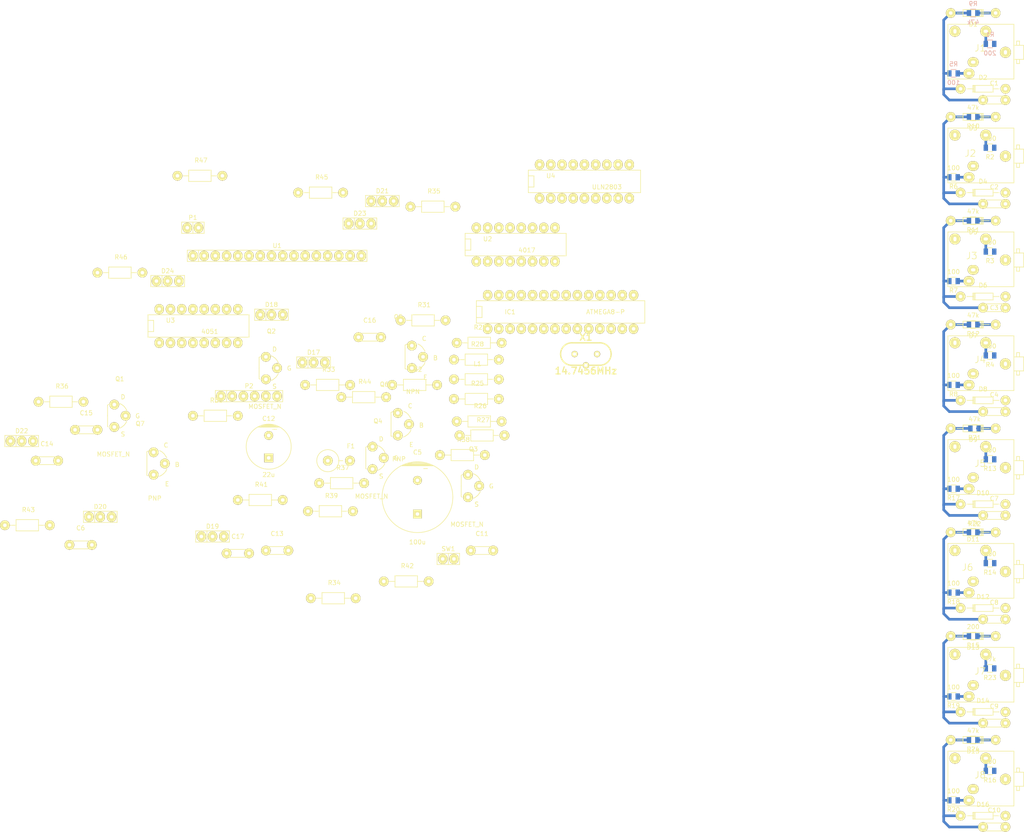
<source format=kicad_pcb>
(kicad_pcb (version 4) (host pcbnew "(2015-11-08 BZR 6303, Git 5897580)-product")

  (general
    (links 237)
    (no_connects 191)
    (area 0 0 0 0)
    (thickness 1.6)
    (drawings 0)
    (tracks 112)
    (zones 0)
    (modules 113)
    (nets 82)
  )

  (page A4)
  (layers
    (0 F.Cu signal)
    (31 B.Cu signal)
    (32 B.Adhes user)
    (33 F.Adhes user)
    (34 B.Paste user)
    (35 F.Paste user)
    (36 B.SilkS user)
    (37 F.SilkS user)
    (38 B.Mask user)
    (39 F.Mask user)
    (40 Dwgs.User user)
    (41 Cmts.User user)
    (42 Eco1.User user)
    (43 Eco2.User user)
    (44 Edge.Cuts user)
    (45 Margin user)
    (46 B.CrtYd user)
    (47 F.CrtYd user)
    (48 B.Fab user)
    (49 F.Fab user)
  )

  (setup
    (last_trace_width 0.6)
    (user_trace_width 0.5)
    (user_trace_width 0.6)
    (user_trace_width 0.7)
    (user_trace_width 0.8)
    (user_trace_width 0.9)
    (user_trace_width 1)
    (trace_clearance 0.2)
    (zone_clearance 0.508)
    (zone_45_only no)
    (trace_min 0.2)
    (segment_width 0.2)
    (edge_width 0.15)
    (via_size 2.2)
    (via_drill 0.8)
    (via_min_size 0.4)
    (via_min_drill 0.3)
    (uvia_size 0.3)
    (uvia_drill 0.1)
    (uvias_allowed no)
    (uvia_min_size 0.2)
    (uvia_min_drill 0.1)
    (pcb_text_width 0.3)
    (pcb_text_size 1.5 1.5)
    (mod_edge_width 0.15)
    (mod_text_size 1 1)
    (mod_text_width 0.15)
    (pad_size 1 1.4)
    (pad_drill 0)
    (pad_to_mask_clearance 0.2)
    (aux_axis_origin 0 0)
    (visible_elements FFFEF77F)
    (pcbplotparams
      (layerselection 0x00000_80000000)
      (usegerberextensions false)
      (excludeedgelayer true)
      (linewidth 0.100000)
      (plotframeref false)
      (viasonmask false)
      (mode 1)
      (useauxorigin false)
      (hpglpennumber 1)
      (hpglpenspeed 20)
      (hpglpendiameter 15)
      (hpglpenoverlay 2)
      (psnegative false)
      (psa4output false)
      (plotreference true)
      (plotvalue true)
      (plotinvisibletext false)
      (padsonsilk false)
      (subtractmaskfromsilk false)
      (outputformat 4)
      (mirror false)
      (drillshape 2)
      (scaleselection 1)
      (outputdirectory ""))
  )

  (net 0 "")
  (net 1 /IN1)
  (net 2 GND)
  (net 3 /IN2)
  (net 4 /IN3)
  (net 5 /IN4)
  (net 6 VCC)
  (net 7 /IN5)
  (net 8 /IN6)
  (net 9 /IN7)
  (net 10 /IN8)
  (net 11 "Net-(C11-Pad1)")
  (net 12 "Net-(C12-Pad1)")
  (net 13 "Net-(C14-Pad1)")
  (net 14 +3.3VP)
  (net 15 "Net-(C16-Pad1)")
  (net 16 "Net-(C17-Pad1)")
  (net 17 "Net-(D17-Pad1)")
  (net 18 "Net-(D17-Pad2)")
  (net 19 "Net-(D17-Pad3)")
  (net 20 "Net-(D18-Pad2)")
  (net 21 "Net-(D19-Pad2)")
  (net 22 "Net-(D20-Pad2)")
  (net 23 "Net-(D21-Pad2)")
  (net 24 "Net-(D22-Pad2)")
  (net 25 "Net-(D23-Pad2)")
  (net 26 "Net-(D24-Pad2)")
  (net 27 "Net-(F1-Pad1)")
  (net 28 /RX)
  (net 29 /TX)
  (net 30 /LED_A1)
  (net 31 /LED_A2)
  (net 32 /BACKLIGHT)
  (net 33 "Net-(IC1-Pad11)")
  (net 34 "Net-(IC1-Pad12)")
  (net 35 "Net-(IC1-Pad13)")
  (net 36 "Net-(IC1-Pad14)")
  (net 37 /RESET)
  (net 38 "Net-(IC1-Pad15)")
  (net 39 "Net-(IC1-Pad16)")
  (net 40 /MOSI)
  (net 41 /MISO)
  (net 42 /SCK)
  (net 43 "Net-(IC1-Pad24)")
  (net 44 "Net-(IC1-Pad25)")
  (net 45 "Net-(IC1-Pad26)")
  (net 46 /LED_CLK)
  (net 47 /LED_RESET)
  (net 48 "Net-(J1-Pad4)")
  (net 49 "Net-(J1-Pad3)")
  (net 50 "Net-(J2-Pad4)")
  (net 51 "Net-(J2-Pad3)")
  (net 52 "Net-(J3-Pad4)")
  (net 53 "Net-(J3-Pad3)")
  (net 54 "Net-(J4-Pad4)")
  (net 55 "Net-(J4-Pad3)")
  (net 56 "Net-(J5-Pad4)")
  (net 57 "Net-(J5-Pad3)")
  (net 58 "Net-(J6-Pad4)")
  (net 59 "Net-(J6-Pad3)")
  (net 60 "Net-(J7-Pad4)")
  (net 61 "Net-(J7-Pad3)")
  (net 62 "Net-(J8-Pad4)")
  (net 63 "Net-(J8-Pad3)")
  (net 64 "Net-(P2-Pad2)")
  (net 65 "Net-(P2-Pad3)")
  (net 66 "Net-(P2-Pad4)")
  (net 67 "Net-(P2-Pad5)")
  (net 68 "Net-(Q5-Pad2)")
  (net 69 "Net-(R37-Pad2)")
  (net 70 "Net-(R38-Pad1)")
  (net 71 "Net-(R41-Pad1)")
  (net 72 "Net-(Q7-Pad2)")
  (net 73 "Net-(Q6-Pad2)")
  (net 74 /L1)
  (net 75 /L2)
  (net 76 /L3)
  (net 77 /L4)
  (net 78 /L5)
  (net 79 /L6)
  (net 80 /L7)
  (net 81 /L8)

  (net_class Default "This is the default net class."
    (clearance 0.2)
    (trace_width 0.6)
    (via_dia 2.2)
    (via_drill 0.8)
    (uvia_dia 0.3)
    (uvia_drill 0.1)
    (add_net +3.3VP)
    (add_net /BACKLIGHT)
    (add_net /IN1)
    (add_net /IN2)
    (add_net /IN3)
    (add_net /IN4)
    (add_net /IN5)
    (add_net /IN6)
    (add_net /IN7)
    (add_net /IN8)
    (add_net /L1)
    (add_net /L2)
    (add_net /L3)
    (add_net /L4)
    (add_net /L5)
    (add_net /L6)
    (add_net /L7)
    (add_net /L8)
    (add_net /LED_A1)
    (add_net /LED_A2)
    (add_net /LED_CLK)
    (add_net /LED_RESET)
    (add_net /MISO)
    (add_net /MOSI)
    (add_net /RESET)
    (add_net /RX)
    (add_net /SCK)
    (add_net /TX)
    (add_net GND)
    (add_net "Net-(C11-Pad1)")
    (add_net "Net-(C12-Pad1)")
    (add_net "Net-(C14-Pad1)")
    (add_net "Net-(C16-Pad1)")
    (add_net "Net-(C17-Pad1)")
    (add_net "Net-(D17-Pad1)")
    (add_net "Net-(D17-Pad2)")
    (add_net "Net-(D17-Pad3)")
    (add_net "Net-(D18-Pad2)")
    (add_net "Net-(D19-Pad2)")
    (add_net "Net-(D20-Pad2)")
    (add_net "Net-(D21-Pad2)")
    (add_net "Net-(D22-Pad2)")
    (add_net "Net-(D23-Pad2)")
    (add_net "Net-(D24-Pad2)")
    (add_net "Net-(F1-Pad1)")
    (add_net "Net-(IC1-Pad11)")
    (add_net "Net-(IC1-Pad12)")
    (add_net "Net-(IC1-Pad13)")
    (add_net "Net-(IC1-Pad14)")
    (add_net "Net-(IC1-Pad15)")
    (add_net "Net-(IC1-Pad16)")
    (add_net "Net-(IC1-Pad24)")
    (add_net "Net-(IC1-Pad25)")
    (add_net "Net-(IC1-Pad26)")
    (add_net "Net-(J1-Pad3)")
    (add_net "Net-(J1-Pad4)")
    (add_net "Net-(J2-Pad3)")
    (add_net "Net-(J2-Pad4)")
    (add_net "Net-(J3-Pad3)")
    (add_net "Net-(J3-Pad4)")
    (add_net "Net-(J4-Pad3)")
    (add_net "Net-(J4-Pad4)")
    (add_net "Net-(J5-Pad3)")
    (add_net "Net-(J5-Pad4)")
    (add_net "Net-(J6-Pad3)")
    (add_net "Net-(J6-Pad4)")
    (add_net "Net-(J7-Pad3)")
    (add_net "Net-(J7-Pad4)")
    (add_net "Net-(J8-Pad3)")
    (add_net "Net-(J8-Pad4)")
    (add_net "Net-(P2-Pad2)")
    (add_net "Net-(P2-Pad3)")
    (add_net "Net-(P2-Pad4)")
    (add_net "Net-(P2-Pad5)")
    (add_net "Net-(Q5-Pad2)")
    (add_net "Net-(Q6-Pad2)")
    (add_net "Net-(Q7-Pad2)")
    (add_net "Net-(R37-Pad2)")
    (add_net "Net-(R38-Pad1)")
    (add_net "Net-(R41-Pad1)")
    (add_net VCC)
  )

  (module Capacitors_ThroughHole:Capacitor16x25RM7.5 (layer F.Cu) (tedit 0) (tstamp 56605397)
    (at 146.3675 126.6825)
    (descr "Capacitor, pol, cyl 16x25mm")
    (path /5661D1EC)
    (fp_text reference C5 (at 0 -10.16) (layer F.SilkS)
      (effects (font (size 1 1) (thickness 0.15)))
    )
    (fp_text value 100u (at 0 10.16) (layer F.SilkS)
      (effects (font (size 1 1) (thickness 0.15)))
    )
    (fp_line (start -3.429 -7.112) (end -1.27 -7.747) (layer F.SilkS) (width 0.15))
    (fp_line (start 3.302 -7.112) (end 2.159 -7.493) (layer F.SilkS) (width 0.15))
    (fp_circle (center 0 0) (end 8.001 0) (layer F.SilkS) (width 0.15))
    (fp_line (start -2.032 -7.493) (end 2.032 -7.493) (layer F.SilkS) (width 0.15))
    (fp_line (start 2.921 -7.239) (end -2.794 -7.239) (layer F.SilkS) (width 0.15))
    (fp_line (start -2.794 -7.239) (end -1.905 -7.239) (layer F.SilkS) (width 0.15))
    (fp_line (start 1.397 -7.874) (end -1.27 -7.874) (layer F.SilkS) (width 0.15))
    (fp_line (start -2.159 -7.62) (end 2.159 -7.62) (layer F.SilkS) (width 0.15))
    (fp_line (start 2.794 -7.366) (end -2.794 -7.366) (layer F.SilkS) (width 0.15))
    (fp_line (start -2.794 -7.366) (end -2.667 -7.366) (layer F.SilkS) (width 0.15))
    (fp_line (start 3.556 -7.112) (end -3.556 -7.112) (layer F.SilkS) (width 0.15))
    (fp_line (start 1.397 -6.477) (end 2.286 -6.477) (layer F.SilkS) (width 0.15))
    (pad 1 thru_hole rect (at 0 3.81) (size 1.99898 1.99898) (drill 0.8001) (layers *.Cu *.Mask F.SilkS)
      (net 6 VCC))
    (pad 2 thru_hole circle (at 0 -3.81) (size 1.99898 1.99898) (drill 0.8001) (layers *.Cu *.Mask F.SilkS)
      (net 2 GND))
    (model Capacitors_ThroughHole/Capacitor16x25RM7.5.wrl
      (at (xyz 0 0 0))
      (scale (xyz 1 1 1))
      (rotate (xyz 0 0 0))
    )
  )

  (module Capacitors_ThroughHole:Capacitor6MMDiscRM5 (layer F.Cu) (tedit 0) (tstamp 5660539D)
    (at 70.1675 137.4775)
    (descr "Capacitor 6MM Disc RM 5MM")
    (tags C)
    (path /5661E06F)
    (fp_text reference C6 (at 0 -3.81) (layer F.SilkS)
      (effects (font (size 1 1) (thickness 0.15)))
    )
    (fp_text value 100n (at 0 -2.286) (layer F.SilkS) hide
      (effects (font (size 1 1) (thickness 0.15)))
    )
    (fp_line (start -3.048 -0.889) (end -3.048 0.889) (layer F.SilkS) (width 0.15))
    (fp_line (start -3.048 0.889) (end 3.048 0.889) (layer F.SilkS) (width 0.15))
    (fp_line (start 3.048 0.889) (end 3.048 -0.889) (layer F.SilkS) (width 0.15))
    (fp_line (start 3.048 -0.889) (end -3.048 -0.889) (layer F.SilkS) (width 0.15))
    (pad 1 thru_hole circle (at -2.54 0) (size 2.2 2.2) (drill 0.8001) (layers *.Cu *.Mask F.SilkS)
      (net 6 VCC))
    (pad 2 thru_hole circle (at 2.54 0) (size 2.2 2.2) (drill 0.8001) (layers *.Cu *.Mask F.SilkS)
      (net 2 GND))
    (model Capacitors_ThroughHole/Capacitor6MMDiscRM5.wrl
      (at (xyz 0 0 0))
      (scale (xyz 1 1 1))
      (rotate (xyz 0 0 0))
    )
  )

  (module Capacitors_ThroughHole:Capacitor6MMDiscRM5 (layer F.Cu) (tedit 0) (tstamp 566053BB)
    (at 160.9725 138.7475)
    (descr "Capacitor 6MM Disc RM 5MM")
    (tags C)
    (path /56617FF2)
    (fp_text reference C11 (at 0 -3.81) (layer F.SilkS)
      (effects (font (size 1 1) (thickness 0.15)))
    )
    (fp_text value 22p (at 0 -2.286) (layer F.SilkS) hide
      (effects (font (size 1 1) (thickness 0.15)))
    )
    (fp_line (start -3.048 -0.889) (end -3.048 0.889) (layer F.SilkS) (width 0.15))
    (fp_line (start -3.048 0.889) (end 3.048 0.889) (layer F.SilkS) (width 0.15))
    (fp_line (start 3.048 0.889) (end 3.048 -0.889) (layer F.SilkS) (width 0.15))
    (fp_line (start 3.048 -0.889) (end -3.048 -0.889) (layer F.SilkS) (width 0.15))
    (pad 1 thru_hole circle (at -2.54 0) (size 2.2 2.2) (drill 0.8001) (layers *.Cu *.Mask F.SilkS)
      (net 11 "Net-(C11-Pad1)"))
    (pad 2 thru_hole circle (at 2.54 0) (size 2.2 2.2) (drill 0.8001) (layers *.Cu *.Mask F.SilkS)
      (net 2 GND))
    (model Capacitors_ThroughHole/Capacitor6MMDiscRM5.wrl
      (at (xyz 0 0 0))
      (scale (xyz 1 1 1))
      (rotate (xyz 0 0 0))
    )
  )

  (module Capacitors_ThroughHole:Capacitor10x16RM5 (layer F.Cu) (tedit 0) (tstamp 566053C1)
    (at 112.7125 115.2525)
    (descr "Capacitor, pol, cyl 10x16mm")
    (path /5661252D)
    (fp_text reference C12 (at 0 -6.35) (layer F.SilkS)
      (effects (font (size 1 1) (thickness 0.15)))
    )
    (fp_text value 22u (at 0 6.35) (layer F.SilkS)
      (effects (font (size 1 1) (thickness 0.15)))
    )
    (fp_line (start -2.413 -4.445) (end 2.413 -4.445) (layer F.SilkS) (width 0.15))
    (fp_line (start 1.143 -4.826) (end -1.143 -4.826) (layer F.SilkS) (width 0.15))
    (fp_circle (center 0 0) (end 5.08 0.381) (layer F.SilkS) (width 0.15))
    (fp_line (start 2.032 -4.445) (end -2.032 -4.445) (layer F.SilkS) (width 0.15))
    (fp_line (start -2.032 -4.445) (end -1.651 -4.572) (layer F.SilkS) (width 0.15))
    (fp_line (start -1.651 -4.572) (end 1.651 -4.572) (layer F.SilkS) (width 0.15))
    (fp_line (start 1.651 -4.572) (end 2.032 -4.445) (layer F.SilkS) (width 0.15))
    (fp_line (start 0.889 -3.937) (end 1.778 -3.937) (layer F.SilkS) (width 0.15))
    (fp_line (start 1.016 -4.953) (end -1.016 -4.953) (layer F.SilkS) (width 0.15))
    (fp_line (start -1.016 -4.826) (end 1.016 -4.826) (layer F.SilkS) (width 0.15))
    (fp_line (start -1.524 -4.699) (end 1.524 -4.699) (layer F.SilkS) (width 0.15))
    (pad 1 thru_hole rect (at 0 2.54) (size 1.99898 1.99898) (drill 0.8001) (layers *.Cu *.Mask F.SilkS)
      (net 12 "Net-(C12-Pad1)"))
    (pad 2 thru_hole circle (at 0 -2.54) (size 1.99898 1.99898) (drill 0.8001) (layers *.Cu *.Mask F.SilkS)
      (net 2 GND))
    (model Capacitors_ThroughHole/Capacitor10x16RM5.wrl
      (at (xyz 0 0 0))
      (scale (xyz 1 1 1))
      (rotate (xyz 0 0 0))
    )
  )

  (module Capacitors_ThroughHole:Capacitor6MMDiscRM5 (layer F.Cu) (tedit 0) (tstamp 566053C7)
    (at 114.6175 138.7475)
    (descr "Capacitor 6MM Disc RM 5MM")
    (tags C)
    (path /56611D0C)
    (fp_text reference C13 (at 0 -3.81) (layer F.SilkS)
      (effects (font (size 1 1) (thickness 0.15)))
    )
    (fp_text value 100n (at 0 -2.286) (layer F.SilkS) hide
      (effects (font (size 1 1) (thickness 0.15)))
    )
    (fp_line (start -3.048 -0.889) (end -3.048 0.889) (layer F.SilkS) (width 0.15))
    (fp_line (start -3.048 0.889) (end 3.048 0.889) (layer F.SilkS) (width 0.15))
    (fp_line (start 3.048 0.889) (end 3.048 -0.889) (layer F.SilkS) (width 0.15))
    (fp_line (start 3.048 -0.889) (end -3.048 -0.889) (layer F.SilkS) (width 0.15))
    (pad 1 thru_hole circle (at -2.54 0) (size 2.2 2.2) (drill 0.8001) (layers *.Cu *.Mask F.SilkS)
      (net 12 "Net-(C12-Pad1)"))
    (pad 2 thru_hole circle (at 2.54 0) (size 2.2 2.2) (drill 0.8001) (layers *.Cu *.Mask F.SilkS)
      (net 2 GND))
    (model Capacitors_ThroughHole/Capacitor6MMDiscRM5.wrl
      (at (xyz 0 0 0))
      (scale (xyz 1 1 1))
      (rotate (xyz 0 0 0))
    )
  )

  (module Capacitors_ThroughHole:Capacitor6MMDiscRM5 (layer F.Cu) (tedit 0) (tstamp 566053CD)
    (at 62.5475 118.4275)
    (descr "Capacitor 6MM Disc RM 5MM")
    (tags C)
    (path /56610B46)
    (fp_text reference C14 (at 0 -3.81) (layer F.SilkS)
      (effects (font (size 1 1) (thickness 0.15)))
    )
    (fp_text value 100n (at 0 -2.286) (layer F.SilkS) hide
      (effects (font (size 1 1) (thickness 0.15)))
    )
    (fp_line (start -3.048 -0.889) (end -3.048 0.889) (layer F.SilkS) (width 0.15))
    (fp_line (start -3.048 0.889) (end 3.048 0.889) (layer F.SilkS) (width 0.15))
    (fp_line (start 3.048 0.889) (end 3.048 -0.889) (layer F.SilkS) (width 0.15))
    (fp_line (start 3.048 -0.889) (end -3.048 -0.889) (layer F.SilkS) (width 0.15))
    (pad 1 thru_hole circle (at -2.54 0) (size 2.2 2.2) (drill 0.8001) (layers *.Cu *.Mask F.SilkS)
      (net 13 "Net-(C14-Pad1)"))
    (pad 2 thru_hole circle (at 2.54 0) (size 2.2 2.2) (drill 0.8001) (layers *.Cu *.Mask F.SilkS)
      (net 2 GND))
    (model Capacitors_ThroughHole/Capacitor6MMDiscRM5.wrl
      (at (xyz 0 0 0))
      (scale (xyz 1 1 1))
      (rotate (xyz 0 0 0))
    )
  )

  (module Capacitors_ThroughHole:Capacitor6MMDiscRM5 (layer F.Cu) (tedit 0) (tstamp 566053D3)
    (at 71.4375 111.4425)
    (descr "Capacitor 6MM Disc RM 5MM")
    (tags C)
    (path /56605D51)
    (fp_text reference C15 (at 0 -3.81) (layer F.SilkS)
      (effects (font (size 1 1) (thickness 0.15)))
    )
    (fp_text value 100n (at 0 -2.286) (layer F.SilkS) hide
      (effects (font (size 1 1) (thickness 0.15)))
    )
    (fp_line (start -3.048 -0.889) (end -3.048 0.889) (layer F.SilkS) (width 0.15))
    (fp_line (start -3.048 0.889) (end 3.048 0.889) (layer F.SilkS) (width 0.15))
    (fp_line (start 3.048 0.889) (end 3.048 -0.889) (layer F.SilkS) (width 0.15))
    (fp_line (start 3.048 -0.889) (end -3.048 -0.889) (layer F.SilkS) (width 0.15))
    (pad 1 thru_hole circle (at -2.54 0) (size 2.2 2.2) (drill 0.8001) (layers *.Cu *.Mask F.SilkS)
      (net 14 +3.3VP))
    (pad 2 thru_hole circle (at 2.54 0) (size 2.2 2.2) (drill 0.8001) (layers *.Cu *.Mask F.SilkS)
      (net 2 GND))
    (model Capacitors_ThroughHole/Capacitor6MMDiscRM5.wrl
      (at (xyz 0 0 0))
      (scale (xyz 1 1 1))
      (rotate (xyz 0 0 0))
    )
  )

  (module Capacitors_ThroughHole:Capacitor6MMDiscRM5 (layer F.Cu) (tedit 0) (tstamp 566053D9)
    (at 135.5725 90.4875)
    (descr "Capacitor 6MM Disc RM 5MM")
    (tags C)
    (path /5661817F)
    (fp_text reference C16 (at 0 -3.81) (layer F.SilkS)
      (effects (font (size 1 1) (thickness 0.15)))
    )
    (fp_text value 22p (at 0 -2.286) (layer F.SilkS) hide
      (effects (font (size 1 1) (thickness 0.15)))
    )
    (fp_line (start -3.048 -0.889) (end -3.048 0.889) (layer F.SilkS) (width 0.15))
    (fp_line (start -3.048 0.889) (end 3.048 0.889) (layer F.SilkS) (width 0.15))
    (fp_line (start 3.048 0.889) (end 3.048 -0.889) (layer F.SilkS) (width 0.15))
    (fp_line (start 3.048 -0.889) (end -3.048 -0.889) (layer F.SilkS) (width 0.15))
    (pad 1 thru_hole circle (at -2.54 0) (size 2.2 2.2) (drill 0.8001) (layers *.Cu *.Mask F.SilkS)
      (net 15 "Net-(C16-Pad1)"))
    (pad 2 thru_hole circle (at 2.54 0) (size 2.2 2.2) (drill 0.8001) (layers *.Cu *.Mask F.SilkS)
      (net 2 GND))
    (model Capacitors_ThroughHole/Capacitor6MMDiscRM5.wrl
      (at (xyz 0 0 0))
      (scale (xyz 1 1 1))
      (rotate (xyz 0 0 0))
    )
  )

  (module Capacitors_ThroughHole:Capacitor6MMDiscRM5 (layer F.Cu) (tedit 5660539B) (tstamp 566053DF)
    (at 105.7275 139.3825)
    (descr "Capacitor 6MM Disc RM 5MM")
    (tags C)
    (path /5663EC21)
    (fp_text reference C17 (at 0 -3.81) (layer F.SilkS)
      (effects (font (size 1 1) (thickness 0.15)))
    )
    (fp_text value 100n (at 0 -2.286) (layer F.SilkS) hide
      (effects (font (size 1 1) (thickness 0.15)))
    )
    (fp_line (start -3.048 -0.889) (end -3.048 0.889) (layer F.SilkS) (width 0.15))
    (fp_line (start -3.048 0.889) (end 3.048 0.889) (layer F.SilkS) (width 0.15))
    (fp_line (start 3.048 0.889) (end 3.048 -0.889) (layer F.SilkS) (width 0.15))
    (fp_line (start 3.048 -0.889) (end -3.048 -0.889) (layer F.SilkS) (width 0.15))
    (pad 1 thru_hole circle (at -2.54 0) (size 2.2 2.2) (drill 0.8001) (layers *.Cu *.Mask F.SilkS)
      (net 16 "Net-(C17-Pad1)"))
    (pad 2 thru_hole circle (at 2.54 0) (size 2.2 2.2) (drill 0.8001) (layers *.Cu *.Mask F.SilkS)
      (net 2 GND))
    (model Capacitors_ThroughHole/Capacitor6MMDiscRM5.wrl
      (at (xyz 0 0 0))
      (scale (xyz 1 1 1))
      (rotate (xyz 0 0 0))
    )
  )

  (module Pin_Headers:Pin_Header_Straight_1x03 (layer F.Cu) (tedit 0) (tstamp 56605446)
    (at 122.8725 96.2025)
    (descr "Through hole pin header")
    (tags "pin header")
    (path /565E7708)
    (fp_text reference D17 (at 0 -2.286) (layer F.SilkS)
      (effects (font (size 1 1) (thickness 0.15)))
    )
    (fp_text value BI_LED (at 0 0) (layer F.SilkS) hide
      (effects (font (size 1 1) (thickness 0.15)))
    )
    (fp_line (start -1.27 1.27) (end 3.81 1.27) (layer F.SilkS) (width 0.15))
    (fp_line (start 3.81 1.27) (end 3.81 -1.27) (layer F.SilkS) (width 0.15))
    (fp_line (start 3.81 -1.27) (end -1.27 -1.27) (layer F.SilkS) (width 0.15))
    (fp_line (start -3.81 -1.27) (end -1.27 -1.27) (layer F.SilkS) (width 0.15))
    (fp_line (start -1.27 -1.27) (end -1.27 1.27) (layer F.SilkS) (width 0.15))
    (fp_line (start -3.81 -1.27) (end -3.81 1.27) (layer F.SilkS) (width 0.15))
    (fp_line (start -3.81 1.27) (end -1.27 1.27) (layer F.SilkS) (width 0.15))
    (pad 1 thru_hole oval (at -2.54 0) (size 2.1 2.3) (drill 0.8) (layers *.Cu *.Mask F.SilkS)
      (net 17 "Net-(D17-Pad1)"))
    (pad 2 thru_hole oval (at 0 0) (size 2.1 2.3) (drill 0.8) (layers *.Cu *.Mask F.SilkS)
      (net 18 "Net-(D17-Pad2)"))
    (pad 3 thru_hole oval (at 2.54 0) (size 2.1 2.3) (drill 0.8) (layers *.Cu *.Mask F.SilkS)
      (net 19 "Net-(D17-Pad3)"))
    (model Pin_Headers/Pin_Header_Straight_1x03.wrl
      (at (xyz 0 0 0))
      (scale (xyz 1 1 1))
      (rotate (xyz 0 0 0))
    )
  )

  (module Pin_Headers:Pin_Header_Straight_1x03 (layer F.Cu) (tedit 0) (tstamp 5660544D)
    (at 113.3475 85.4075)
    (descr "Through hole pin header")
    (tags "pin header")
    (path /565E8160)
    (fp_text reference D18 (at 0 -2.286) (layer F.SilkS)
      (effects (font (size 1 1) (thickness 0.15)))
    )
    (fp_text value BI_LED (at 0 0) (layer F.SilkS) hide
      (effects (font (size 1 1) (thickness 0.15)))
    )
    (fp_line (start -1.27 1.27) (end 3.81 1.27) (layer F.SilkS) (width 0.15))
    (fp_line (start 3.81 1.27) (end 3.81 -1.27) (layer F.SilkS) (width 0.15))
    (fp_line (start 3.81 -1.27) (end -1.27 -1.27) (layer F.SilkS) (width 0.15))
    (fp_line (start -3.81 -1.27) (end -1.27 -1.27) (layer F.SilkS) (width 0.15))
    (fp_line (start -1.27 -1.27) (end -1.27 1.27) (layer F.SilkS) (width 0.15))
    (fp_line (start -3.81 -1.27) (end -3.81 1.27) (layer F.SilkS) (width 0.15))
    (fp_line (start -3.81 1.27) (end -1.27 1.27) (layer F.SilkS) (width 0.15))
    (pad 1 thru_hole oval (at -2.54 0) (size 2.1 2.3) (drill 0.8) (layers *.Cu *.Mask F.SilkS)
      (net 17 "Net-(D17-Pad1)"))
    (pad 2 thru_hole oval (at 0 0) (size 2.1 2.3) (drill 0.8) (layers *.Cu *.Mask F.SilkS)
      (net 20 "Net-(D18-Pad2)"))
    (pad 3 thru_hole oval (at 2.54 0) (size 2.1 2.3) (drill 0.8) (layers *.Cu *.Mask F.SilkS)
      (net 19 "Net-(D17-Pad3)"))
    (model Pin_Headers/Pin_Header_Straight_1x03.wrl
      (at (xyz 0 0 0))
      (scale (xyz 1 1 1))
      (rotate (xyz 0 0 0))
    )
  )

  (module Pin_Headers:Pin_Header_Straight_1x03 (layer F.Cu) (tedit 0) (tstamp 56605454)
    (at 100.0125 135.5725)
    (descr "Through hole pin header")
    (tags "pin header")
    (path /565E824B)
    (fp_text reference D19 (at 0 -2.286) (layer F.SilkS)
      (effects (font (size 1 1) (thickness 0.15)))
    )
    (fp_text value BI_LED (at 0 0) (layer F.SilkS) hide
      (effects (font (size 1 1) (thickness 0.15)))
    )
    (fp_line (start -1.27 1.27) (end 3.81 1.27) (layer F.SilkS) (width 0.15))
    (fp_line (start 3.81 1.27) (end 3.81 -1.27) (layer F.SilkS) (width 0.15))
    (fp_line (start 3.81 -1.27) (end -1.27 -1.27) (layer F.SilkS) (width 0.15))
    (fp_line (start -3.81 -1.27) (end -1.27 -1.27) (layer F.SilkS) (width 0.15))
    (fp_line (start -1.27 -1.27) (end -1.27 1.27) (layer F.SilkS) (width 0.15))
    (fp_line (start -3.81 -1.27) (end -3.81 1.27) (layer F.SilkS) (width 0.15))
    (fp_line (start -3.81 1.27) (end -1.27 1.27) (layer F.SilkS) (width 0.15))
    (pad 1 thru_hole oval (at -2.54 0) (size 2.1 2.3) (drill 0.8) (layers *.Cu *.Mask F.SilkS)
      (net 17 "Net-(D17-Pad1)"))
    (pad 2 thru_hole oval (at 0 0) (size 2.1 2.3) (drill 0.8) (layers *.Cu *.Mask F.SilkS)
      (net 21 "Net-(D19-Pad2)"))
    (pad 3 thru_hole oval (at 2.54 0) (size 2.1 2.3) (drill 0.8) (layers *.Cu *.Mask F.SilkS)
      (net 19 "Net-(D17-Pad3)"))
    (model Pin_Headers/Pin_Header_Straight_1x03.wrl
      (at (xyz 0 0 0))
      (scale (xyz 1 1 1))
      (rotate (xyz 0 0 0))
    )
  )

  (module Pin_Headers:Pin_Header_Straight_1x03 (layer F.Cu) (tedit 5660538B) (tstamp 5660545B)
    (at 74.6125 131.1275)
    (descr "Through hole pin header")
    (tags "pin header")
    (path /565E8345)
    (fp_text reference D20 (at 0 -2.286) (layer F.SilkS)
      (effects (font (size 1 1) (thickness 0.15)))
    )
    (fp_text value BI_LED (at 0 0) (layer F.SilkS) hide
      (effects (font (size 1 1) (thickness 0.15)))
    )
    (fp_line (start -1.27 1.27) (end 3.81 1.27) (layer F.SilkS) (width 0.15))
    (fp_line (start 3.81 1.27) (end 3.81 -1.27) (layer F.SilkS) (width 0.15))
    (fp_line (start 3.81 -1.27) (end -1.27 -1.27) (layer F.SilkS) (width 0.15))
    (fp_line (start -3.81 -1.27) (end -1.27 -1.27) (layer F.SilkS) (width 0.15))
    (fp_line (start -1.27 -1.27) (end -1.27 1.27) (layer F.SilkS) (width 0.15))
    (fp_line (start -3.81 -1.27) (end -3.81 1.27) (layer F.SilkS) (width 0.15))
    (fp_line (start -3.81 1.27) (end -1.27 1.27) (layer F.SilkS) (width 0.15))
    (pad 1 thru_hole oval (at -2.54 0) (size 2.1 2.3) (drill 0.8) (layers *.Cu *.Mask F.SilkS)
      (net 17 "Net-(D17-Pad1)"))
    (pad 2 thru_hole oval (at 0 0) (size 2.1 2.3) (drill 0.8) (layers *.Cu *.Mask F.SilkS)
      (net 22 "Net-(D20-Pad2)"))
    (pad 3 thru_hole oval (at 2.54 0) (size 2.1 2.3) (drill 0.8) (layers *.Cu *.Mask F.SilkS)
      (net 19 "Net-(D17-Pad3)"))
    (model Pin_Headers/Pin_Header_Straight_1x03.wrl
      (at (xyz 0 0 0))
      (scale (xyz 1 1 1))
      (rotate (xyz 0 0 0))
    )
  )

  (module Pin_Headers:Pin_Header_Straight_1x03 (layer F.Cu) (tedit 0) (tstamp 56605462)
    (at 138.43 59.69)
    (descr "Through hole pin header")
    (tags "pin header")
    (path /565E843A)
    (fp_text reference D21 (at 0 -2.286) (layer F.SilkS)
      (effects (font (size 1 1) (thickness 0.15)))
    )
    (fp_text value BI_LED (at 0 0) (layer F.SilkS) hide
      (effects (font (size 1 1) (thickness 0.15)))
    )
    (fp_line (start -1.27 1.27) (end 3.81 1.27) (layer F.SilkS) (width 0.15))
    (fp_line (start 3.81 1.27) (end 3.81 -1.27) (layer F.SilkS) (width 0.15))
    (fp_line (start 3.81 -1.27) (end -1.27 -1.27) (layer F.SilkS) (width 0.15))
    (fp_line (start -3.81 -1.27) (end -1.27 -1.27) (layer F.SilkS) (width 0.15))
    (fp_line (start -1.27 -1.27) (end -1.27 1.27) (layer F.SilkS) (width 0.15))
    (fp_line (start -3.81 -1.27) (end -3.81 1.27) (layer F.SilkS) (width 0.15))
    (fp_line (start -3.81 1.27) (end -1.27 1.27) (layer F.SilkS) (width 0.15))
    (pad 1 thru_hole oval (at -2.54 0) (size 2.1 2.3) (drill 0.8) (layers *.Cu *.Mask F.SilkS)
      (net 17 "Net-(D17-Pad1)"))
    (pad 2 thru_hole oval (at 0 0) (size 2.1 2.3) (drill 0.8) (layers *.Cu *.Mask F.SilkS)
      (net 23 "Net-(D21-Pad2)"))
    (pad 3 thru_hole oval (at 2.54 0) (size 2.1 2.3) (drill 0.8) (layers *.Cu *.Mask F.SilkS)
      (net 19 "Net-(D17-Pad3)"))
    (model Pin_Headers/Pin_Header_Straight_1x03.wrl
      (at (xyz 0 0 0))
      (scale (xyz 1 1 1))
      (rotate (xyz 0 0 0))
    )
  )

  (module Pin_Headers:Pin_Header_Straight_1x03 (layer F.Cu) (tedit 0) (tstamp 56605469)
    (at 56.8325 113.9825)
    (descr "Through hole pin header")
    (tags "pin header")
    (path /565E98DE)
    (fp_text reference D22 (at 0 -2.286) (layer F.SilkS)
      (effects (font (size 1 1) (thickness 0.15)))
    )
    (fp_text value BI_LED (at 0 0) (layer F.SilkS) hide
      (effects (font (size 1 1) (thickness 0.15)))
    )
    (fp_line (start -1.27 1.27) (end 3.81 1.27) (layer F.SilkS) (width 0.15))
    (fp_line (start 3.81 1.27) (end 3.81 -1.27) (layer F.SilkS) (width 0.15))
    (fp_line (start 3.81 -1.27) (end -1.27 -1.27) (layer F.SilkS) (width 0.15))
    (fp_line (start -3.81 -1.27) (end -1.27 -1.27) (layer F.SilkS) (width 0.15))
    (fp_line (start -1.27 -1.27) (end -1.27 1.27) (layer F.SilkS) (width 0.15))
    (fp_line (start -3.81 -1.27) (end -3.81 1.27) (layer F.SilkS) (width 0.15))
    (fp_line (start -3.81 1.27) (end -1.27 1.27) (layer F.SilkS) (width 0.15))
    (pad 1 thru_hole oval (at -2.54 0) (size 2.1 2.3) (drill 0.8) (layers *.Cu *.Mask F.SilkS)
      (net 17 "Net-(D17-Pad1)"))
    (pad 2 thru_hole oval (at 0 0) (size 2.1 2.3) (drill 0.8) (layers *.Cu *.Mask F.SilkS)
      (net 24 "Net-(D22-Pad2)"))
    (pad 3 thru_hole oval (at 2.54 0) (size 2.1 2.3) (drill 0.8) (layers *.Cu *.Mask F.SilkS)
      (net 19 "Net-(D17-Pad3)"))
    (model Pin_Headers/Pin_Header_Straight_1x03.wrl
      (at (xyz 0 0 0))
      (scale (xyz 1 1 1))
      (rotate (xyz 0 0 0))
    )
  )

  (module Pin_Headers:Pin_Header_Straight_1x03 (layer F.Cu) (tedit 0) (tstamp 56605470)
    (at 133.35 64.77)
    (descr "Through hole pin header")
    (tags "pin header")
    (path /565E99D7)
    (fp_text reference D23 (at 0 -2.286) (layer F.SilkS)
      (effects (font (size 1 1) (thickness 0.15)))
    )
    (fp_text value BI_LED (at 0 0) (layer F.SilkS) hide
      (effects (font (size 1 1) (thickness 0.15)))
    )
    (fp_line (start -1.27 1.27) (end 3.81 1.27) (layer F.SilkS) (width 0.15))
    (fp_line (start 3.81 1.27) (end 3.81 -1.27) (layer F.SilkS) (width 0.15))
    (fp_line (start 3.81 -1.27) (end -1.27 -1.27) (layer F.SilkS) (width 0.15))
    (fp_line (start -3.81 -1.27) (end -1.27 -1.27) (layer F.SilkS) (width 0.15))
    (fp_line (start -1.27 -1.27) (end -1.27 1.27) (layer F.SilkS) (width 0.15))
    (fp_line (start -3.81 -1.27) (end -3.81 1.27) (layer F.SilkS) (width 0.15))
    (fp_line (start -3.81 1.27) (end -1.27 1.27) (layer F.SilkS) (width 0.15))
    (pad 1 thru_hole oval (at -2.54 0) (size 2.1 2.3) (drill 0.8) (layers *.Cu *.Mask F.SilkS)
      (net 17 "Net-(D17-Pad1)"))
    (pad 2 thru_hole oval (at 0 0) (size 2.1 2.3) (drill 0.8) (layers *.Cu *.Mask F.SilkS)
      (net 25 "Net-(D23-Pad2)"))
    (pad 3 thru_hole oval (at 2.54 0) (size 2.1 2.3) (drill 0.8) (layers *.Cu *.Mask F.SilkS)
      (net 19 "Net-(D17-Pad3)"))
    (model Pin_Headers/Pin_Header_Straight_1x03.wrl
      (at (xyz 0 0 0))
      (scale (xyz 1 1 1))
      (rotate (xyz 0 0 0))
    )
  )

  (module Pin_Headers:Pin_Header_Straight_1x03 (layer F.Cu) (tedit 0) (tstamp 56605477)
    (at 89.8525 77.7875)
    (descr "Through hole pin header")
    (tags "pin header")
    (path /565E9AD9)
    (fp_text reference D24 (at 0 -2.286) (layer F.SilkS)
      (effects (font (size 1 1) (thickness 0.15)))
    )
    (fp_text value BI_LED (at 0 0) (layer F.SilkS) hide
      (effects (font (size 1 1) (thickness 0.15)))
    )
    (fp_line (start -1.27 1.27) (end 3.81 1.27) (layer F.SilkS) (width 0.15))
    (fp_line (start 3.81 1.27) (end 3.81 -1.27) (layer F.SilkS) (width 0.15))
    (fp_line (start 3.81 -1.27) (end -1.27 -1.27) (layer F.SilkS) (width 0.15))
    (fp_line (start -3.81 -1.27) (end -1.27 -1.27) (layer F.SilkS) (width 0.15))
    (fp_line (start -1.27 -1.27) (end -1.27 1.27) (layer F.SilkS) (width 0.15))
    (fp_line (start -3.81 -1.27) (end -3.81 1.27) (layer F.SilkS) (width 0.15))
    (fp_line (start -3.81 1.27) (end -1.27 1.27) (layer F.SilkS) (width 0.15))
    (pad 1 thru_hole oval (at -2.54 0) (size 2.1 2.3) (drill 0.8) (layers *.Cu *.Mask F.SilkS)
      (net 17 "Net-(D17-Pad1)"))
    (pad 2 thru_hole oval (at 0 0) (size 2.1 2.3) (drill 0.8) (layers *.Cu *.Mask F.SilkS)
      (net 26 "Net-(D24-Pad2)"))
    (pad 3 thru_hole oval (at 2.54 0) (size 2.1 2.3) (drill 0.8) (layers *.Cu *.Mask F.SilkS)
      (net 19 "Net-(D17-Pad3)"))
    (model Pin_Headers/Pin_Header_Straight_1x03.wrl
      (at (xyz 0 0 0))
      (scale (xyz 1 1 1))
      (rotate (xyz 0 0 0))
    )
  )

  (module Resistors_ThroughHole:Resistor_Vertical_RM5mm (layer F.Cu) (tedit 566053F5) (tstamp 5660547D)
    (at 128.5875 118.4275)
    (descr "Resistor, Vertical, RM 5mm, 1/3W,")
    (tags "Resistor, Vertical, RM 5mm, 1/3W,")
    (path /5661C104)
    (fp_text reference F1 (at 2.70002 -3.29946) (layer F.SilkS)
      (effects (font (size 1 1) (thickness 0.15)))
    )
    (fp_text value 700mA (at 0 4.50088) (layer F.SilkS) hide
      (effects (font (size 1 1) (thickness 0.15)))
    )
    (fp_line (start -0.09906 0) (end 0.9017 0) (layer F.SilkS) (width 0.15))
    (fp_circle (center -2.49936 0) (end 0 0) (layer F.SilkS) (width 0.15))
    (pad 1 thru_hole circle (at -2.49936 0) (size 2.2 2.2) (drill 0.8128) (layers *.Cu *.Mask F.SilkS)
      (net 27 "Net-(F1-Pad1)"))
    (pad 2 thru_hole circle (at 2.5019 0) (size 2.2 2.2) (drill 0.8128) (layers *.Cu *.Mask F.SilkS)
      (net 6 VCC))
  )

  (module Sockets_DIP:DIP-28__300 (layer F.Cu) (tedit 5660533F) (tstamp 5660549D)
    (at 178.7525 84.7725)
    (descr "28 pins DIL package, round pads, width 300mil")
    (tags DIL)
    (path /5664B535)
    (fp_text reference IC1 (at -11.43 0) (layer F.SilkS)
      (effects (font (size 1 1) (thickness 0.15)))
    )
    (fp_text value ATMEGA8-P (at 10.16 0) (layer F.SilkS)
      (effects (font (size 1 1) (thickness 0.15)))
    )
    (fp_line (start -19.05 -2.54) (end 19.05 -2.54) (layer F.SilkS) (width 0.15))
    (fp_line (start 19.05 -2.54) (end 19.05 2.54) (layer F.SilkS) (width 0.15))
    (fp_line (start 19.05 2.54) (end -19.05 2.54) (layer F.SilkS) (width 0.15))
    (fp_line (start -19.05 2.54) (end -19.05 -2.54) (layer F.SilkS) (width 0.15))
    (fp_line (start -19.05 -1.27) (end -17.78 -1.27) (layer F.SilkS) (width 0.15))
    (fp_line (start -17.78 -1.27) (end -17.78 1.27) (layer F.SilkS) (width 0.15))
    (fp_line (start -17.78 1.27) (end -19.05 1.27) (layer F.SilkS) (width 0.15))
    (pad 2 thru_hole oval (at -13.97 3.81) (size 2.1 2.3) (drill 0.8) (layers *.Cu *.Mask F.SilkS)
      (net 28 /RX))
    (pad 3 thru_hole oval (at -11.43 3.81) (size 2.1 2.3) (drill 0.8) (layers *.Cu *.Mask F.SilkS)
      (net 29 /TX))
    (pad 4 thru_hole oval (at -8.89 3.81) (size 2.1 2.3) (drill 0.8) (layers *.Cu *.Mask F.SilkS)
      (net 30 /LED_A1))
    (pad 5 thru_hole oval (at -6.35 3.81) (size 2.1 2.3) (drill 0.8) (layers *.Cu *.Mask F.SilkS)
      (net 31 /LED_A2))
    (pad 6 thru_hole oval (at -3.81 3.81) (size 2.1 2.3) (drill 0.8) (layers *.Cu *.Mask F.SilkS)
      (net 32 /BACKLIGHT))
    (pad 7 thru_hole oval (at -1.27 3.81) (size 2.1 2.3) (drill 0.8) (layers *.Cu *.Mask F.SilkS)
      (net 6 VCC))
    (pad 8 thru_hole oval (at 1.27 3.81) (size 2.1 2.3) (drill 0.8) (layers *.Cu *.Mask F.SilkS)
      (net 2 GND))
    (pad 9 thru_hole oval (at 3.81 3.81) (size 2.1 2.3) (drill 0.8) (layers *.Cu *.Mask F.SilkS)
      (net 11 "Net-(C11-Pad1)"))
    (pad 10 thru_hole oval (at 6.35 3.81) (size 2.1 2.3) (drill 0.8) (layers *.Cu *.Mask F.SilkS)
      (net 15 "Net-(C16-Pad1)"))
    (pad 11 thru_hole oval (at 8.89 3.81) (size 2.1 2.3) (drill 0.8) (layers *.Cu *.Mask F.SilkS)
      (net 33 "Net-(IC1-Pad11)"))
    (pad 12 thru_hole oval (at 11.43 3.81) (size 2.1 2.3) (drill 0.8) (layers *.Cu *.Mask F.SilkS)
      (net 34 "Net-(IC1-Pad12)"))
    (pad 13 thru_hole oval (at 13.97 3.81) (size 2.1 2.3) (drill 0.8) (layers *.Cu *.Mask F.SilkS)
      (net 35 "Net-(IC1-Pad13)"))
    (pad 14 thru_hole oval (at 16.51 3.81) (size 2.1 2.3) (drill 0.8) (layers *.Cu *.Mask F.SilkS)
      (net 36 "Net-(IC1-Pad14)"))
    (pad 1 thru_hole oval (at -16.51 3.81) (size 2.1 2.3) (drill 0.8) (layers *.Cu *.Mask F.SilkS)
      (net 37 /RESET))
    (pad 15 thru_hole oval (at 16.51 -3.81) (size 2.1 2.3) (drill 0.8) (layers *.Cu *.Mask F.SilkS)
      (net 38 "Net-(IC1-Pad15)"))
    (pad 16 thru_hole oval (at 13.97 -3.81) (size 2.1 2.3) (drill 0.8) (layers *.Cu *.Mask F.SilkS)
      (net 39 "Net-(IC1-Pad16)"))
    (pad 17 thru_hole oval (at 11.43 -3.81) (size 2.1 2.3) (drill 0.8) (layers *.Cu *.Mask F.SilkS)
      (net 40 /MOSI))
    (pad 18 thru_hole oval (at 8.89 -3.81) (size 2.1 2.3) (drill 0.8) (layers *.Cu *.Mask F.SilkS)
      (net 41 /MISO))
    (pad 19 thru_hole oval (at 6.35 -3.81) (size 2.1 2.3) (drill 0.8) (layers *.Cu *.Mask F.SilkS)
      (net 42 /SCK))
    (pad 20 thru_hole oval (at 3.81 -3.81) (size 2.1 2.3) (drill 0.8) (layers *.Cu *.Mask F.SilkS)
      (net 12 "Net-(C12-Pad1)"))
    (pad 21 thru_hole oval (at 1.27 -3.81) (size 2.1 2.3) (drill 0.8) (layers *.Cu *.Mask F.SilkS)
      (net 13 "Net-(C14-Pad1)"))
    (pad 22 thru_hole oval (at -1.27 -3.81) (size 2.1 2.3) (drill 0.8) (layers *.Cu *.Mask F.SilkS)
      (net 2 GND))
    (pad 23 thru_hole oval (at -3.81 -3.81) (size 2.1 2.3) (drill 0.8) (layers *.Cu *.Mask F.SilkS)
      (net 16 "Net-(C17-Pad1)"))
    (pad 24 thru_hole oval (at -6.35 -3.81) (size 2.1 2.3) (drill 0.8) (layers *.Cu *.Mask F.SilkS)
      (net 43 "Net-(IC1-Pad24)"))
    (pad 25 thru_hole oval (at -8.89 -3.81) (size 2.1 2.3) (drill 0.8) (layers *.Cu *.Mask F.SilkS)
      (net 44 "Net-(IC1-Pad25)"))
    (pad 26 thru_hole oval (at -11.43 -3.81) (size 2.1 2.3) (drill 0.8) (layers *.Cu *.Mask F.SilkS)
      (net 45 "Net-(IC1-Pad26)"))
    (pad 27 thru_hole oval (at -13.97 -3.81) (size 2.1 2.3) (drill 0.8) (layers *.Cu *.Mask F.SilkS)
      (net 46 /LED_CLK))
    (pad 28 thru_hole oval (at -16.51 -3.81) (size 2.1 2.3) (drill 0.8) (layers *.Cu *.Mask F.SilkS)
      (net 47 /LED_RESET))
    (model Sockets_DIP/DIP-28__300.wrl
      (at (xyz 0 0 0))
      (scale (xyz 1 1 1))
      (rotate (xyz 0 0 0))
    )
  )

  (module jacks:JACK_STEREO (layer F.Cu) (tedit 56604FAC) (tstamp 566054A6)
    (at 273.685 26.035)
    (path /565CB357)
    (fp_text reference J1 (at 0 -0.9525) (layer F.SilkS)
      (effects (font (size 1.5 1.5) (thickness 0.15)))
    )
    (fp_text value CABLE (at 0 7.62) (layer F.Fab)
      (effects (font (size 1.5 1.5) (thickness 0.15)))
    )
    (fp_line (start 8.255 -1.5875) (end 8.255 -2.2225) (layer F.SilkS) (width 0.15))
    (fp_line (start 8.255 -2.2225) (end 8.255 -2.54) (layer F.SilkS) (width 0.15))
    (fp_line (start 8.255 -2.54) (end 8.89 -2.54) (layer F.SilkS) (width 0.15))
    (fp_line (start 8.89 -2.54) (end 8.89 -1.5875) (layer F.SilkS) (width 0.15))
    (fp_line (start 8.255 1.5875) (end 8.255 2.54) (layer F.SilkS) (width 0.15))
    (fp_line (start 8.255 2.54) (end 8.89 2.54) (layer F.SilkS) (width 0.15))
    (fp_line (start 8.89 2.54) (end 8.89 1.5875) (layer F.SilkS) (width 0.15))
    (fp_line (start 7.62 -1.5875) (end 9.8425 -1.5875) (layer F.SilkS) (width 0.15))
    (fp_line (start 9.8425 -1.5875) (end 9.8425 1.5875) (layer F.SilkS) (width 0.15))
    (fp_line (start 9.8425 1.5875) (end 7.62 1.5875) (layer F.SilkS) (width 0.15))
    (fp_line (start -7.3025 6.0325) (end 7.62 6.0325) (layer F.SilkS) (width 0.15))
    (fp_line (start 7.62 6.0325) (end 7.62 -6.35) (layer F.SilkS) (width 0.15))
    (fp_line (start 7.62 -6.35) (end -7.3025 -6.35) (layer F.SilkS) (width 0.15))
    (fp_line (start -7.3025 -6.35) (end -7.3025 6.0325) (layer F.SilkS) (width 0.15))
    (pad 2 thru_hole circle (at -5.715 -4.7625) (size 2.5 2.5) (drill oval 0.7 1) (layers *.Cu *.Mask F.SilkS))
    (pad 1 thru_hole circle (at 5.715 0) (size 2.5 2.5) (drill oval 0.7 1) (layers *.Cu *.Mask F.SilkS)
      (net 2 GND))
    (pad 4 thru_hole oval (at -2.54 4.7625) (size 2.5 2.2) (drill oval 1 0.7) (layers *.Cu *.Mask F.SilkS)
      (net 48 "Net-(J1-Pad4)"))
    (pad 5 thru_hole oval (at -1.5875 2.2225) (size 2.5 2.2) (drill oval 1 0.7) (layers *.Cu *.Mask F.SilkS))
    (pad 3 thru_hole circle (at 1.27 -4.7625) (size 2.5 2.5) (drill oval 1 0.7) (layers *.Cu *.Mask F.SilkS)
      (net 49 "Net-(J1-Pad3)"))
  )

  (module jacks:JACK_STEREO (layer F.Cu) (tedit 56605E14) (tstamp 566054AF)
    (at 273.685 49.53)
    (path /565CCAEF)
    (fp_text reference J2 (at -2.2225 -0.635) (layer F.SilkS)
      (effects (font (size 1.5 1.5) (thickness 0.15)))
    )
    (fp_text value CABLE (at 0 7.62) (layer F.Fab)
      (effects (font (size 1.5 1.5) (thickness 0.15)))
    )
    (fp_line (start 8.255 -1.5875) (end 8.255 -2.2225) (layer F.SilkS) (width 0.15))
    (fp_line (start 8.255 -2.2225) (end 8.255 -2.54) (layer F.SilkS) (width 0.15))
    (fp_line (start 8.255 -2.54) (end 8.89 -2.54) (layer F.SilkS) (width 0.15))
    (fp_line (start 8.89 -2.54) (end 8.89 -1.5875) (layer F.SilkS) (width 0.15))
    (fp_line (start 8.255 1.5875) (end 8.255 2.54) (layer F.SilkS) (width 0.15))
    (fp_line (start 8.255 2.54) (end 8.89 2.54) (layer F.SilkS) (width 0.15))
    (fp_line (start 8.89 2.54) (end 8.89 1.5875) (layer F.SilkS) (width 0.15))
    (fp_line (start 7.62 -1.5875) (end 9.8425 -1.5875) (layer F.SilkS) (width 0.15))
    (fp_line (start 9.8425 -1.5875) (end 9.8425 1.5875) (layer F.SilkS) (width 0.15))
    (fp_line (start 9.8425 1.5875) (end 7.62 1.5875) (layer F.SilkS) (width 0.15))
    (fp_line (start -7.3025 6.0325) (end 7.62 6.0325) (layer F.SilkS) (width 0.15))
    (fp_line (start 7.62 6.0325) (end 7.62 -6.35) (layer F.SilkS) (width 0.15))
    (fp_line (start 7.62 -6.35) (end -7.3025 -6.35) (layer F.SilkS) (width 0.15))
    (fp_line (start -7.3025 -6.35) (end -7.3025 6.0325) (layer F.SilkS) (width 0.15))
    (pad 2 thru_hole circle (at -5.715 -4.7625) (size 2.5 2.5) (drill oval 0.7 1) (layers *.Cu *.Mask F.SilkS))
    (pad 1 thru_hole circle (at 5.715 0) (size 2.5 2.5) (drill oval 0.7 1) (layers *.Cu *.Mask F.SilkS)
      (net 2 GND))
    (pad 4 thru_hole oval (at -2.54 4.7625) (size 2.5 2.2) (drill oval 1 0.7) (layers *.Cu *.Mask F.SilkS)
      (net 50 "Net-(J2-Pad4)"))
    (pad 5 thru_hole oval (at -1.5875 2.2225) (size 2.5 2.2) (drill oval 1 0.7) (layers *.Cu *.Mask F.SilkS))
    (pad 3 thru_hole circle (at 1.27 -4.7625) (size 2.5 2.5) (drill oval 1 0.7) (layers *.Cu *.Mask F.SilkS)
      (net 51 "Net-(J2-Pad3)"))
  )

  (module jacks:JACK_STEREO (layer F.Cu) (tedit 56605EBB) (tstamp 566054B8)
    (at 273.685 73.025)
    (path /565CD059)
    (fp_text reference J3 (at -1.905 -0.9525) (layer F.SilkS)
      (effects (font (size 1.5 1.5) (thickness 0.15)))
    )
    (fp_text value CABLE (at 0 7.62) (layer F.Fab)
      (effects (font (size 1.5 1.5) (thickness 0.15)))
    )
    (fp_line (start 8.255 -1.5875) (end 8.255 -2.2225) (layer F.SilkS) (width 0.15))
    (fp_line (start 8.255 -2.2225) (end 8.255 -2.54) (layer F.SilkS) (width 0.15))
    (fp_line (start 8.255 -2.54) (end 8.89 -2.54) (layer F.SilkS) (width 0.15))
    (fp_line (start 8.89 -2.54) (end 8.89 -1.5875) (layer F.SilkS) (width 0.15))
    (fp_line (start 8.255 1.5875) (end 8.255 2.54) (layer F.SilkS) (width 0.15))
    (fp_line (start 8.255 2.54) (end 8.89 2.54) (layer F.SilkS) (width 0.15))
    (fp_line (start 8.89 2.54) (end 8.89 1.5875) (layer F.SilkS) (width 0.15))
    (fp_line (start 7.62 -1.5875) (end 9.8425 -1.5875) (layer F.SilkS) (width 0.15))
    (fp_line (start 9.8425 -1.5875) (end 9.8425 1.5875) (layer F.SilkS) (width 0.15))
    (fp_line (start 9.8425 1.5875) (end 7.62 1.5875) (layer F.SilkS) (width 0.15))
    (fp_line (start -7.3025 6.0325) (end 7.62 6.0325) (layer F.SilkS) (width 0.15))
    (fp_line (start 7.62 6.0325) (end 7.62 -6.35) (layer F.SilkS) (width 0.15))
    (fp_line (start 7.62 -6.35) (end -7.3025 -6.35) (layer F.SilkS) (width 0.15))
    (fp_line (start -7.3025 -6.35) (end -7.3025 6.0325) (layer F.SilkS) (width 0.15))
    (pad 2 thru_hole circle (at -5.715 -4.7625) (size 2.5 2.5) (drill oval 0.7 1) (layers *.Cu *.Mask F.SilkS))
    (pad 1 thru_hole circle (at 5.715 0) (size 2.5 2.5) (drill oval 0.7 1) (layers *.Cu *.Mask F.SilkS)
      (net 2 GND))
    (pad 4 thru_hole oval (at -2.54 4.7625) (size 2.5 2.2) (drill oval 1 0.7) (layers *.Cu *.Mask F.SilkS)
      (net 52 "Net-(J3-Pad4)"))
    (pad 5 thru_hole oval (at -1.5875 2.2225) (size 2.5 2.2) (drill oval 1 0.7) (layers *.Cu *.Mask F.SilkS))
    (pad 3 thru_hole circle (at 1.27 -4.7625) (size 2.5 2.5) (drill oval 1 0.7) (layers *.Cu *.Mask F.SilkS)
      (net 53 "Net-(J3-Pad3)"))
  )

  (module jacks:JACK_STEREO (layer F.Cu) (tedit 56604FAC) (tstamp 566054C1)
    (at 273.685 96.52)
    (path /565CD682)
    (fp_text reference J4 (at 0 -0.9525) (layer F.SilkS)
      (effects (font (size 1.5 1.5) (thickness 0.15)))
    )
    (fp_text value CABLE (at 0 7.62) (layer F.Fab)
      (effects (font (size 1.5 1.5) (thickness 0.15)))
    )
    (fp_line (start 8.255 -1.5875) (end 8.255 -2.2225) (layer F.SilkS) (width 0.15))
    (fp_line (start 8.255 -2.2225) (end 8.255 -2.54) (layer F.SilkS) (width 0.15))
    (fp_line (start 8.255 -2.54) (end 8.89 -2.54) (layer F.SilkS) (width 0.15))
    (fp_line (start 8.89 -2.54) (end 8.89 -1.5875) (layer F.SilkS) (width 0.15))
    (fp_line (start 8.255 1.5875) (end 8.255 2.54) (layer F.SilkS) (width 0.15))
    (fp_line (start 8.255 2.54) (end 8.89 2.54) (layer F.SilkS) (width 0.15))
    (fp_line (start 8.89 2.54) (end 8.89 1.5875) (layer F.SilkS) (width 0.15))
    (fp_line (start 7.62 -1.5875) (end 9.8425 -1.5875) (layer F.SilkS) (width 0.15))
    (fp_line (start 9.8425 -1.5875) (end 9.8425 1.5875) (layer F.SilkS) (width 0.15))
    (fp_line (start 9.8425 1.5875) (end 7.62 1.5875) (layer F.SilkS) (width 0.15))
    (fp_line (start -7.3025 6.0325) (end 7.62 6.0325) (layer F.SilkS) (width 0.15))
    (fp_line (start 7.62 6.0325) (end 7.62 -6.35) (layer F.SilkS) (width 0.15))
    (fp_line (start 7.62 -6.35) (end -7.3025 -6.35) (layer F.SilkS) (width 0.15))
    (fp_line (start -7.3025 -6.35) (end -7.3025 6.0325) (layer F.SilkS) (width 0.15))
    (pad 2 thru_hole circle (at -5.715 -4.7625) (size 2.5 2.5) (drill oval 0.7 1) (layers *.Cu *.Mask F.SilkS))
    (pad 1 thru_hole circle (at 5.715 0) (size 2.5 2.5) (drill oval 0.7 1) (layers *.Cu *.Mask F.SilkS)
      (net 2 GND))
    (pad 4 thru_hole oval (at -2.54 4.7625) (size 2.5 2.2) (drill oval 1 0.7) (layers *.Cu *.Mask F.SilkS)
      (net 54 "Net-(J4-Pad4)"))
    (pad 5 thru_hole oval (at -1.5875 2.2225) (size 2.5 2.2) (drill oval 1 0.7) (layers *.Cu *.Mask F.SilkS))
    (pad 3 thru_hole circle (at 1.27 -4.7625) (size 2.5 2.5) (drill oval 1 0.7) (layers *.Cu *.Mask F.SilkS)
      (net 55 "Net-(J4-Pad3)"))
  )

  (module jacks:JACK_STEREO (layer F.Cu) (tedit 56604FAC) (tstamp 566054CA)
    (at 273.685 120.015)
    (path /565CE3E8)
    (fp_text reference J5 (at 0 -0.9525) (layer F.SilkS)
      (effects (font (size 1.5 1.5) (thickness 0.15)))
    )
    (fp_text value CABLE (at 0 7.62) (layer F.Fab)
      (effects (font (size 1.5 1.5) (thickness 0.15)))
    )
    (fp_line (start 8.255 -1.5875) (end 8.255 -2.2225) (layer F.SilkS) (width 0.15))
    (fp_line (start 8.255 -2.2225) (end 8.255 -2.54) (layer F.SilkS) (width 0.15))
    (fp_line (start 8.255 -2.54) (end 8.89 -2.54) (layer F.SilkS) (width 0.15))
    (fp_line (start 8.89 -2.54) (end 8.89 -1.5875) (layer F.SilkS) (width 0.15))
    (fp_line (start 8.255 1.5875) (end 8.255 2.54) (layer F.SilkS) (width 0.15))
    (fp_line (start 8.255 2.54) (end 8.89 2.54) (layer F.SilkS) (width 0.15))
    (fp_line (start 8.89 2.54) (end 8.89 1.5875) (layer F.SilkS) (width 0.15))
    (fp_line (start 7.62 -1.5875) (end 9.8425 -1.5875) (layer F.SilkS) (width 0.15))
    (fp_line (start 9.8425 -1.5875) (end 9.8425 1.5875) (layer F.SilkS) (width 0.15))
    (fp_line (start 9.8425 1.5875) (end 7.62 1.5875) (layer F.SilkS) (width 0.15))
    (fp_line (start -7.3025 6.0325) (end 7.62 6.0325) (layer F.SilkS) (width 0.15))
    (fp_line (start 7.62 6.0325) (end 7.62 -6.35) (layer F.SilkS) (width 0.15))
    (fp_line (start 7.62 -6.35) (end -7.3025 -6.35) (layer F.SilkS) (width 0.15))
    (fp_line (start -7.3025 -6.35) (end -7.3025 6.0325) (layer F.SilkS) (width 0.15))
    (pad 2 thru_hole circle (at -5.715 -4.7625) (size 2.5 2.5) (drill oval 0.7 1) (layers *.Cu *.Mask F.SilkS))
    (pad 1 thru_hole circle (at 5.715 0) (size 2.5 2.5) (drill oval 0.7 1) (layers *.Cu *.Mask F.SilkS)
      (net 2 GND))
    (pad 4 thru_hole oval (at -2.54 4.7625) (size 2.5 2.2) (drill oval 1 0.7) (layers *.Cu *.Mask F.SilkS)
      (net 56 "Net-(J5-Pad4)"))
    (pad 5 thru_hole oval (at -1.5875 2.2225) (size 2.5 2.2) (drill oval 1 0.7) (layers *.Cu *.Mask F.SilkS))
    (pad 3 thru_hole circle (at 1.27 -4.7625) (size 2.5 2.5) (drill oval 1 0.7) (layers *.Cu *.Mask F.SilkS)
      (net 57 "Net-(J5-Pad3)"))
  )

  (module jacks:JACK_STEREO (layer F.Cu) (tedit 5660612E) (tstamp 566054D3)
    (at 273.685 143.51)
    (path /565CE43B)
    (fp_text reference J6 (at -2.8575 -0.9525) (layer F.SilkS)
      (effects (font (size 1.5 1.5) (thickness 0.15)))
    )
    (fp_text value CABLE (at 0 7.62) (layer F.Fab)
      (effects (font (size 1.5 1.5) (thickness 0.15)))
    )
    (fp_line (start 8.255 -1.5875) (end 8.255 -2.2225) (layer F.SilkS) (width 0.15))
    (fp_line (start 8.255 -2.2225) (end 8.255 -2.54) (layer F.SilkS) (width 0.15))
    (fp_line (start 8.255 -2.54) (end 8.89 -2.54) (layer F.SilkS) (width 0.15))
    (fp_line (start 8.89 -2.54) (end 8.89 -1.5875) (layer F.SilkS) (width 0.15))
    (fp_line (start 8.255 1.5875) (end 8.255 2.54) (layer F.SilkS) (width 0.15))
    (fp_line (start 8.255 2.54) (end 8.89 2.54) (layer F.SilkS) (width 0.15))
    (fp_line (start 8.89 2.54) (end 8.89 1.5875) (layer F.SilkS) (width 0.15))
    (fp_line (start 7.62 -1.5875) (end 9.8425 -1.5875) (layer F.SilkS) (width 0.15))
    (fp_line (start 9.8425 -1.5875) (end 9.8425 1.5875) (layer F.SilkS) (width 0.15))
    (fp_line (start 9.8425 1.5875) (end 7.62 1.5875) (layer F.SilkS) (width 0.15))
    (fp_line (start -7.3025 6.0325) (end 7.62 6.0325) (layer F.SilkS) (width 0.15))
    (fp_line (start 7.62 6.0325) (end 7.62 -6.35) (layer F.SilkS) (width 0.15))
    (fp_line (start 7.62 -6.35) (end -7.3025 -6.35) (layer F.SilkS) (width 0.15))
    (fp_line (start -7.3025 -6.35) (end -7.3025 6.0325) (layer F.SilkS) (width 0.15))
    (pad 2 thru_hole circle (at -5.715 -4.7625) (size 2.5 2.5) (drill oval 0.7 1) (layers *.Cu *.Mask F.SilkS))
    (pad 1 thru_hole circle (at 5.715 0) (size 2.5 2.5) (drill oval 0.7 1) (layers *.Cu *.Mask F.SilkS)
      (net 2 GND))
    (pad 4 thru_hole oval (at -2.54 4.7625) (size 2.5 2.2) (drill oval 1 0.7) (layers *.Cu *.Mask F.SilkS)
      (net 58 "Net-(J6-Pad4)"))
    (pad 5 thru_hole oval (at -1.5875 2.2225) (size 2.5 2.2) (drill oval 1 0.7) (layers *.Cu *.Mask F.SilkS))
    (pad 3 thru_hole circle (at 1.27 -4.7625) (size 2.5 2.5) (drill oval 1 0.7) (layers *.Cu *.Mask F.SilkS)
      (net 59 "Net-(J6-Pad3)"))
  )

  (module jacks:JACK_STEREO (layer F.Cu) (tedit 56604FAC) (tstamp 566054DC)
    (at 273.685 167.005)
    (path /565CE48E)
    (fp_text reference J7 (at 0 -0.9525) (layer F.SilkS)
      (effects (font (size 1.5 1.5) (thickness 0.15)))
    )
    (fp_text value CABLE (at 0 7.62) (layer F.Fab)
      (effects (font (size 1.5 1.5) (thickness 0.15)))
    )
    (fp_line (start 8.255 -1.5875) (end 8.255 -2.2225) (layer F.SilkS) (width 0.15))
    (fp_line (start 8.255 -2.2225) (end 8.255 -2.54) (layer F.SilkS) (width 0.15))
    (fp_line (start 8.255 -2.54) (end 8.89 -2.54) (layer F.SilkS) (width 0.15))
    (fp_line (start 8.89 -2.54) (end 8.89 -1.5875) (layer F.SilkS) (width 0.15))
    (fp_line (start 8.255 1.5875) (end 8.255 2.54) (layer F.SilkS) (width 0.15))
    (fp_line (start 8.255 2.54) (end 8.89 2.54) (layer F.SilkS) (width 0.15))
    (fp_line (start 8.89 2.54) (end 8.89 1.5875) (layer F.SilkS) (width 0.15))
    (fp_line (start 7.62 -1.5875) (end 9.8425 -1.5875) (layer F.SilkS) (width 0.15))
    (fp_line (start 9.8425 -1.5875) (end 9.8425 1.5875) (layer F.SilkS) (width 0.15))
    (fp_line (start 9.8425 1.5875) (end 7.62 1.5875) (layer F.SilkS) (width 0.15))
    (fp_line (start -7.3025 6.0325) (end 7.62 6.0325) (layer F.SilkS) (width 0.15))
    (fp_line (start 7.62 6.0325) (end 7.62 -6.35) (layer F.SilkS) (width 0.15))
    (fp_line (start 7.62 -6.35) (end -7.3025 -6.35) (layer F.SilkS) (width 0.15))
    (fp_line (start -7.3025 -6.35) (end -7.3025 6.0325) (layer F.SilkS) (width 0.15))
    (pad 2 thru_hole circle (at -5.715 -4.7625) (size 2.5 2.5) (drill oval 0.7 1) (layers *.Cu *.Mask F.SilkS))
    (pad 1 thru_hole circle (at 5.715 0) (size 2.5 2.5) (drill oval 0.7 1) (layers *.Cu *.Mask F.SilkS)
      (net 2 GND))
    (pad 4 thru_hole oval (at -2.54 4.7625) (size 2.5 2.2) (drill oval 1 0.7) (layers *.Cu *.Mask F.SilkS)
      (net 60 "Net-(J7-Pad4)"))
    (pad 5 thru_hole oval (at -1.5875 2.2225) (size 2.5 2.2) (drill oval 1 0.7) (layers *.Cu *.Mask F.SilkS))
    (pad 3 thru_hole circle (at 1.27 -4.7625) (size 2.5 2.5) (drill oval 1 0.7) (layers *.Cu *.Mask F.SilkS)
      (net 61 "Net-(J7-Pad3)"))
  )

  (module jacks:JACK_STEREO (layer F.Cu) (tedit 56604FAC) (tstamp 566054E5)
    (at 273.685 190.5)
    (path /565CE4E1)
    (fp_text reference J8 (at 0 -0.9525) (layer F.SilkS)
      (effects (font (size 1.5 1.5) (thickness 0.15)))
    )
    (fp_text value CABLE (at 0 7.62) (layer F.Fab)
      (effects (font (size 1.5 1.5) (thickness 0.15)))
    )
    (fp_line (start 8.255 -1.5875) (end 8.255 -2.2225) (layer F.SilkS) (width 0.15))
    (fp_line (start 8.255 -2.2225) (end 8.255 -2.54) (layer F.SilkS) (width 0.15))
    (fp_line (start 8.255 -2.54) (end 8.89 -2.54) (layer F.SilkS) (width 0.15))
    (fp_line (start 8.89 -2.54) (end 8.89 -1.5875) (layer F.SilkS) (width 0.15))
    (fp_line (start 8.255 1.5875) (end 8.255 2.54) (layer F.SilkS) (width 0.15))
    (fp_line (start 8.255 2.54) (end 8.89 2.54) (layer F.SilkS) (width 0.15))
    (fp_line (start 8.89 2.54) (end 8.89 1.5875) (layer F.SilkS) (width 0.15))
    (fp_line (start 7.62 -1.5875) (end 9.8425 -1.5875) (layer F.SilkS) (width 0.15))
    (fp_line (start 9.8425 -1.5875) (end 9.8425 1.5875) (layer F.SilkS) (width 0.15))
    (fp_line (start 9.8425 1.5875) (end 7.62 1.5875) (layer F.SilkS) (width 0.15))
    (fp_line (start -7.3025 6.0325) (end 7.62 6.0325) (layer F.SilkS) (width 0.15))
    (fp_line (start 7.62 6.0325) (end 7.62 -6.35) (layer F.SilkS) (width 0.15))
    (fp_line (start 7.62 -6.35) (end -7.3025 -6.35) (layer F.SilkS) (width 0.15))
    (fp_line (start -7.3025 -6.35) (end -7.3025 6.0325) (layer F.SilkS) (width 0.15))
    (pad 2 thru_hole circle (at -5.715 -4.7625) (size 2.5 2.5) (drill oval 0.7 1) (layers *.Cu *.Mask F.SilkS))
    (pad 1 thru_hole circle (at 5.715 0) (size 2.5 2.5) (drill oval 0.7 1) (layers *.Cu *.Mask F.SilkS)
      (net 2 GND))
    (pad 4 thru_hole oval (at -2.54 4.7625) (size 2.5 2.2) (drill oval 1 0.7) (layers *.Cu *.Mask F.SilkS)
      (net 62 "Net-(J8-Pad4)"))
    (pad 5 thru_hole oval (at -1.5875 2.2225) (size 2.5 2.2) (drill oval 1 0.7) (layers *.Cu *.Mask F.SilkS))
    (pad 3 thru_hole circle (at 1.27 -4.7625) (size 2.5 2.5) (drill oval 1 0.7) (layers *.Cu *.Mask F.SilkS)
      (net 63 "Net-(J8-Pad3)"))
  )

  (module Resistors_ThroughHole:Resistor_Horizontal_RM10mm (layer F.Cu) (tedit 53F56209) (tstamp 566054EB)
    (at 159.7025 100.0125)
    (descr "Resistor, Axial,  RM 10mm, 1/3W,")
    (tags "Resistor, Axial, RM 10mm, 1/3W,")
    (path /566132B0)
    (fp_text reference L1 (at 0.24892 -3.50012) (layer F.SilkS)
      (effects (font (size 1 1) (thickness 0.15)))
    )
    (fp_text value 470nH (at 3.81 3.81) (layer F.SilkS) hide
      (effects (font (size 1 1) (thickness 0.15)))
    )
    (fp_line (start -2.54 -1.27) (end 2.54 -1.27) (layer F.SilkS) (width 0.15))
    (fp_line (start 2.54 -1.27) (end 2.54 1.27) (layer F.SilkS) (width 0.15))
    (fp_line (start 2.54 1.27) (end -2.54 1.27) (layer F.SilkS) (width 0.15))
    (fp_line (start -2.54 1.27) (end -2.54 -1.27) (layer F.SilkS) (width 0.15))
    (fp_line (start -2.54 0) (end -3.81 0) (layer F.SilkS) (width 0.15))
    (fp_line (start 2.54 0) (end 3.81 0) (layer F.SilkS) (width 0.15))
    (pad 1 thru_hole circle (at -5.08 0) (size 2.2 2.2) (drill 0.8001) (layers *.Cu *.Mask F.SilkS)
      (net 12 "Net-(C12-Pad1)"))
    (pad 2 thru_hole circle (at 5.08 0) (size 2.2 2.2) (drill 0.8001) (layers *.Cu *.Mask F.SilkS)
      (net 6 VCC))
    (model Resistors_ThroughHole/Resistor_Horizontal_RM10mm.wrl
      (at (xyz 0 0 0))
      (scale (xyz 0.4 0.4 0.4))
      (rotate (xyz 0 0 0))
    )
  )

  (module Pin_Headers:Pin_Header_Straight_1x02 (layer F.Cu) (tedit 0) (tstamp 566054F1)
    (at 95.5675 65.7225)
    (descr "Through hole pin header")
    (tags "pin header")
    (path /5661B6AD)
    (fp_text reference P1 (at 0 -2.286) (layer F.SilkS)
      (effects (font (size 1 1) (thickness 0.15)))
    )
    (fp_text value 5v (at 0 0) (layer F.SilkS) hide
      (effects (font (size 1 1) (thickness 0.15)))
    )
    (fp_line (start 0 -1.27) (end 0 1.27) (layer F.SilkS) (width 0.15))
    (fp_line (start -2.54 -1.27) (end -2.54 1.27) (layer F.SilkS) (width 0.15))
    (fp_line (start -2.54 1.27) (end 0 1.27) (layer F.SilkS) (width 0.15))
    (fp_line (start 0 1.27) (end 2.54 1.27) (layer F.SilkS) (width 0.15))
    (fp_line (start 2.54 1.27) (end 2.54 -1.27) (layer F.SilkS) (width 0.15))
    (fp_line (start 2.54 -1.27) (end -2.54 -1.27) (layer F.SilkS) (width 0.15))
    (pad 1 thru_hole oval (at -1.27 0) (size 2.1 2.3) (drill 0.8) (layers *.Cu *.Mask F.SilkS)
      (net 27 "Net-(F1-Pad1)"))
    (pad 2 thru_hole oval (at 1.27 0) (size 2.1 2.3) (drill 0.8) (layers *.Cu *.Mask F.SilkS)
      (net 2 GND))
    (model Pin_Headers/Pin_Header_Straight_1x02.wrl
      (at (xyz 0 0 0))
      (scale (xyz 1 1 1))
      (rotate (xyz 0 0 0))
    )
  )

  (module Pin_Headers:Pin_Header_Straight_1x06 (layer F.Cu) (tedit 5660537F) (tstamp 566054FB)
    (at 108.2675 103.8225)
    (descr "Through hole pin header")
    (tags "pin header")
    (path /5665CC15)
    (fp_text reference P2 (at 0 -2.286) (layer F.SilkS)
      (effects (font (size 1 1) (thickness 0.15)))
    )
    (fp_text value PI (at 0 0) (layer F.SilkS) hide
      (effects (font (size 1 1) (thickness 0.15)))
    )
    (fp_line (start -5.08 -1.27) (end 7.62 -1.27) (layer F.SilkS) (width 0.15))
    (fp_line (start 7.62 -1.27) (end 7.62 1.27) (layer F.SilkS) (width 0.15))
    (fp_line (start 7.62 1.27) (end -5.08 1.27) (layer F.SilkS) (width 0.15))
    (fp_line (start -7.62 -1.27) (end -5.08 -1.27) (layer F.SilkS) (width 0.15))
    (fp_line (start -5.08 -1.27) (end -5.08 1.27) (layer F.SilkS) (width 0.15))
    (fp_line (start -7.62 -1.27) (end -7.62 1.27) (layer F.SilkS) (width 0.15))
    (fp_line (start -7.62 1.27) (end -5.08 1.27) (layer F.SilkS) (width 0.15))
    (pad 1 thru_hole oval (at -6.35 0) (size 2.1 2.3) (drill 0.8) (layers *.Cu *.Mask F.SilkS)
      (net 14 +3.3VP))
    (pad 2 thru_hole oval (at -3.81 0) (size 2.1 2.3) (drill 0.8) (layers *.Cu *.Mask F.SilkS)
      (net 64 "Net-(P2-Pad2)"))
    (pad 3 thru_hole oval (at -1.27 0) (size 2.1 2.3) (drill 0.8) (layers *.Cu *.Mask F.SilkS)
      (net 65 "Net-(P2-Pad3)"))
    (pad 4 thru_hole oval (at 1.27 0) (size 2.1 2.3) (drill 0.8) (layers *.Cu *.Mask F.SilkS)
      (net 66 "Net-(P2-Pad4)"))
    (pad 5 thru_hole oval (at 3.81 0) (size 2.1 2.3) (drill 0.8) (layers *.Cu *.Mask F.SilkS)
      (net 67 "Net-(P2-Pad5)"))
    (pad 6 thru_hole oval (at 6.35 0) (size 2.1 2.3) (drill 0.8) (layers *.Cu *.Mask F.SilkS)
      (net 2 GND))
    (model Pin_Headers/Pin_Header_Straight_1x06.wrl
      (at (xyz 0 0 0))
      (scale (xyz 1 1 1))
      (rotate (xyz 0 0 0))
    )
  )

  (module Housings_TO-92:TO-92-FET-molded-wide-oval-DGS (layer F.Cu) (tedit 0) (tstamp 56605502)
    (at 77.7875 108.2675)
    (descr "TO-92 allgemein free molded wide oval Drill 0,8mm DGS")
    (tags "TO-92 allgemein free molded wide oval Drill 0,8mm DGS")
    (path /565F96FA)
    (fp_text reference Q1 (at 1.2319 -8.3312) (layer F.SilkS)
      (effects (font (size 1 1) (thickness 0.15)))
    )
    (fp_text value MOSFET_N (at -0.2159 8.6995) (layer F.SilkS)
      (effects (font (size 1 1) (thickness 0.15)))
    )
    (fp_line (start -1.524 2.413) (end -1.3335 2.5273) (layer F.SilkS) (width 0.15))
    (fp_line (start 2.794 1.27) (end 2.6797 1.4986) (layer F.SilkS) (width 0.15))
    (fp_line (start 2.6797 1.4986) (end 2.54 1.7018) (layer F.SilkS) (width 0.15))
    (fp_line (start 2.54 1.7018) (end 2.3114 2.032) (layer F.SilkS) (width 0.15))
    (fp_line (start 2.3114 2.032) (end 1.9431 2.3495) (layer F.SilkS) (width 0.15))
    (fp_line (start 1.9431 2.3495) (end 1.6891 2.5527) (layer F.SilkS) (width 0.15))
    (fp_line (start 1.6891 2.5527) (end 1.4224 2.7051) (layer F.SilkS) (width 0.15))
    (fp_line (start 1.4224 2.7051) (end 1.2446 2.7813) (layer F.SilkS) (width 0.15))
    (fp_line (start 1.2446 -2.7686) (end 1.4986 -2.6416) (layer F.SilkS) (width 0.15))
    (fp_line (start 1.4986 -2.6416) (end 1.7653 -2.4892) (layer F.SilkS) (width 0.15))
    (fp_line (start 1.7653 -2.4892) (end 2.0828 -2.2479) (layer F.SilkS) (width 0.15))
    (fp_line (start 2.0828 -2.2479) (end 2.3114 -2.0066) (layer F.SilkS) (width 0.15))
    (fp_line (start 2.3114 -2.0066) (end 2.5781 -1.651) (layer F.SilkS) (width 0.15))
    (fp_line (start 2.5781 -1.651) (end 2.7432 -1.3589) (layer F.SilkS) (width 0.15))
    (fp_line (start 2.7432 -1.3589) (end 2.794 -1.2192) (layer F.SilkS) (width 0.15))
    (fp_line (start 2.794 -1.2192) (end 2.8067 -1.2192) (layer F.SilkS) (width 0.15))
    (fp_text user S (at 1.9558 4.1656) (layer F.SilkS)
      (effects (font (size 1 1) (thickness 0.15)))
    )
    (fp_text user G (at 5.2705 0.0508) (layer F.SilkS)
      (effects (font (size 1 1) (thickness 0.15)))
    )
    (fp_text user D (at 1.9558 -4.2545) (layer F.SilkS)
      (effects (font (size 1 1) (thickness 0.15)))
    )
    (fp_line (start -1.524 -2.413) (end -1.2065 -2.6035) (layer F.SilkS) (width 0.15))
    (fp_line (start -1.524 0) (end -1.524 2.413) (layer F.SilkS) (width 0.15))
    (fp_line (start -1.524 0) (end -1.524 -2.413) (layer F.SilkS) (width 0.15))
    (pad G thru_hole circle (at 2.54 0) (size 2.2 2.2) (drill 0.8128) (layers *.Cu *.Mask F.SilkS)
      (net 14 +3.3VP))
    (pad D thru_hole circle (at 0 -2.54) (size 2.2 2.2) (drill 0.8128) (layers *.Cu *.Mask F.SilkS)
      (net 37 /RESET))
    (pad S thru_hole circle (at 0 2.54) (size 2.2 2.2) (drill 0.8128) (layers *.Cu *.Mask F.SilkS)
      (net 64 "Net-(P2-Pad2)"))
  )

  (module Housings_TO-92:TO-92-FET-molded-wide-oval-DGS (layer F.Cu) (tedit 0) (tstamp 56605509)
    (at 112.0775 97.4725)
    (descr "TO-92 allgemein free molded wide oval Drill 0,8mm DGS")
    (tags "TO-92 allgemein free molded wide oval Drill 0,8mm DGS")
    (path /565FB704)
    (fp_text reference Q2 (at 1.2319 -8.3312) (layer F.SilkS)
      (effects (font (size 1 1) (thickness 0.15)))
    )
    (fp_text value MOSFET_N (at -0.2159 8.6995) (layer F.SilkS)
      (effects (font (size 1 1) (thickness 0.15)))
    )
    (fp_line (start -1.524 2.413) (end -1.3335 2.5273) (layer F.SilkS) (width 0.15))
    (fp_line (start 2.794 1.27) (end 2.6797 1.4986) (layer F.SilkS) (width 0.15))
    (fp_line (start 2.6797 1.4986) (end 2.54 1.7018) (layer F.SilkS) (width 0.15))
    (fp_line (start 2.54 1.7018) (end 2.3114 2.032) (layer F.SilkS) (width 0.15))
    (fp_line (start 2.3114 2.032) (end 1.9431 2.3495) (layer F.SilkS) (width 0.15))
    (fp_line (start 1.9431 2.3495) (end 1.6891 2.5527) (layer F.SilkS) (width 0.15))
    (fp_line (start 1.6891 2.5527) (end 1.4224 2.7051) (layer F.SilkS) (width 0.15))
    (fp_line (start 1.4224 2.7051) (end 1.2446 2.7813) (layer F.SilkS) (width 0.15))
    (fp_line (start 1.2446 -2.7686) (end 1.4986 -2.6416) (layer F.SilkS) (width 0.15))
    (fp_line (start 1.4986 -2.6416) (end 1.7653 -2.4892) (layer F.SilkS) (width 0.15))
    (fp_line (start 1.7653 -2.4892) (end 2.0828 -2.2479) (layer F.SilkS) (width 0.15))
    (fp_line (start 2.0828 -2.2479) (end 2.3114 -2.0066) (layer F.SilkS) (width 0.15))
    (fp_line (start 2.3114 -2.0066) (end 2.5781 -1.651) (layer F.SilkS) (width 0.15))
    (fp_line (start 2.5781 -1.651) (end 2.7432 -1.3589) (layer F.SilkS) (width 0.15))
    (fp_line (start 2.7432 -1.3589) (end 2.794 -1.2192) (layer F.SilkS) (width 0.15))
    (fp_line (start 2.794 -1.2192) (end 2.8067 -1.2192) (layer F.SilkS) (width 0.15))
    (fp_text user S (at 1.9558 4.1656) (layer F.SilkS)
      (effects (font (size 1 1) (thickness 0.15)))
    )
    (fp_text user G (at 5.2705 0.0508) (layer F.SilkS)
      (effects (font (size 1 1) (thickness 0.15)))
    )
    (fp_text user D (at 1.9558 -4.2545) (layer F.SilkS)
      (effects (font (size 1 1) (thickness 0.15)))
    )
    (fp_line (start -1.524 -2.413) (end -1.2065 -2.6035) (layer F.SilkS) (width 0.15))
    (fp_line (start -1.524 0) (end -1.524 2.413) (layer F.SilkS) (width 0.15))
    (fp_line (start -1.524 0) (end -1.524 -2.413) (layer F.SilkS) (width 0.15))
    (pad G thru_hole circle (at 2.54 0) (size 2.2 2.2) (drill 0.8128) (layers *.Cu *.Mask F.SilkS)
      (net 14 +3.3VP))
    (pad D thru_hole circle (at 0 -2.54) (size 2.2 2.2) (drill 0.8128) (layers *.Cu *.Mask F.SilkS)
      (net 40 /MOSI))
    (pad S thru_hole circle (at 0 2.54) (size 2.2 2.2) (drill 0.8128) (layers *.Cu *.Mask F.SilkS)
      (net 65 "Net-(P2-Pad3)"))
  )

  (module Housings_TO-92:TO-92-FET-molded-wide-oval-DGS (layer F.Cu) (tedit 0) (tstamp 56605510)
    (at 157.7975 124.1425)
    (descr "TO-92 allgemein free molded wide oval Drill 0,8mm DGS")
    (tags "TO-92 allgemein free molded wide oval Drill 0,8mm DGS")
    (path /565FBA0F)
    (fp_text reference Q3 (at 1.2319 -8.3312) (layer F.SilkS)
      (effects (font (size 1 1) (thickness 0.15)))
    )
    (fp_text value MOSFET_N (at -0.2159 8.6995) (layer F.SilkS)
      (effects (font (size 1 1) (thickness 0.15)))
    )
    (fp_line (start -1.524 2.413) (end -1.3335 2.5273) (layer F.SilkS) (width 0.15))
    (fp_line (start 2.794 1.27) (end 2.6797 1.4986) (layer F.SilkS) (width 0.15))
    (fp_line (start 2.6797 1.4986) (end 2.54 1.7018) (layer F.SilkS) (width 0.15))
    (fp_line (start 2.54 1.7018) (end 2.3114 2.032) (layer F.SilkS) (width 0.15))
    (fp_line (start 2.3114 2.032) (end 1.9431 2.3495) (layer F.SilkS) (width 0.15))
    (fp_line (start 1.9431 2.3495) (end 1.6891 2.5527) (layer F.SilkS) (width 0.15))
    (fp_line (start 1.6891 2.5527) (end 1.4224 2.7051) (layer F.SilkS) (width 0.15))
    (fp_line (start 1.4224 2.7051) (end 1.2446 2.7813) (layer F.SilkS) (width 0.15))
    (fp_line (start 1.2446 -2.7686) (end 1.4986 -2.6416) (layer F.SilkS) (width 0.15))
    (fp_line (start 1.4986 -2.6416) (end 1.7653 -2.4892) (layer F.SilkS) (width 0.15))
    (fp_line (start 1.7653 -2.4892) (end 2.0828 -2.2479) (layer F.SilkS) (width 0.15))
    (fp_line (start 2.0828 -2.2479) (end 2.3114 -2.0066) (layer F.SilkS) (width 0.15))
    (fp_line (start 2.3114 -2.0066) (end 2.5781 -1.651) (layer F.SilkS) (width 0.15))
    (fp_line (start 2.5781 -1.651) (end 2.7432 -1.3589) (layer F.SilkS) (width 0.15))
    (fp_line (start 2.7432 -1.3589) (end 2.794 -1.2192) (layer F.SilkS) (width 0.15))
    (fp_line (start 2.794 -1.2192) (end 2.8067 -1.2192) (layer F.SilkS) (width 0.15))
    (fp_text user S (at 1.9558 4.1656) (layer F.SilkS)
      (effects (font (size 1 1) (thickness 0.15)))
    )
    (fp_text user G (at 5.2705 0.0508) (layer F.SilkS)
      (effects (font (size 1 1) (thickness 0.15)))
    )
    (fp_text user D (at 1.9558 -4.2545) (layer F.SilkS)
      (effects (font (size 1 1) (thickness 0.15)))
    )
    (fp_line (start -1.524 -2.413) (end -1.2065 -2.6035) (layer F.SilkS) (width 0.15))
    (fp_line (start -1.524 0) (end -1.524 2.413) (layer F.SilkS) (width 0.15))
    (fp_line (start -1.524 0) (end -1.524 -2.413) (layer F.SilkS) (width 0.15))
    (pad G thru_hole circle (at 2.54 0) (size 2.2 2.2) (drill 0.8128) (layers *.Cu *.Mask F.SilkS)
      (net 14 +3.3VP))
    (pad D thru_hole circle (at 0 -2.54) (size 2.2 2.2) (drill 0.8128) (layers *.Cu *.Mask F.SilkS)
      (net 41 /MISO))
    (pad S thru_hole circle (at 0 2.54) (size 2.2 2.2) (drill 0.8128) (layers *.Cu *.Mask F.SilkS)
      (net 66 "Net-(P2-Pad4)"))
  )

  (module Housings_TO-92:TO-92-FET-molded-wide-oval-DGS (layer F.Cu) (tedit 566053EC) (tstamp 56605517)
    (at 136.2075 117.7925)
    (descr "TO-92 allgemein free molded wide oval Drill 0,8mm DGS")
    (tags "TO-92 allgemein free molded wide oval Drill 0,8mm DGS")
    (path /565FBBF1)
    (fp_text reference Q4 (at 1.2319 -8.3312) (layer F.SilkS)
      (effects (font (size 1 1) (thickness 0.15)))
    )
    (fp_text value MOSFET_N (at -0.2159 8.6995) (layer F.SilkS)
      (effects (font (size 1 1) (thickness 0.15)))
    )
    (fp_line (start -1.524 2.413) (end -1.3335 2.5273) (layer F.SilkS) (width 0.15))
    (fp_line (start 2.794 1.27) (end 2.6797 1.4986) (layer F.SilkS) (width 0.15))
    (fp_line (start 2.6797 1.4986) (end 2.54 1.7018) (layer F.SilkS) (width 0.15))
    (fp_line (start 2.54 1.7018) (end 2.3114 2.032) (layer F.SilkS) (width 0.15))
    (fp_line (start 2.3114 2.032) (end 1.9431 2.3495) (layer F.SilkS) (width 0.15))
    (fp_line (start 1.9431 2.3495) (end 1.6891 2.5527) (layer F.SilkS) (width 0.15))
    (fp_line (start 1.6891 2.5527) (end 1.4224 2.7051) (layer F.SilkS) (width 0.15))
    (fp_line (start 1.4224 2.7051) (end 1.2446 2.7813) (layer F.SilkS) (width 0.15))
    (fp_line (start 1.2446 -2.7686) (end 1.4986 -2.6416) (layer F.SilkS) (width 0.15))
    (fp_line (start 1.4986 -2.6416) (end 1.7653 -2.4892) (layer F.SilkS) (width 0.15))
    (fp_line (start 1.7653 -2.4892) (end 2.0828 -2.2479) (layer F.SilkS) (width 0.15))
    (fp_line (start 2.0828 -2.2479) (end 2.3114 -2.0066) (layer F.SilkS) (width 0.15))
    (fp_line (start 2.3114 -2.0066) (end 2.5781 -1.651) (layer F.SilkS) (width 0.15))
    (fp_line (start 2.5781 -1.651) (end 2.7432 -1.3589) (layer F.SilkS) (width 0.15))
    (fp_line (start 2.7432 -1.3589) (end 2.794 -1.2192) (layer F.SilkS) (width 0.15))
    (fp_line (start 2.794 -1.2192) (end 2.8067 -1.2192) (layer F.SilkS) (width 0.15))
    (fp_text user S (at 1.9558 4.1656) (layer F.SilkS)
      (effects (font (size 1 1) (thickness 0.15)))
    )
    (fp_text user G (at 5.2705 0.0508) (layer F.SilkS)
      (effects (font (size 1 1) (thickness 0.15)))
    )
    (fp_text user D (at 1.9558 -4.2545) (layer F.SilkS)
      (effects (font (size 1 1) (thickness 0.15)))
    )
    (fp_line (start -1.524 -2.413) (end -1.2065 -2.6035) (layer F.SilkS) (width 0.15))
    (fp_line (start -1.524 0) (end -1.524 2.413) (layer F.SilkS) (width 0.15))
    (fp_line (start -1.524 0) (end -1.524 -2.413) (layer F.SilkS) (width 0.15))
    (pad G thru_hole circle (at 2.54 0) (size 2.2 2.2) (drill 0.8128) (layers *.Cu *.Mask F.SilkS)
      (net 14 +3.3VP))
    (pad D thru_hole circle (at 0 -2.54) (size 2.2 2.2) (drill 0.8128) (layers *.Cu *.Mask F.SilkS)
      (net 42 /SCK))
    (pad S thru_hole circle (at 0 2.54) (size 2.2 2.2) (drill 0.8128) (layers *.Cu *.Mask F.SilkS)
      (net 67 "Net-(P2-Pad5)"))
  )

  (module Housings_TO-92:TO-92-Bipolar-molded-wide-CBE (layer F.Cu) (tedit 566053DB) (tstamp 5660551E)
    (at 145.0975 94.9325)
    (descr "TO-92 Bipolar molded wide CBE")
    (tags "TO-92 Bipolar molded wide CBE")
    (path /565D7BF5)
    (fp_text reference Q5 (at -3.048 -9.017) (layer F.SilkS)
      (effects (font (size 1 1) (thickness 0.15)))
    )
    (fp_text value NPN (at 0.254 7.874) (layer F.SilkS)
      (effects (font (size 1 1) (thickness 0.15)))
    )
    (fp_line (start -1.524 2.667) (end -1.27 2.794) (layer F.SilkS) (width 0.15))
    (fp_line (start 2.9845 1.2065) (end 2.794 1.7145) (layer F.SilkS) (width 0.15))
    (fp_line (start 2.794 1.7145) (end 2.286 2.286) (layer F.SilkS) (width 0.15))
    (fp_line (start 2.286 2.286) (end 1.778 2.667) (layer F.SilkS) (width 0.15))
    (fp_line (start 1.778 2.667) (end 1.27 2.921) (layer F.SilkS) (width 0.15))
    (fp_line (start 1.3335 -2.921) (end 1.8415 -2.667) (layer F.SilkS) (width 0.15))
    (fp_line (start 1.8415 -2.667) (end 2.3495 -2.2225) (layer F.SilkS) (width 0.15))
    (fp_line (start 2.3495 -2.2225) (end 2.794 -1.5875) (layer F.SilkS) (width 0.15))
    (fp_line (start 2.794 -1.5875) (end 2.9845 -1.27) (layer F.SilkS) (width 0.15))
    (fp_line (start -1.524 -2.667) (end -1.143 -2.8575) (layer F.SilkS) (width 0.15))
    (fp_text user E (at 3.048 4.6355) (layer F.SilkS)
      (effects (font (size 1 1) (thickness 0.15)))
    )
    (fp_text user B (at 5.334 0.254) (layer F.SilkS)
      (effects (font (size 1 1) (thickness 0.15)))
    )
    (fp_text user C (at 2.794 -4.1275) (layer F.SilkS)
      (effects (font (size 1 1) (thickness 0.15)))
    )
    (fp_line (start -1.524 -2.667) (end -1.524 2.667) (layer F.SilkS) (width 0.15))
    (pad B thru_hole circle (at 2.54 0) (size 2.2 2.2) (drill 0.8128) (layers *.Cu *.Mask F.SilkS))
    (pad E thru_hole circle (at 0 2.54) (size 2.2 2.2) (drill 0.8128) (layers *.Cu *.Mask F.SilkS))
    (pad C thru_hole circle (at 0 -2.54) (size 2.2 2.2) (drill 0.8128) (layers *.Cu *.Mask F.SilkS))
  )

  (module Housings_TO-92:TO-92-Bipolar-molded-wide-CBE (layer F.Cu) (tedit 0) (tstamp 56605525)
    (at 141.9225 110.1725)
    (descr "TO-92 Bipolar molded wide CBE")
    (tags "TO-92 Bipolar molded wide CBE")
    (path /565EC94E)
    (fp_text reference Q6 (at -3.048 -9.017) (layer F.SilkS)
      (effects (font (size 1 1) (thickness 0.15)))
    )
    (fp_text value PNP (at 0.254 7.874) (layer F.SilkS)
      (effects (font (size 1 1) (thickness 0.15)))
    )
    (fp_line (start -1.524 2.667) (end -1.27 2.794) (layer F.SilkS) (width 0.15))
    (fp_line (start 2.9845 1.2065) (end 2.794 1.7145) (layer F.SilkS) (width 0.15))
    (fp_line (start 2.794 1.7145) (end 2.286 2.286) (layer F.SilkS) (width 0.15))
    (fp_line (start 2.286 2.286) (end 1.778 2.667) (layer F.SilkS) (width 0.15))
    (fp_line (start 1.778 2.667) (end 1.27 2.921) (layer F.SilkS) (width 0.15))
    (fp_line (start 1.3335 -2.921) (end 1.8415 -2.667) (layer F.SilkS) (width 0.15))
    (fp_line (start 1.8415 -2.667) (end 2.3495 -2.2225) (layer F.SilkS) (width 0.15))
    (fp_line (start 2.3495 -2.2225) (end 2.794 -1.5875) (layer F.SilkS) (width 0.15))
    (fp_line (start 2.794 -1.5875) (end 2.9845 -1.27) (layer F.SilkS) (width 0.15))
    (fp_line (start -1.524 -2.667) (end -1.143 -2.8575) (layer F.SilkS) (width 0.15))
    (fp_text user E (at 3.048 4.6355) (layer F.SilkS)
      (effects (font (size 1 1) (thickness 0.15)))
    )
    (fp_text user B (at 5.334 0.254) (layer F.SilkS)
      (effects (font (size 1 1) (thickness 0.15)))
    )
    (fp_text user C (at 2.794 -4.1275) (layer F.SilkS)
      (effects (font (size 1 1) (thickness 0.15)))
    )
    (fp_line (start -1.524 -2.667) (end -1.524 2.667) (layer F.SilkS) (width 0.15))
    (pad B thru_hole circle (at 2.54 0) (size 2.2 2.2) (drill 0.8128) (layers *.Cu *.Mask F.SilkS))
    (pad E thru_hole circle (at 0 2.54) (size 2.2 2.2) (drill 0.8128) (layers *.Cu *.Mask F.SilkS))
    (pad C thru_hole circle (at 0 -2.54) (size 2.2 2.2) (drill 0.8128) (layers *.Cu *.Mask F.SilkS))
  )

  (module Housings_TO-92:TO-92-Bipolar-molded-wide-CBE (layer F.Cu) (tedit 0) (tstamp 5660552C)
    (at 86.6775 119.0625)
    (descr "TO-92 Bipolar molded wide CBE")
    (tags "TO-92 Bipolar molded wide CBE")
    (path /565ECBCB)
    (fp_text reference Q7 (at -3.048 -9.017) (layer F.SilkS)
      (effects (font (size 1 1) (thickness 0.15)))
    )
    (fp_text value PNP (at 0.254 7.874) (layer F.SilkS)
      (effects (font (size 1 1) (thickness 0.15)))
    )
    (fp_line (start -1.524 2.667) (end -1.27 2.794) (layer F.SilkS) (width 0.15))
    (fp_line (start 2.9845 1.2065) (end 2.794 1.7145) (layer F.SilkS) (width 0.15))
    (fp_line (start 2.794 1.7145) (end 2.286 2.286) (layer F.SilkS) (width 0.15))
    (fp_line (start 2.286 2.286) (end 1.778 2.667) (layer F.SilkS) (width 0.15))
    (fp_line (start 1.778 2.667) (end 1.27 2.921) (layer F.SilkS) (width 0.15))
    (fp_line (start 1.3335 -2.921) (end 1.8415 -2.667) (layer F.SilkS) (width 0.15))
    (fp_line (start 1.8415 -2.667) (end 2.3495 -2.2225) (layer F.SilkS) (width 0.15))
    (fp_line (start 2.3495 -2.2225) (end 2.794 -1.5875) (layer F.SilkS) (width 0.15))
    (fp_line (start 2.794 -1.5875) (end 2.9845 -1.27) (layer F.SilkS) (width 0.15))
    (fp_line (start -1.524 -2.667) (end -1.143 -2.8575) (layer F.SilkS) (width 0.15))
    (fp_text user E (at 3.048 4.6355) (layer F.SilkS)
      (effects (font (size 1 1) (thickness 0.15)))
    )
    (fp_text user B (at 5.334 0.254) (layer F.SilkS)
      (effects (font (size 1 1) (thickness 0.15)))
    )
    (fp_text user C (at 2.794 -4.1275) (layer F.SilkS)
      (effects (font (size 1 1) (thickness 0.15)))
    )
    (fp_line (start -1.524 -2.667) (end -1.524 2.667) (layer F.SilkS) (width 0.15))
    (pad B thru_hole circle (at 2.54 0) (size 2.2 2.2) (drill 0.8128) (layers *.Cu *.Mask F.SilkS))
    (pad E thru_hole circle (at 0 2.54) (size 2.2 2.2) (drill 0.8128) (layers *.Cu *.Mask F.SilkS))
    (pad C thru_hole circle (at 0 -2.54) (size 2.2 2.2) (drill 0.8128) (layers *.Cu *.Mask F.SilkS))
  )

  (module Resistors_ThroughHole:Resistor_Horizontal_RM10mm (layer F.Cu) (tedit 53F56209) (tstamp 566055C2)
    (at 159.7025 104.4575)
    (descr "Resistor, Axial,  RM 10mm, 1/3W,")
    (tags "Resistor, Axial, RM 10mm, 1/3W,")
    (path /565FA0A4)
    (fp_text reference R25 (at 0.24892 -3.50012) (layer F.SilkS)
      (effects (font (size 1 1) (thickness 0.15)))
    )
    (fp_text value 10k (at 3.81 3.81) (layer F.SilkS) hide
      (effects (font (size 1 1) (thickness 0.15)))
    )
    (fp_line (start -2.54 -1.27) (end 2.54 -1.27) (layer F.SilkS) (width 0.15))
    (fp_line (start 2.54 -1.27) (end 2.54 1.27) (layer F.SilkS) (width 0.15))
    (fp_line (start 2.54 1.27) (end -2.54 1.27) (layer F.SilkS) (width 0.15))
    (fp_line (start -2.54 1.27) (end -2.54 -1.27) (layer F.SilkS) (width 0.15))
    (fp_line (start -2.54 0) (end -3.81 0) (layer F.SilkS) (width 0.15))
    (fp_line (start 2.54 0) (end 3.81 0) (layer F.SilkS) (width 0.15))
    (pad 1 thru_hole circle (at -5.08 0) (size 2.2 2.2) (drill 0.8001) (layers *.Cu *.Mask F.SilkS)
      (net 14 +3.3VP))
    (pad 2 thru_hole circle (at 5.08 0) (size 2.2 2.2) (drill 0.8001) (layers *.Cu *.Mask F.SilkS)
      (net 64 "Net-(P2-Pad2)"))
    (model Resistors_ThroughHole/Resistor_Horizontal_RM10mm.wrl
      (at (xyz 0 0 0))
      (scale (xyz 0.4 0.4 0.4))
      (rotate (xyz 0 0 0))
    )
  )

  (module Resistors_ThroughHole:Resistor_Horizontal_RM10mm (layer F.Cu) (tedit 53F56209) (tstamp 566055C8)
    (at 160.3375 109.5375)
    (descr "Resistor, Axial,  RM 10mm, 1/3W,")
    (tags "Resistor, Axial, RM 10mm, 1/3W,")
    (path /565FB710)
    (fp_text reference R26 (at 0.24892 -3.50012) (layer F.SilkS)
      (effects (font (size 1 1) (thickness 0.15)))
    )
    (fp_text value 10k (at 3.81 3.81) (layer F.SilkS) hide
      (effects (font (size 1 1) (thickness 0.15)))
    )
    (fp_line (start -2.54 -1.27) (end 2.54 -1.27) (layer F.SilkS) (width 0.15))
    (fp_line (start 2.54 -1.27) (end 2.54 1.27) (layer F.SilkS) (width 0.15))
    (fp_line (start 2.54 1.27) (end -2.54 1.27) (layer F.SilkS) (width 0.15))
    (fp_line (start -2.54 1.27) (end -2.54 -1.27) (layer F.SilkS) (width 0.15))
    (fp_line (start -2.54 0) (end -3.81 0) (layer F.SilkS) (width 0.15))
    (fp_line (start 2.54 0) (end 3.81 0) (layer F.SilkS) (width 0.15))
    (pad 1 thru_hole circle (at -5.08 0) (size 2.2 2.2) (drill 0.8001) (layers *.Cu *.Mask F.SilkS)
      (net 14 +3.3VP))
    (pad 2 thru_hole circle (at 5.08 0) (size 2.2 2.2) (drill 0.8001) (layers *.Cu *.Mask F.SilkS)
      (net 65 "Net-(P2-Pad3)"))
    (model Resistors_ThroughHole/Resistor_Horizontal_RM10mm.wrl
      (at (xyz 0 0 0))
      (scale (xyz 0.4 0.4 0.4))
      (rotate (xyz 0 0 0))
    )
  )

  (module Resistors_ThroughHole:Resistor_Horizontal_RM10mm (layer F.Cu) (tedit 53F56209) (tstamp 566055CE)
    (at 160.9725 112.7125)
    (descr "Resistor, Axial,  RM 10mm, 1/3W,")
    (tags "Resistor, Axial, RM 10mm, 1/3W,")
    (path /565FBA1B)
    (fp_text reference R27 (at 0.24892 -3.50012) (layer F.SilkS)
      (effects (font (size 1 1) (thickness 0.15)))
    )
    (fp_text value 10k (at 3.81 3.81) (layer F.SilkS) hide
      (effects (font (size 1 1) (thickness 0.15)))
    )
    (fp_line (start -2.54 -1.27) (end 2.54 -1.27) (layer F.SilkS) (width 0.15))
    (fp_line (start 2.54 -1.27) (end 2.54 1.27) (layer F.SilkS) (width 0.15))
    (fp_line (start 2.54 1.27) (end -2.54 1.27) (layer F.SilkS) (width 0.15))
    (fp_line (start -2.54 1.27) (end -2.54 -1.27) (layer F.SilkS) (width 0.15))
    (fp_line (start -2.54 0) (end -3.81 0) (layer F.SilkS) (width 0.15))
    (fp_line (start 2.54 0) (end 3.81 0) (layer F.SilkS) (width 0.15))
    (pad 1 thru_hole circle (at -5.08 0) (size 2.2 2.2) (drill 0.8001) (layers *.Cu *.Mask F.SilkS)
      (net 14 +3.3VP))
    (pad 2 thru_hole circle (at 5.08 0) (size 2.2 2.2) (drill 0.8001) (layers *.Cu *.Mask F.SilkS)
      (net 66 "Net-(P2-Pad4)"))
    (model Resistors_ThroughHole/Resistor_Horizontal_RM10mm.wrl
      (at (xyz 0 0 0))
      (scale (xyz 0.4 0.4 0.4))
      (rotate (xyz 0 0 0))
    )
  )

  (module Resistors_ThroughHole:Resistor_Horizontal_RM10mm (layer F.Cu) (tedit 53F56209) (tstamp 566055D4)
    (at 159.7025 95.5675)
    (descr "Resistor, Axial,  RM 10mm, 1/3W,")
    (tags "Resistor, Axial, RM 10mm, 1/3W,")
    (path /565FBBFD)
    (fp_text reference R28 (at 0.24892 -3.50012) (layer F.SilkS)
      (effects (font (size 1 1) (thickness 0.15)))
    )
    (fp_text value 10k (at 3.81 3.81) (layer F.SilkS) hide
      (effects (font (size 1 1) (thickness 0.15)))
    )
    (fp_line (start -2.54 -1.27) (end 2.54 -1.27) (layer F.SilkS) (width 0.15))
    (fp_line (start 2.54 -1.27) (end 2.54 1.27) (layer F.SilkS) (width 0.15))
    (fp_line (start 2.54 1.27) (end -2.54 1.27) (layer F.SilkS) (width 0.15))
    (fp_line (start -2.54 1.27) (end -2.54 -1.27) (layer F.SilkS) (width 0.15))
    (fp_line (start -2.54 0) (end -3.81 0) (layer F.SilkS) (width 0.15))
    (fp_line (start 2.54 0) (end 3.81 0) (layer F.SilkS) (width 0.15))
    (pad 1 thru_hole circle (at -5.08 0) (size 2.2 2.2) (drill 0.8001) (layers *.Cu *.Mask F.SilkS)
      (net 14 +3.3VP))
    (pad 2 thru_hole circle (at 5.08 0) (size 2.2 2.2) (drill 0.8001) (layers *.Cu *.Mask F.SilkS)
      (net 67 "Net-(P2-Pad5)"))
    (model Resistors_ThroughHole/Resistor_Horizontal_RM10mm.wrl
      (at (xyz 0 0 0))
      (scale (xyz 0.4 0.4 0.4))
      (rotate (xyz 0 0 0))
    )
  )

  (module Resistors_ThroughHole:Resistor_Horizontal_RM10mm (layer F.Cu) (tedit 53F56209) (tstamp 566055DA)
    (at 160.3375 91.7575)
    (descr "Resistor, Axial,  RM 10mm, 1/3W,")
    (tags "Resistor, Axial, RM 10mm, 1/3W,")
    (path /565F9EC0)
    (fp_text reference R29 (at 0.24892 -3.50012) (layer F.SilkS)
      (effects (font (size 1 1) (thickness 0.15)))
    )
    (fp_text value 10k (at 3.81 3.81) (layer F.SilkS) hide
      (effects (font (size 1 1) (thickness 0.15)))
    )
    (fp_line (start -2.54 -1.27) (end 2.54 -1.27) (layer F.SilkS) (width 0.15))
    (fp_line (start 2.54 -1.27) (end 2.54 1.27) (layer F.SilkS) (width 0.15))
    (fp_line (start 2.54 1.27) (end -2.54 1.27) (layer F.SilkS) (width 0.15))
    (fp_line (start -2.54 1.27) (end -2.54 -1.27) (layer F.SilkS) (width 0.15))
    (fp_line (start -2.54 0) (end -3.81 0) (layer F.SilkS) (width 0.15))
    (fp_line (start 2.54 0) (end 3.81 0) (layer F.SilkS) (width 0.15))
    (pad 1 thru_hole circle (at -5.08 0) (size 2.2 2.2) (drill 0.8001) (layers *.Cu *.Mask F.SilkS)
      (net 6 VCC))
    (pad 2 thru_hole circle (at 5.08 0) (size 2.2 2.2) (drill 0.8001) (layers *.Cu *.Mask F.SilkS)
      (net 37 /RESET))
    (model Resistors_ThroughHole/Resistor_Horizontal_RM10mm.wrl
      (at (xyz 0 0 0))
      (scale (xyz 0.4 0.4 0.4))
      (rotate (xyz 0 0 0))
    )
  )

  (module Resistors_ThroughHole:Resistor_Horizontal_RM10mm (layer F.Cu) (tedit 53F56209) (tstamp 566055E0)
    (at 100.6475 108.2675)
    (descr "Resistor, Axial,  RM 10mm, 1/3W,")
    (tags "Resistor, Axial, RM 10mm, 1/3W,")
    (path /565FB70A)
    (fp_text reference R30 (at 0.24892 -3.50012) (layer F.SilkS)
      (effects (font (size 1 1) (thickness 0.15)))
    )
    (fp_text value 10k (at 3.81 3.81) (layer F.SilkS) hide
      (effects (font (size 1 1) (thickness 0.15)))
    )
    (fp_line (start -2.54 -1.27) (end 2.54 -1.27) (layer F.SilkS) (width 0.15))
    (fp_line (start 2.54 -1.27) (end 2.54 1.27) (layer F.SilkS) (width 0.15))
    (fp_line (start 2.54 1.27) (end -2.54 1.27) (layer F.SilkS) (width 0.15))
    (fp_line (start -2.54 1.27) (end -2.54 -1.27) (layer F.SilkS) (width 0.15))
    (fp_line (start -2.54 0) (end -3.81 0) (layer F.SilkS) (width 0.15))
    (fp_line (start 2.54 0) (end 3.81 0) (layer F.SilkS) (width 0.15))
    (pad 1 thru_hole circle (at -5.08 0) (size 2.2 2.2) (drill 0.8001) (layers *.Cu *.Mask F.SilkS)
      (net 6 VCC))
    (pad 2 thru_hole circle (at 5.08 0) (size 2.2 2.2) (drill 0.8001) (layers *.Cu *.Mask F.SilkS)
      (net 40 /MOSI))
    (model Resistors_ThroughHole/Resistor_Horizontal_RM10mm.wrl
      (at (xyz 0 0 0))
      (scale (xyz 0.4 0.4 0.4))
      (rotate (xyz 0 0 0))
    )
  )

  (module Resistors_ThroughHole:Resistor_Horizontal_RM10mm (layer F.Cu) (tedit 566053AE) (tstamp 566055E6)
    (at 147.6375 86.6775)
    (descr "Resistor, Axial,  RM 10mm, 1/3W,")
    (tags "Resistor, Axial, RM 10mm, 1/3W,")
    (path /565FBA15)
    (fp_text reference R31 (at 0.24892 -3.50012) (layer F.SilkS)
      (effects (font (size 1 1) (thickness 0.15)))
    )
    (fp_text value 10k (at 3.81 3.81) (layer F.SilkS) hide
      (effects (font (size 1 1) (thickness 0.15)))
    )
    (fp_line (start -2.54 -1.27) (end 2.54 -1.27) (layer F.SilkS) (width 0.15))
    (fp_line (start 2.54 -1.27) (end 2.54 1.27) (layer F.SilkS) (width 0.15))
    (fp_line (start 2.54 1.27) (end -2.54 1.27) (layer F.SilkS) (width 0.15))
    (fp_line (start -2.54 1.27) (end -2.54 -1.27) (layer F.SilkS) (width 0.15))
    (fp_line (start -2.54 0) (end -3.81 0) (layer F.SilkS) (width 0.15))
    (fp_line (start 2.54 0) (end 3.81 0) (layer F.SilkS) (width 0.15))
    (pad 1 thru_hole circle (at -5.08 0) (size 2.2 2.2) (drill 0.8001) (layers *.Cu *.Mask F.SilkS)
      (net 6 VCC))
    (pad 2 thru_hole circle (at 5.08 0) (size 2.2 2.2) (drill 0.8001) (layers *.Cu *.Mask F.SilkS)
      (net 41 /MISO))
    (model Resistors_ThroughHole/Resistor_Horizontal_RM10mm.wrl
      (at (xyz 0 0 0))
      (scale (xyz 0.4 0.4 0.4))
      (rotate (xyz 0 0 0))
    )
  )

  (module Resistors_ThroughHole:Resistor_Horizontal_RM10mm (layer F.Cu) (tedit 53F56209) (tstamp 566055EC)
    (at 145.7325 101.2825)
    (descr "Resistor, Axial,  RM 10mm, 1/3W,")
    (tags "Resistor, Axial, RM 10mm, 1/3W,")
    (path /565FBBF7)
    (fp_text reference R32 (at 0.24892 -3.50012) (layer F.SilkS)
      (effects (font (size 1 1) (thickness 0.15)))
    )
    (fp_text value 10k (at 3.81 3.81) (layer F.SilkS) hide
      (effects (font (size 1 1) (thickness 0.15)))
    )
    (fp_line (start -2.54 -1.27) (end 2.54 -1.27) (layer F.SilkS) (width 0.15))
    (fp_line (start 2.54 -1.27) (end 2.54 1.27) (layer F.SilkS) (width 0.15))
    (fp_line (start 2.54 1.27) (end -2.54 1.27) (layer F.SilkS) (width 0.15))
    (fp_line (start -2.54 1.27) (end -2.54 -1.27) (layer F.SilkS) (width 0.15))
    (fp_line (start -2.54 0) (end -3.81 0) (layer F.SilkS) (width 0.15))
    (fp_line (start 2.54 0) (end 3.81 0) (layer F.SilkS) (width 0.15))
    (pad 1 thru_hole circle (at -5.08 0) (size 2.2 2.2) (drill 0.8001) (layers *.Cu *.Mask F.SilkS)
      (net 6 VCC))
    (pad 2 thru_hole circle (at 5.08 0) (size 2.2 2.2) (drill 0.8001) (layers *.Cu *.Mask F.SilkS)
      (net 42 /SCK))
    (model Resistors_ThroughHole/Resistor_Horizontal_RM10mm.wrl
      (at (xyz 0 0 0))
      (scale (xyz 0.4 0.4 0.4))
      (rotate (xyz 0 0 0))
    )
  )

  (module Resistors_ThroughHole:Resistor_Horizontal_RM10mm (layer F.Cu) (tedit 53F56209) (tstamp 566055F2)
    (at 126.0475 101.2825)
    (descr "Resistor, Axial,  RM 10mm, 1/3W,")
    (tags "Resistor, Axial, RM 10mm, 1/3W,")
    (path /565DE3F3)
    (fp_text reference R33 (at 0.24892 -3.50012) (layer F.SilkS)
      (effects (font (size 1 1) (thickness 0.15)))
    )
    (fp_text value 2.2k (at 3.81 3.81) (layer F.SilkS) hide
      (effects (font (size 1 1) (thickness 0.15)))
    )
    (fp_line (start -2.54 -1.27) (end 2.54 -1.27) (layer F.SilkS) (width 0.15))
    (fp_line (start 2.54 -1.27) (end 2.54 1.27) (layer F.SilkS) (width 0.15))
    (fp_line (start 2.54 1.27) (end -2.54 1.27) (layer F.SilkS) (width 0.15))
    (fp_line (start -2.54 1.27) (end -2.54 -1.27) (layer F.SilkS) (width 0.15))
    (fp_line (start -2.54 0) (end -3.81 0) (layer F.SilkS) (width 0.15))
    (fp_line (start 2.54 0) (end 3.81 0) (layer F.SilkS) (width 0.15))
    (pad 1 thru_hole circle (at -5.08 0) (size 2.2 2.2) (drill 0.8001) (layers *.Cu *.Mask F.SilkS)
      (net 32 /BACKLIGHT))
    (pad 2 thru_hole circle (at 5.08 0) (size 2.2 2.2) (drill 0.8001) (layers *.Cu *.Mask F.SilkS)
      (net 68 "Net-(Q5-Pad2)"))
    (model Resistors_ThroughHole/Resistor_Horizontal_RM10mm.wrl
      (at (xyz 0 0 0))
      (scale (xyz 0.4 0.4 0.4))
      (rotate (xyz 0 0 0))
    )
  )

  (module Resistors_ThroughHole:Resistor_Horizontal_RM10mm (layer F.Cu) (tedit 53F56209) (tstamp 566055F8)
    (at 127.3175 149.5425)
    (descr "Resistor, Axial,  RM 10mm, 1/3W,")
    (tags "Resistor, Axial, RM 10mm, 1/3W,")
    (path /565DE16B)
    (fp_text reference R34 (at 0.24892 -3.50012) (layer F.SilkS)
      (effects (font (size 1 1) (thickness 0.15)))
    )
    (fp_text value 4.7k (at 3.81 3.81) (layer F.SilkS) hide
      (effects (font (size 1 1) (thickness 0.15)))
    )
    (fp_line (start -2.54 -1.27) (end 2.54 -1.27) (layer F.SilkS) (width 0.15))
    (fp_line (start 2.54 -1.27) (end 2.54 1.27) (layer F.SilkS) (width 0.15))
    (fp_line (start 2.54 1.27) (end -2.54 1.27) (layer F.SilkS) (width 0.15))
    (fp_line (start -2.54 1.27) (end -2.54 -1.27) (layer F.SilkS) (width 0.15))
    (fp_line (start -2.54 0) (end -3.81 0) (layer F.SilkS) (width 0.15))
    (fp_line (start 2.54 0) (end 3.81 0) (layer F.SilkS) (width 0.15))
    (pad 1 thru_hole circle (at -5.08 0) (size 2.2 2.2) (drill 0.8001) (layers *.Cu *.Mask F.SilkS)
      (net 2 GND))
    (pad 2 thru_hole circle (at 5.08 0) (size 2.2 2.2) (drill 0.8001) (layers *.Cu *.Mask F.SilkS)
      (net 68 "Net-(Q5-Pad2)"))
    (model Resistors_ThroughHole/Resistor_Horizontal_RM10mm.wrl
      (at (xyz 0 0 0))
      (scale (xyz 0.4 0.4 0.4))
      (rotate (xyz 0 0 0))
    )
  )

  (module Resistors_ThroughHole:Resistor_Horizontal_RM10mm (layer F.Cu) (tedit 53F56209) (tstamp 566055FE)
    (at 149.86 60.96)
    (descr "Resistor, Axial,  RM 10mm, 1/3W,")
    (tags "Resistor, Axial, RM 10mm, 1/3W,")
    (path /56644294)
    (fp_text reference R35 (at 0.24892 -3.50012) (layer F.SilkS)
      (effects (font (size 1 1) (thickness 0.15)))
    )
    (fp_text value 100 (at 3.81 3.81) (layer F.SilkS) hide
      (effects (font (size 1 1) (thickness 0.15)))
    )
    (fp_line (start -2.54 -1.27) (end 2.54 -1.27) (layer F.SilkS) (width 0.15))
    (fp_line (start 2.54 -1.27) (end 2.54 1.27) (layer F.SilkS) (width 0.15))
    (fp_line (start 2.54 1.27) (end -2.54 1.27) (layer F.SilkS) (width 0.15))
    (fp_line (start -2.54 1.27) (end -2.54 -1.27) (layer F.SilkS) (width 0.15))
    (fp_line (start -2.54 0) (end -3.81 0) (layer F.SilkS) (width 0.15))
    (fp_line (start 2.54 0) (end 3.81 0) (layer F.SilkS) (width 0.15))
    (pad 1 thru_hole circle (at -5.08 0) (size 2.2 2.2) (drill 0.8001) (layers *.Cu *.Mask F.SilkS)
      (net 40 /MOSI))
    (pad 2 thru_hole circle (at 5.08 0) (size 2.2 2.2) (drill 0.8001) (layers *.Cu *.Mask F.SilkS)
      (net 28 /RX))
    (model Resistors_ThroughHole/Resistor_Horizontal_RM10mm.wrl
      (at (xyz 0 0 0))
      (scale (xyz 0.4 0.4 0.4))
      (rotate (xyz 0 0 0))
    )
  )

  (module Resistors_ThroughHole:Resistor_Horizontal_RM10mm (layer F.Cu) (tedit 53F56209) (tstamp 56605604)
    (at 65.7225 105.0925)
    (descr "Resistor, Axial,  RM 10mm, 1/3W,")
    (tags "Resistor, Axial, RM 10mm, 1/3W,")
    (path /566445C8)
    (fp_text reference R36 (at 0.24892 -3.50012) (layer F.SilkS)
      (effects (font (size 1 1) (thickness 0.15)))
    )
    (fp_text value 100 (at 3.81 3.81) (layer F.SilkS) hide
      (effects (font (size 1 1) (thickness 0.15)))
    )
    (fp_line (start -2.54 -1.27) (end 2.54 -1.27) (layer F.SilkS) (width 0.15))
    (fp_line (start 2.54 -1.27) (end 2.54 1.27) (layer F.SilkS) (width 0.15))
    (fp_line (start 2.54 1.27) (end -2.54 1.27) (layer F.SilkS) (width 0.15))
    (fp_line (start -2.54 1.27) (end -2.54 -1.27) (layer F.SilkS) (width 0.15))
    (fp_line (start -2.54 0) (end -3.81 0) (layer F.SilkS) (width 0.15))
    (fp_line (start 2.54 0) (end 3.81 0) (layer F.SilkS) (width 0.15))
    (pad 1 thru_hole circle (at -5.08 0) (size 2.2 2.2) (drill 0.8001) (layers *.Cu *.Mask F.SilkS)
      (net 41 /MISO))
    (pad 2 thru_hole circle (at 5.08 0) (size 2.2 2.2) (drill 0.8001) (layers *.Cu *.Mask F.SilkS)
      (net 29 /TX))
    (model Resistors_ThroughHole/Resistor_Horizontal_RM10mm.wrl
      (at (xyz 0 0 0))
      (scale (xyz 0.4 0.4 0.4))
      (rotate (xyz 0 0 0))
    )
  )

  (module Resistors_ThroughHole:Resistor_Horizontal_RM10mm (layer F.Cu) (tedit 53F56209) (tstamp 5660560A)
    (at 129.2225 123.5075)
    (descr "Resistor, Axial,  RM 10mm, 1/3W,")
    (tags "Resistor, Axial, RM 10mm, 1/3W,")
    (path /565DD3DF)
    (fp_text reference R37 (at 0.24892 -3.50012) (layer F.SilkS)
      (effects (font (size 1 1) (thickness 0.15)))
    )
    (fp_text value 33 (at 3.81 3.81) (layer F.SilkS) hide
      (effects (font (size 1 1) (thickness 0.15)))
    )
    (fp_line (start -2.54 -1.27) (end 2.54 -1.27) (layer F.SilkS) (width 0.15))
    (fp_line (start 2.54 -1.27) (end 2.54 1.27) (layer F.SilkS) (width 0.15))
    (fp_line (start 2.54 1.27) (end -2.54 1.27) (layer F.SilkS) (width 0.15))
    (fp_line (start -2.54 1.27) (end -2.54 -1.27) (layer F.SilkS) (width 0.15))
    (fp_line (start -2.54 0) (end -3.81 0) (layer F.SilkS) (width 0.15))
    (fp_line (start 2.54 0) (end 3.81 0) (layer F.SilkS) (width 0.15))
    (pad 1 thru_hole circle (at -5.08 0) (size 2.2 2.2) (drill 0.8001) (layers *.Cu *.Mask F.SilkS)
      (net 6 VCC))
    (pad 2 thru_hole circle (at 5.08 0) (size 2.2 2.2) (drill 0.8001) (layers *.Cu *.Mask F.SilkS)
      (net 69 "Net-(R37-Pad2)"))
    (model Resistors_ThroughHole/Resistor_Horizontal_RM10mm.wrl
      (at (xyz 0 0 0))
      (scale (xyz 0.4 0.4 0.4))
      (rotate (xyz 0 0 0))
    )
  )

  (module Resistors_ThroughHole:Resistor_Horizontal_RM10mm (layer F.Cu) (tedit 53F56209) (tstamp 56605610)
    (at 156.5275 117.1575)
    (descr "Resistor, Axial,  RM 10mm, 1/3W,")
    (tags "Resistor, Axial, RM 10mm, 1/3W,")
    (path /565D5B3C)
    (fp_text reference R38 (at 0.24892 -3.50012) (layer F.SilkS)
      (effects (font (size 1 1) (thickness 0.15)))
    )
    (fp_text value RC1 (at 3.81 3.81) (layer F.SilkS) hide
      (effects (font (size 1 1) (thickness 0.15)))
    )
    (fp_line (start -2.54 -1.27) (end 2.54 -1.27) (layer F.SilkS) (width 0.15))
    (fp_line (start 2.54 -1.27) (end 2.54 1.27) (layer F.SilkS) (width 0.15))
    (fp_line (start 2.54 1.27) (end -2.54 1.27) (layer F.SilkS) (width 0.15))
    (fp_line (start -2.54 1.27) (end -2.54 -1.27) (layer F.SilkS) (width 0.15))
    (fp_line (start -2.54 0) (end -3.81 0) (layer F.SilkS) (width 0.15))
    (fp_line (start 2.54 0) (end 3.81 0) (layer F.SilkS) (width 0.15))
    (pad 1 thru_hole circle (at -5.08 0) (size 2.2 2.2) (drill 0.8001) (layers *.Cu *.Mask F.SilkS)
      (net 70 "Net-(R38-Pad1)"))
    (pad 2 thru_hole circle (at 5.08 0) (size 2.2 2.2) (drill 0.8001) (layers *.Cu *.Mask F.SilkS)
      (net 6 VCC))
    (model Resistors_ThroughHole/Resistor_Horizontal_RM10mm.wrl
      (at (xyz 0 0 0))
      (scale (xyz 0.4 0.4 0.4))
      (rotate (xyz 0 0 0))
    )
  )

  (module Resistors_ThroughHole:Resistor_Horizontal_RM10mm (layer F.Cu) (tedit 53F56209) (tstamp 56605616)
    (at 126.6825 129.8575)
    (descr "Resistor, Axial,  RM 10mm, 1/3W,")
    (tags "Resistor, Axial, RM 10mm, 1/3W,")
    (path /565D5E9B)
    (fp_text reference R39 (at 0.24892 -3.50012) (layer F.SilkS)
      (effects (font (size 1 1) (thickness 0.15)))
    )
    (fp_text value RC2 (at 3.81 3.81) (layer F.SilkS) hide
      (effects (font (size 1 1) (thickness 0.15)))
    )
    (fp_line (start -2.54 -1.27) (end 2.54 -1.27) (layer F.SilkS) (width 0.15))
    (fp_line (start 2.54 -1.27) (end 2.54 1.27) (layer F.SilkS) (width 0.15))
    (fp_line (start 2.54 1.27) (end -2.54 1.27) (layer F.SilkS) (width 0.15))
    (fp_line (start -2.54 1.27) (end -2.54 -1.27) (layer F.SilkS) (width 0.15))
    (fp_line (start -2.54 0) (end -3.81 0) (layer F.SilkS) (width 0.15))
    (fp_line (start 2.54 0) (end 3.81 0) (layer F.SilkS) (width 0.15))
    (pad 1 thru_hole circle (at -5.08 0) (size 2.2 2.2) (drill 0.8001) (layers *.Cu *.Mask F.SilkS)
      (net 2 GND))
    (pad 2 thru_hole circle (at 5.08 0) (size 2.2 2.2) (drill 0.8001) (layers *.Cu *.Mask F.SilkS)
      (net 70 "Net-(R38-Pad1)"))
    (model Resistors_ThroughHole/Resistor_Horizontal_RM10mm.wrl
      (at (xyz 0 0 0))
      (scale (xyz 0.4 0.4 0.4))
      (rotate (xyz 0 0 0))
    )
  )

  (module Resistors_ThroughHole:Resistor_Horizontal_RM10mm (layer F.Cu) (tedit 53F56209) (tstamp 5660561C)
    (at 110.8075 127.3175)
    (descr "Resistor, Axial,  RM 10mm, 1/3W,")
    (tags "Resistor, Axial, RM 10mm, 1/3W,")
    (path /5663DBCE)
    (fp_text reference R41 (at 0.24892 -3.50012) (layer F.SilkS)
      (effects (font (size 1 1) (thickness 0.15)))
    )
    (fp_text value 50 (at 3.81 3.81) (layer F.SilkS) hide
      (effects (font (size 1 1) (thickness 0.15)))
    )
    (fp_line (start -2.54 -1.27) (end 2.54 -1.27) (layer F.SilkS) (width 0.15))
    (fp_line (start 2.54 -1.27) (end 2.54 1.27) (layer F.SilkS) (width 0.15))
    (fp_line (start 2.54 1.27) (end -2.54 1.27) (layer F.SilkS) (width 0.15))
    (fp_line (start -2.54 1.27) (end -2.54 -1.27) (layer F.SilkS) (width 0.15))
    (fp_line (start -2.54 0) (end -3.81 0) (layer F.SilkS) (width 0.15))
    (fp_line (start 2.54 0) (end 3.81 0) (layer F.SilkS) (width 0.15))
    (pad 1 thru_hole circle (at -5.08 0) (size 2.2 2.2) (drill 0.8001) (layers *.Cu *.Mask F.SilkS)
      (net 71 "Net-(R41-Pad1)"))
    (pad 2 thru_hole circle (at 5.08 0) (size 2.2 2.2) (drill 0.8001) (layers *.Cu *.Mask F.SilkS)
      (net 16 "Net-(C17-Pad1)"))
    (model Resistors_ThroughHole/Resistor_Horizontal_RM10mm.wrl
      (at (xyz 0 0 0))
      (scale (xyz 0.4 0.4 0.4))
      (rotate (xyz 0 0 0))
    )
  )

  (module Resistors_ThroughHole:Resistor_Horizontal_RM10mm (layer F.Cu) (tedit 53F56209) (tstamp 56605622)
    (at 143.8275 145.7325)
    (descr "Resistor, Axial,  RM 10mm, 1/3W,")
    (tags "Resistor, Axial, RM 10mm, 1/3W,")
    (path /565EEE4F)
    (fp_text reference R42 (at 0.24892 -3.50012) (layer F.SilkS)
      (effects (font (size 1 1) (thickness 0.15)))
    )
    (fp_text value 2.2k (at 3.81 3.81) (layer F.SilkS) hide
      (effects (font (size 1 1) (thickness 0.15)))
    )
    (fp_line (start -2.54 -1.27) (end 2.54 -1.27) (layer F.SilkS) (width 0.15))
    (fp_line (start 2.54 -1.27) (end 2.54 1.27) (layer F.SilkS) (width 0.15))
    (fp_line (start 2.54 1.27) (end -2.54 1.27) (layer F.SilkS) (width 0.15))
    (fp_line (start -2.54 1.27) (end -2.54 -1.27) (layer F.SilkS) (width 0.15))
    (fp_line (start -2.54 0) (end -3.81 0) (layer F.SilkS) (width 0.15))
    (fp_line (start 2.54 0) (end 3.81 0) (layer F.SilkS) (width 0.15))
    (pad 1 thru_hole circle (at -5.08 0) (size 2.2 2.2) (drill 0.8001) (layers *.Cu *.Mask F.SilkS)
      (net 30 /LED_A1))
    (pad 2 thru_hole circle (at 5.08 0) (size 2.2 2.2) (drill 0.8001) (layers *.Cu *.Mask F.SilkS)
      (net 72 "Net-(Q7-Pad2)"))
    (model Resistors_ThroughHole/Resistor_Horizontal_RM10mm.wrl
      (at (xyz 0 0 0))
      (scale (xyz 0.4 0.4 0.4))
      (rotate (xyz 0 0 0))
    )
  )

  (module Resistors_ThroughHole:Resistor_Horizontal_RM10mm (layer F.Cu) (tedit 53F56209) (tstamp 56605628)
    (at 58.1025 133.0325)
    (descr "Resistor, Axial,  RM 10mm, 1/3W,")
    (tags "Resistor, Axial, RM 10mm, 1/3W,")
    (path /565EF175)
    (fp_text reference R43 (at 0.24892 -3.50012) (layer F.SilkS)
      (effects (font (size 1 1) (thickness 0.15)))
    )
    (fp_text value 2.2k (at 3.81 3.81) (layer F.SilkS) hide
      (effects (font (size 1 1) (thickness 0.15)))
    )
    (fp_line (start -2.54 -1.27) (end 2.54 -1.27) (layer F.SilkS) (width 0.15))
    (fp_line (start 2.54 -1.27) (end 2.54 1.27) (layer F.SilkS) (width 0.15))
    (fp_line (start 2.54 1.27) (end -2.54 1.27) (layer F.SilkS) (width 0.15))
    (fp_line (start -2.54 1.27) (end -2.54 -1.27) (layer F.SilkS) (width 0.15))
    (fp_line (start -2.54 0) (end -3.81 0) (layer F.SilkS) (width 0.15))
    (fp_line (start 2.54 0) (end 3.81 0) (layer F.SilkS) (width 0.15))
    (pad 1 thru_hole circle (at -5.08 0) (size 2.2 2.2) (drill 0.8001) (layers *.Cu *.Mask F.SilkS)
      (net 31 /LED_A2))
    (pad 2 thru_hole circle (at 5.08 0) (size 2.2 2.2) (drill 0.8001) (layers *.Cu *.Mask F.SilkS)
      (net 73 "Net-(Q6-Pad2)"))
    (model Resistors_ThroughHole/Resistor_Horizontal_RM10mm.wrl
      (at (xyz 0 0 0))
      (scale (xyz 0.4 0.4 0.4))
      (rotate (xyz 0 0 0))
    )
  )

  (module Resistors_ThroughHole:Resistor_Horizontal_RM10mm (layer F.Cu) (tedit 53F56209) (tstamp 5660562E)
    (at 134.2136 104.0511)
    (descr "Resistor, Axial,  RM 10mm, 1/3W,")
    (tags "Resistor, Axial, RM 10mm, 1/3W,")
    (path /565EF2DB)
    (fp_text reference R44 (at 0.24892 -3.50012) (layer F.SilkS)
      (effects (font (size 1 1) (thickness 0.15)))
    )
    (fp_text value 4.7k (at 3.81 3.81) (layer F.SilkS) hide
      (effects (font (size 1 1) (thickness 0.15)))
    )
    (fp_line (start -2.54 -1.27) (end 2.54 -1.27) (layer F.SilkS) (width 0.15))
    (fp_line (start 2.54 -1.27) (end 2.54 1.27) (layer F.SilkS) (width 0.15))
    (fp_line (start 2.54 1.27) (end -2.54 1.27) (layer F.SilkS) (width 0.15))
    (fp_line (start -2.54 1.27) (end -2.54 -1.27) (layer F.SilkS) (width 0.15))
    (fp_line (start -2.54 0) (end -3.81 0) (layer F.SilkS) (width 0.15))
    (fp_line (start 2.54 0) (end 3.81 0) (layer F.SilkS) (width 0.15))
    (pad 1 thru_hole circle (at -5.08 0) (size 2.2 2.2) (drill 0.8001) (layers *.Cu *.Mask F.SilkS)
      (net 73 "Net-(Q6-Pad2)"))
    (pad 2 thru_hole circle (at 5.08 0) (size 2.2 2.2) (drill 0.8001) (layers *.Cu *.Mask F.SilkS)
      (net 6 VCC))
    (model Resistors_ThroughHole/Resistor_Horizontal_RM10mm.wrl
      (at (xyz 0 0 0))
      (scale (xyz 0.4 0.4 0.4))
      (rotate (xyz 0 0 0))
    )
  )

  (module Resistors_ThroughHole:Resistor_Horizontal_RM10mm (layer F.Cu) (tedit 53F56209) (tstamp 56605634)
    (at 124.46 57.785)
    (descr "Resistor, Axial,  RM 10mm, 1/3W,")
    (tags "Resistor, Axial, RM 10mm, 1/3W,")
    (path /565ECF6C)
    (fp_text reference R45 (at 0.24892 -3.50012) (layer F.SilkS)
      (effects (font (size 1 1) (thickness 0.15)))
    )
    (fp_text value 100 (at 3.81 3.81) (layer F.SilkS) hide
      (effects (font (size 1 1) (thickness 0.15)))
    )
    (fp_line (start -2.54 -1.27) (end 2.54 -1.27) (layer F.SilkS) (width 0.15))
    (fp_line (start 2.54 -1.27) (end 2.54 1.27) (layer F.SilkS) (width 0.15))
    (fp_line (start 2.54 1.27) (end -2.54 1.27) (layer F.SilkS) (width 0.15))
    (fp_line (start -2.54 1.27) (end -2.54 -1.27) (layer F.SilkS) (width 0.15))
    (fp_line (start -2.54 0) (end -3.81 0) (layer F.SilkS) (width 0.15))
    (fp_line (start 2.54 0) (end 3.81 0) (layer F.SilkS) (width 0.15))
    (pad 1 thru_hole circle (at -5.08 0) (size 2.2 2.2) (drill 0.8001) (layers *.Cu *.Mask F.SilkS)
      (net 19 "Net-(D17-Pad3)"))
    (pad 2 thru_hole circle (at 5.08 0) (size 2.2 2.2) (drill 0.8001) (layers *.Cu *.Mask F.SilkS))
    (model Resistors_ThroughHole/Resistor_Horizontal_RM10mm.wrl
      (at (xyz 0 0 0))
      (scale (xyz 0.4 0.4 0.4))
      (rotate (xyz 0 0 0))
    )
  )

  (module Resistors_ThroughHole:Resistor_Horizontal_RM10mm (layer F.Cu) (tedit 53F56209) (tstamp 5660563A)
    (at 79.0575 75.8825)
    (descr "Resistor, Axial,  RM 10mm, 1/3W,")
    (tags "Resistor, Axial, RM 10mm, 1/3W,")
    (path /565EF4B7)
    (fp_text reference R46 (at 0.24892 -3.50012) (layer F.SilkS)
      (effects (font (size 1 1) (thickness 0.15)))
    )
    (fp_text value 4.7k (at 3.81 3.81) (layer F.SilkS) hide
      (effects (font (size 1 1) (thickness 0.15)))
    )
    (fp_line (start -2.54 -1.27) (end 2.54 -1.27) (layer F.SilkS) (width 0.15))
    (fp_line (start 2.54 -1.27) (end 2.54 1.27) (layer F.SilkS) (width 0.15))
    (fp_line (start 2.54 1.27) (end -2.54 1.27) (layer F.SilkS) (width 0.15))
    (fp_line (start -2.54 1.27) (end -2.54 -1.27) (layer F.SilkS) (width 0.15))
    (fp_line (start -2.54 0) (end -3.81 0) (layer F.SilkS) (width 0.15))
    (fp_line (start 2.54 0) (end 3.81 0) (layer F.SilkS) (width 0.15))
    (pad 1 thru_hole circle (at -5.08 0) (size 2.2 2.2) (drill 0.8001) (layers *.Cu *.Mask F.SilkS)
      (net 72 "Net-(Q7-Pad2)"))
    (pad 2 thru_hole circle (at 5.08 0) (size 2.2 2.2) (drill 0.8001) (layers *.Cu *.Mask F.SilkS)
      (net 6 VCC))
    (model Resistors_ThroughHole/Resistor_Horizontal_RM10mm.wrl
      (at (xyz 0 0 0))
      (scale (xyz 0.4 0.4 0.4))
      (rotate (xyz 0 0 0))
    )
  )

  (module Resistors_ThroughHole:Resistor_Horizontal_RM10mm (layer F.Cu) (tedit 53F56209) (tstamp 56605640)
    (at 97.155 53.975)
    (descr "Resistor, Axial,  RM 10mm, 1/3W,")
    (tags "Resistor, Axial, RM 10mm, 1/3W,")
    (path /565ED170)
    (fp_text reference R47 (at 0.24892 -3.50012) (layer F.SilkS)
      (effects (font (size 1 1) (thickness 0.15)))
    )
    (fp_text value 100 (at 3.81 3.81) (layer F.SilkS) hide
      (effects (font (size 1 1) (thickness 0.15)))
    )
    (fp_line (start -2.54 -1.27) (end 2.54 -1.27) (layer F.SilkS) (width 0.15))
    (fp_line (start 2.54 -1.27) (end 2.54 1.27) (layer F.SilkS) (width 0.15))
    (fp_line (start 2.54 1.27) (end -2.54 1.27) (layer F.SilkS) (width 0.15))
    (fp_line (start -2.54 1.27) (end -2.54 -1.27) (layer F.SilkS) (width 0.15))
    (fp_line (start -2.54 0) (end -3.81 0) (layer F.SilkS) (width 0.15))
    (fp_line (start 2.54 0) (end 3.81 0) (layer F.SilkS) (width 0.15))
    (pad 1 thru_hole circle (at -5.08 0) (size 2.2 2.2) (drill 0.8001) (layers *.Cu *.Mask F.SilkS)
      (net 17 "Net-(D17-Pad1)"))
    (pad 2 thru_hole circle (at 5.08 0) (size 2.2 2.2) (drill 0.8001) (layers *.Cu *.Mask F.SilkS))
    (model Resistors_ThroughHole/Resistor_Horizontal_RM10mm.wrl
      (at (xyz 0 0 0))
      (scale (xyz 0.4 0.4 0.4))
      (rotate (xyz 0 0 0))
    )
  )

  (module Pin_Headers:Pin_Header_Straight_1x02 (layer F.Cu) (tedit 56605408) (tstamp 56605646)
    (at 153.3525 140.6525)
    (descr "Through hole pin header")
    (tags "pin header")
    (path /5660B9B4)
    (fp_text reference SW1 (at 0 -2.286) (layer F.SilkS)
      (effects (font (size 1 1) (thickness 0.15)))
    )
    (fp_text value SW_PUSH (at 0 0) (layer F.SilkS) hide
      (effects (font (size 1 1) (thickness 0.15)))
    )
    (fp_line (start 0 -1.27) (end 0 1.27) (layer F.SilkS) (width 0.15))
    (fp_line (start -2.54 -1.27) (end -2.54 1.27) (layer F.SilkS) (width 0.15))
    (fp_line (start -2.54 1.27) (end 0 1.27) (layer F.SilkS) (width 0.15))
    (fp_line (start 0 1.27) (end 2.54 1.27) (layer F.SilkS) (width 0.15))
    (fp_line (start 2.54 1.27) (end 2.54 -1.27) (layer F.SilkS) (width 0.15))
    (fp_line (start 2.54 -1.27) (end -2.54 -1.27) (layer F.SilkS) (width 0.15))
    (pad 1 thru_hole oval (at -1.27 0) (size 2.1 2.3) (drill 0.8) (layers *.Cu *.Mask F.SilkS)
      (net 42 /SCK))
    (pad 2 thru_hole oval (at 1.27 0) (size 2.1 2.3) (drill 0.8) (layers *.Cu *.Mask F.SilkS)
      (net 2 GND))
    (model Pin_Headers/Pin_Header_Straight_1x02.wrl
      (at (xyz 0 0 0))
      (scale (xyz 1 1 1))
      (rotate (xyz 0 0 0))
    )
  )

  (module Pin_Headers:Pin_Header_Straight_1x16 (layer F.Cu) (tedit 56605370) (tstamp 5660565A)
    (at 114.6175 72.0725)
    (descr "Through hole pin header")
    (tags "pin header")
    (path /565B814C)
    (fp_text reference U1 (at 0 -2.286) (layer F.SilkS)
      (effects (font (size 1 1) (thickness 0.15)))
    )
    (fp_text value HD44780 (at 0 0) (layer F.SilkS) hide
      (effects (font (size 1 1) (thickness 0.15)))
    )
    (fp_line (start -17.78 1.27) (end 20.32 1.27) (layer F.SilkS) (width 0.15))
    (fp_line (start 20.32 1.27) (end 20.32 -1.27) (layer F.SilkS) (width 0.15))
    (fp_line (start 20.32 -1.27) (end -17.78 -1.27) (layer F.SilkS) (width 0.15))
    (fp_line (start -20.32 -1.27) (end -17.78 -1.27) (layer F.SilkS) (width 0.15))
    (fp_line (start -17.78 -1.27) (end -17.78 1.27) (layer F.SilkS) (width 0.15))
    (fp_line (start -20.32 -1.27) (end -20.32 1.27) (layer F.SilkS) (width 0.15))
    (fp_line (start -20.32 1.27) (end -17.78 1.27) (layer F.SilkS) (width 0.15))
    (pad 1 thru_hole oval (at -19.05 0) (size 2.1 2.3) (drill 0.8) (layers *.Cu *.Mask F.SilkS)
      (net 2 GND))
    (pad 2 thru_hole oval (at -16.51 0) (size 2.1 2.3) (drill 0.8) (layers *.Cu *.Mask F.SilkS)
      (net 6 VCC))
    (pad 3 thru_hole oval (at -13.97 0) (size 2.1 2.3) (drill 0.8) (layers *.Cu *.Mask F.SilkS)
      (net 70 "Net-(R38-Pad1)"))
    (pad 4 thru_hole oval (at -11.43 0) (size 2.1 2.3) (drill 0.8) (layers *.Cu *.Mask F.SilkS)
      (net 33 "Net-(IC1-Pad11)"))
    (pad 5 thru_hole oval (at -8.89 0) (size 2.1 2.3) (drill 0.8) (layers *.Cu *.Mask F.SilkS)
      (net 2 GND))
    (pad 6 thru_hole oval (at -6.35 0) (size 2.1 2.3) (drill 0.8) (layers *.Cu *.Mask F.SilkS)
      (net 34 "Net-(IC1-Pad12)"))
    (pad 7 thru_hole oval (at -3.81 0) (size 2.1 2.3) (drill 0.8) (layers *.Cu *.Mask F.SilkS))
    (pad 8 thru_hole oval (at -1.27 0) (size 2.1 2.3) (drill 0.8) (layers *.Cu *.Mask F.SilkS))
    (pad 9 thru_hole oval (at 1.27 0) (size 2.1 2.3) (drill 0.8) (layers *.Cu *.Mask F.SilkS))
    (pad 10 thru_hole oval (at 3.81 0) (size 2.1 2.3) (drill 0.8) (layers *.Cu *.Mask F.SilkS))
    (pad 11 thru_hole oval (at 6.35 0) (size 2.1 2.3) (drill 0.8) (layers *.Cu *.Mask F.SilkS)
      (net 35 "Net-(IC1-Pad13)"))
    (pad 12 thru_hole oval (at 8.89 0) (size 2.1 2.3) (drill 0.8) (layers *.Cu *.Mask F.SilkS)
      (net 36 "Net-(IC1-Pad14)"))
    (pad 13 thru_hole oval (at 11.43 0) (size 2.1 2.3) (drill 0.8) (layers *.Cu *.Mask F.SilkS)
      (net 38 "Net-(IC1-Pad15)"))
    (pad 14 thru_hole oval (at 13.97 0) (size 2.1 2.3) (drill 0.8) (layers *.Cu *.Mask F.SilkS)
      (net 39 "Net-(IC1-Pad16)"))
    (pad 15 thru_hole oval (at 16.51 0) (size 2.1 2.3) (drill 0.8) (layers *.Cu *.Mask F.SilkS)
      (net 69 "Net-(R37-Pad2)"))
    (pad 16 thru_hole oval (at 19.05 0) (size 2.1 2.3) (drill 0.8) (layers *.Cu *.Mask F.SilkS))
    (model Pin_Headers/Pin_Header_Straight_1x16.wrl
      (at (xyz 0 0 0))
      (scale (xyz 1 1 1))
      (rotate (xyz 0 0 0))
    )
  )

  (module Sockets_DIP:DIP-16__300 (layer F.Cu) (tedit 5660535C) (tstamp 5660566E)
    (at 168.5925 69.5325)
    (descr "16 pins DIL package, round pads")
    (tags DIL)
    (path /565F3914)
    (fp_text reference U2 (at -6.35 -1.27) (layer F.SilkS)
      (effects (font (size 1 1) (thickness 0.15)))
    )
    (fp_text value 4017 (at 2.54 1.27) (layer F.SilkS)
      (effects (font (size 1 1) (thickness 0.15)))
    )
    (fp_line (start -11.43 -1.27) (end -11.43 -1.27) (layer F.SilkS) (width 0.15))
    (fp_line (start -11.43 -1.27) (end -10.16 -1.27) (layer F.SilkS) (width 0.15))
    (fp_line (start -10.16 -1.27) (end -10.16 1.27) (layer F.SilkS) (width 0.15))
    (fp_line (start -10.16 1.27) (end -11.43 1.27) (layer F.SilkS) (width 0.15))
    (fp_line (start -11.43 -2.54) (end 11.43 -2.54) (layer F.SilkS) (width 0.15))
    (fp_line (start 11.43 -2.54) (end 11.43 2.54) (layer F.SilkS) (width 0.15))
    (fp_line (start 11.43 2.54) (end -11.43 2.54) (layer F.SilkS) (width 0.15))
    (fp_line (start -11.43 2.54) (end -11.43 -2.54) (layer F.SilkS) (width 0.15))
    (pad 1 thru_hole oval (at -8.89 3.81) (size 2.1 2.3) (drill 0.8) (layers *.Cu *.Mask F.SilkS)
      (net 74 /L1))
    (pad 2 thru_hole oval (at -6.35 3.81) (size 2.1 2.3) (drill 0.8) (layers *.Cu *.Mask F.SilkS)
      (net 75 /L2))
    (pad 3 thru_hole oval (at -3.81 3.81) (size 2.1 2.3) (drill 0.8) (layers *.Cu *.Mask F.SilkS)
      (net 76 /L3))
    (pad 4 thru_hole oval (at -1.27 3.81) (size 2.1 2.3) (drill 0.8) (layers *.Cu *.Mask F.SilkS)
      (net 77 /L4))
    (pad 5 thru_hole oval (at 1.27 3.81) (size 2.1 2.3) (drill 0.8) (layers *.Cu *.Mask F.SilkS)
      (net 78 /L5))
    (pad 6 thru_hole oval (at 3.81 3.81) (size 2.1 2.3) (drill 0.8) (layers *.Cu *.Mask F.SilkS)
      (net 79 /L6))
    (pad 7 thru_hole oval (at 6.35 3.81) (size 2.1 2.3) (drill 0.8) (layers *.Cu *.Mask F.SilkS)
      (net 80 /L7))
    (pad 8 thru_hole oval (at 8.89 3.81) (size 2.1 2.3) (drill 0.8) (layers *.Cu *.Mask F.SilkS)
      (net 2 GND))
    (pad 9 thru_hole oval (at 8.89 -3.81) (size 2.1 2.3) (drill 0.8) (layers *.Cu *.Mask F.SilkS))
    (pad 10 thru_hole oval (at 6.35 -3.81) (size 2.1 2.3) (drill 0.8) (layers *.Cu *.Mask F.SilkS)
      (net 81 /L8))
    (pad 11 thru_hole oval (at 3.81 -3.81) (size 2.1 2.3) (drill 0.8) (layers *.Cu *.Mask F.SilkS))
    (pad 12 thru_hole oval (at 1.27 -3.81) (size 2.1 2.3) (drill 0.8) (layers *.Cu *.Mask F.SilkS))
    (pad 13 thru_hole oval (at -1.27 -3.81) (size 2.1 2.3) (drill 0.8) (layers *.Cu *.Mask F.SilkS)
      (net 2 GND))
    (pad 14 thru_hole oval (at -3.81 -3.81) (size 2.1 2.3) (drill 0.8) (layers *.Cu *.Mask F.SilkS)
      (net 46 /LED_CLK))
    (pad 15 thru_hole oval (at -6.35 -3.81) (size 2.1 2.3) (drill 0.8) (layers *.Cu *.Mask F.SilkS)
      (net 47 /LED_RESET))
    (pad 16 thru_hole oval (at -8.89 -3.81) (size 2.1 2.3) (drill 0.8) (layers *.Cu *.Mask F.SilkS)
      (net 6 VCC))
    (model Sockets_DIP/DIP-16__300.wrl
      (at (xyz 0 0 0))
      (scale (xyz 1 1 1))
      (rotate (xyz 0 0 0))
    )
  )

  (module Sockets_DIP:DIP-16__300 (layer F.Cu) (tedit 0) (tstamp 56605682)
    (at 96.8375 87.9475)
    (descr "16 pins DIL package, round pads")
    (tags DIL)
    (path /565B7B65)
    (fp_text reference U3 (at -6.35 -1.27) (layer F.SilkS)
      (effects (font (size 1 1) (thickness 0.15)))
    )
    (fp_text value 4051 (at 2.54 1.27) (layer F.SilkS)
      (effects (font (size 1 1) (thickness 0.15)))
    )
    (fp_line (start -11.43 -1.27) (end -11.43 -1.27) (layer F.SilkS) (width 0.15))
    (fp_line (start -11.43 -1.27) (end -10.16 -1.27) (layer F.SilkS) (width 0.15))
    (fp_line (start -10.16 -1.27) (end -10.16 1.27) (layer F.SilkS) (width 0.15))
    (fp_line (start -10.16 1.27) (end -11.43 1.27) (layer F.SilkS) (width 0.15))
    (fp_line (start -11.43 -2.54) (end 11.43 -2.54) (layer F.SilkS) (width 0.15))
    (fp_line (start 11.43 -2.54) (end 11.43 2.54) (layer F.SilkS) (width 0.15))
    (fp_line (start 11.43 2.54) (end -11.43 2.54) (layer F.SilkS) (width 0.15))
    (fp_line (start -11.43 2.54) (end -11.43 -2.54) (layer F.SilkS) (width 0.15))
    (pad 1 thru_hole oval (at -8.89 3.81) (size 2.1 2.3) (drill 0.8) (layers *.Cu *.Mask F.SilkS)
      (net 7 /IN5))
    (pad 2 thru_hole oval (at -6.35 3.81) (size 2.1 2.3) (drill 0.8) (layers *.Cu *.Mask F.SilkS)
      (net 9 /IN7))
    (pad 3 thru_hole oval (at -3.81 3.81) (size 2.1 2.3) (drill 0.8) (layers *.Cu *.Mask F.SilkS)
      (net 71 "Net-(R41-Pad1)"))
    (pad 4 thru_hole oval (at -1.27 3.81) (size 2.1 2.3) (drill 0.8) (layers *.Cu *.Mask F.SilkS)
      (net 10 /IN8))
    (pad 5 thru_hole oval (at 1.27 3.81) (size 2.1 2.3) (drill 0.8) (layers *.Cu *.Mask F.SilkS)
      (net 8 /IN6))
    (pad 6 thru_hole oval (at 3.81 3.81) (size 2.1 2.3) (drill 0.8) (layers *.Cu *.Mask F.SilkS)
      (net 2 GND))
    (pad 7 thru_hole oval (at 6.35 3.81) (size 2.1 2.3) (drill 0.8) (layers *.Cu *.Mask F.SilkS)
      (net 2 GND))
    (pad 8 thru_hole oval (at 8.89 3.81) (size 2.1 2.3) (drill 0.8) (layers *.Cu *.Mask F.SilkS)
      (net 2 GND))
    (pad 9 thru_hole oval (at 8.89 -3.81) (size 2.1 2.3) (drill 0.8) (layers *.Cu *.Mask F.SilkS)
      (net 45 "Net-(IC1-Pad26)"))
    (pad 10 thru_hole oval (at 6.35 -3.81) (size 2.1 2.3) (drill 0.8) (layers *.Cu *.Mask F.SilkS)
      (net 44 "Net-(IC1-Pad25)"))
    (pad 11 thru_hole oval (at 3.81 -3.81) (size 2.1 2.3) (drill 0.8) (layers *.Cu *.Mask F.SilkS)
      (net 43 "Net-(IC1-Pad24)"))
    (pad 12 thru_hole oval (at 1.27 -3.81) (size 2.1 2.3) (drill 0.8) (layers *.Cu *.Mask F.SilkS)
      (net 5 /IN4))
    (pad 13 thru_hole oval (at -1.27 -3.81) (size 2.1 2.3) (drill 0.8) (layers *.Cu *.Mask F.SilkS)
      (net 1 /IN1))
    (pad 14 thru_hole oval (at -3.81 -3.81) (size 2.1 2.3) (drill 0.8) (layers *.Cu *.Mask F.SilkS)
      (net 3 /IN2))
    (pad 15 thru_hole oval (at -6.35 -3.81) (size 2.1 2.3) (drill 0.8) (layers *.Cu *.Mask F.SilkS)
      (net 4 /IN3))
    (pad 16 thru_hole oval (at -8.89 -3.81) (size 2.1 2.3) (drill 0.8) (layers *.Cu *.Mask F.SilkS)
      (net 6 VCC))
    (model Sockets_DIP/DIP-16__300.wrl
      (at (xyz 0 0 0))
      (scale (xyz 1 1 1))
      (rotate (xyz 0 0 0))
    )
  )

  (module Sockets_DIP:DIP-18__300 (layer F.Cu) (tedit 56605366) (tstamp 56605698)
    (at 184.15 55.245)
    (descr "8 pins DIL package, round pads")
    (path /565E3524)
    (fp_text reference U4 (at -7.62 -1.27) (layer F.SilkS)
      (effects (font (size 1 1) (thickness 0.15)))
    )
    (fp_text value ULN2803 (at 5.08 1.27) (layer F.SilkS)
      (effects (font (size 1 1) (thickness 0.15)))
    )
    (fp_line (start -12.7 -1.27) (end -11.43 -1.27) (layer F.SilkS) (width 0.15))
    (fp_line (start -11.43 -1.27) (end -11.43 1.27) (layer F.SilkS) (width 0.15))
    (fp_line (start -11.43 1.27) (end -12.7 1.27) (layer F.SilkS) (width 0.15))
    (fp_line (start -12.7 -2.54) (end 12.7 -2.54) (layer F.SilkS) (width 0.15))
    (fp_line (start 12.7 -2.54) (end 12.7 2.54) (layer F.SilkS) (width 0.15))
    (fp_line (start 12.7 2.54) (end -12.7 2.54) (layer F.SilkS) (width 0.15))
    (fp_line (start -12.7 2.54) (end -12.7 -2.54) (layer F.SilkS) (width 0.15))
    (pad 1 thru_hole oval (at -10.16 3.81) (size 2.1 2.3) (drill 0.8) (layers *.Cu *.Mask F.SilkS)
      (net 74 /L1))
    (pad 2 thru_hole oval (at -7.62 3.81) (size 2.1 2.3) (drill 0.8) (layers *.Cu *.Mask F.SilkS)
      (net 75 /L2))
    (pad 3 thru_hole oval (at -5.08 3.81) (size 2.1 2.3) (drill 0.8) (layers *.Cu *.Mask F.SilkS)
      (net 76 /L3))
    (pad 4 thru_hole oval (at -2.54 3.81) (size 2.1 2.3) (drill 0.8) (layers *.Cu *.Mask F.SilkS)
      (net 77 /L4))
    (pad 5 thru_hole oval (at 0 3.81) (size 2.1 2.3) (drill 0.8) (layers *.Cu *.Mask F.SilkS)
      (net 78 /L5))
    (pad 6 thru_hole oval (at 2.54 3.81) (size 2.1 2.3) (drill 0.8) (layers *.Cu *.Mask F.SilkS)
      (net 79 /L6))
    (pad 7 thru_hole oval (at 5.08 3.81) (size 2.1 2.3) (drill 0.8) (layers *.Cu *.Mask F.SilkS)
      (net 80 /L7))
    (pad 8 thru_hole oval (at 7.62 3.81) (size 2.1 2.3) (drill 0.8) (layers *.Cu *.Mask F.SilkS)
      (net 81 /L8))
    (pad 9 thru_hole oval (at 10.16 3.81) (size 2.1 2.3) (drill 0.8) (layers *.Cu *.Mask F.SilkS)
      (net 2 GND))
    (pad 10 thru_hole oval (at 10.16 -3.81) (size 2.1 2.3) (drill 0.8) (layers *.Cu *.Mask F.SilkS))
    (pad 11 thru_hole oval (at 7.62 -3.81) (size 2.1 2.3) (drill 0.8) (layers *.Cu *.Mask F.SilkS)
      (net 26 "Net-(D24-Pad2)"))
    (pad 12 thru_hole oval (at 5.08 -3.81) (size 2.1 2.3) (drill 0.8) (layers *.Cu *.Mask F.SilkS)
      (net 25 "Net-(D23-Pad2)"))
    (pad 13 thru_hole oval (at 2.54 -3.81) (size 2.1 2.3) (drill 0.8) (layers *.Cu *.Mask F.SilkS)
      (net 24 "Net-(D22-Pad2)"))
    (pad 14 thru_hole oval (at 0 -3.81) (size 2.1 2.3) (drill 0.8) (layers *.Cu *.Mask F.SilkS)
      (net 23 "Net-(D21-Pad2)"))
    (pad 15 thru_hole oval (at -2.54 -3.81) (size 2.1 2.3) (drill 0.8) (layers *.Cu *.Mask F.SilkS)
      (net 22 "Net-(D20-Pad2)"))
    (pad 16 thru_hole oval (at -5.08 -3.81) (size 2.1 2.3) (drill 0.8) (layers *.Cu *.Mask F.SilkS)
      (net 21 "Net-(D19-Pad2)"))
    (pad 17 thru_hole oval (at -7.62 -3.81) (size 2.1 2.3) (drill 0.8) (layers *.Cu *.Mask F.SilkS)
      (net 20 "Net-(D18-Pad2)"))
    (pad 18 thru_hole oval (at -10.16 -3.81) (size 2.1 2.3) (drill 0.8) (layers *.Cu *.Mask F.SilkS)
      (net 18 "Net-(D17-Pad2)"))
    (model Sockets_DIP/DIP-18__300.wrl
      (at (xyz 0 0 0))
      (scale (xyz 1 1 1))
      (rotate (xyz 0 0 0))
    )
  )

  (module HC-49V:HC-49V (layer F.Cu) (tedit 5083DFB8) (tstamp 5660569F)
    (at 184.4675 94.2975)
    (descr "Quartz boitier HC-49 Vertical Shielded")
    (tags "QUARTZ DEV")
    (path /56617C83)
    (autoplace_cost180 10)
    (fp_text reference X1 (at 0 -3.81) (layer F.SilkS)
      (effects (font (thickness 0.3048)))
    )
    (fp_text value 14.7456MHz (at 0 3.81) (layer F.SilkS)
      (effects (font (thickness 0.3048)))
    )
    (fp_line (start -3.175 2.54) (end 3.175 2.54) (layer F.SilkS) (width 0.3175))
    (fp_line (start -3.175 -2.54) (end 3.175 -2.54) (layer F.SilkS) (width 0.3175))
    (fp_arc (start 3.175 0) (end 3.175 -2.54) (angle 90) (layer F.SilkS) (width 0.3175))
    (fp_arc (start 3.175 0) (end 5.715 0) (angle 90) (layer F.SilkS) (width 0.3175))
    (fp_arc (start -3.175 0) (end -5.715 0) (angle 90) (layer F.SilkS) (width 0.3175))
    (fp_arc (start -3.175 0) (end -3.175 2.54) (angle 90) (layer F.SilkS) (width 0.3175))
    (pad 1 thru_hole circle (at -2.54 0) (size 1.4224 1.4224) (drill 0.762) (layers *.Cu *.Mask F.SilkS)
      (net 11 "Net-(C11-Pad1)"))
    (pad 2 thru_hole circle (at 2.54 0) (size 1.4224 1.4224) (drill 0.762) (layers *.Cu *.Mask F.SilkS)
      (net 15 "Net-(C16-Pad1)"))
    (pad 0 thru_hole circle (at 0 2.54) (size 1.4224 1.4224) (drill 0.762) (layers *.Cu *.Mask F.SilkS)
      (net 2 GND))
  )

  (module Resistors_SMD:R_0805 (layer B.Cu) (tedit 566055FC) (tstamp 56605F75)
    (at 275.9075 24.13 180)
    (descr "Resistor SMD 0805, reflow soldering, Vishay (see dcrcw.pdf)")
    (tags "resistor 0805")
    (path /565CB7E2)
    (attr smd)
    (fp_text reference R1 (at 0 2.1 180) (layer B.SilkS)
      (effects (font (size 1 1) (thickness 0.15)) (justify mirror))
    )
    (fp_text value 200 (at 0 -2.1 180) (layer B.SilkS)
      (effects (font (size 1 1) (thickness 0.15)) (justify mirror))
    )
    (fp_line (start -1.6 1) (end 1.6 1) (layer B.CrtYd) (width 0.05))
    (fp_line (start -1.6 -1) (end 1.6 -1) (layer B.CrtYd) (width 0.05))
    (fp_line (start -1.6 1) (end -1.6 -1) (layer B.CrtYd) (width 0.05))
    (fp_line (start 1.6 1) (end 1.6 -1) (layer B.CrtYd) (width 0.05))
    (fp_line (start 0.6 -0.875) (end -0.6 -0.875) (layer B.SilkS) (width 0.15))
    (fp_line (start -0.6 0.875) (end 0.6 0.875) (layer B.SilkS) (width 0.15))
    (pad 1 smd rect (at -0.95 0 180) (size 1 1.4) (layers B.Cu B.Paste B.Mask)
      (net 6 VCC))
    (pad 2 smd rect (at 0.95 0 180) (size 1 1.4) (layers B.Cu B.Paste B.Mask)
      (net 49 "Net-(J1-Pad3)"))
    (model Resistors_SMD/R_0805.wrl
      (at (xyz 0 0 0))
      (scale (xyz 1 1 1))
      (rotate (xyz 0 0 0))
    )
  )

  (module Resistors_SMD:R_0805 (layer F.Cu) (tedit 5415CDEB) (tstamp 56605F7A)
    (at 275.9075 47.625 180)
    (descr "Resistor SMD 0805, reflow soldering, Vishay (see dcrcw.pdf)")
    (tags "resistor 0805")
    (path /565CCB08)
    (attr smd)
    (fp_text reference R2 (at 0 -2.1 180) (layer F.SilkS)
      (effects (font (size 1 1) (thickness 0.15)))
    )
    (fp_text value 200 (at 0 2.1 180) (layer F.SilkS)
      (effects (font (size 1 1) (thickness 0.15)))
    )
    (fp_line (start -1.6 -1) (end 1.6 -1) (layer F.CrtYd) (width 0.05))
    (fp_line (start -1.6 1) (end 1.6 1) (layer F.CrtYd) (width 0.05))
    (fp_line (start -1.6 -1) (end -1.6 1) (layer F.CrtYd) (width 0.05))
    (fp_line (start 1.6 -1) (end 1.6 1) (layer F.CrtYd) (width 0.05))
    (fp_line (start 0.6 0.875) (end -0.6 0.875) (layer F.SilkS) (width 0.15))
    (fp_line (start -0.6 -0.875) (end 0.6 -0.875) (layer F.SilkS) (width 0.15))
    (pad 1 smd rect (at -0.95 0 180) (size 1 1.4) (layers B.Cu B.Paste B.Mask)
      (net 6 VCC))
    (pad 2 smd rect (at 0.95 0 180) (size 1 1.4) (layers B.Cu B.Paste B.Mask)
      (net 51 "Net-(J2-Pad3)"))
    (model Resistors_SMD/R_0805.wrl
      (at (xyz 0 0 0))
      (scale (xyz 1 1 1))
      (rotate (xyz 0 0 0))
    )
  )

  (module Resistors_SMD:R_0805 (layer F.Cu) (tedit 5415CDEB) (tstamp 56605F7F)
    (at 275.9075 71.12 180)
    (descr "Resistor SMD 0805, reflow soldering, Vishay (see dcrcw.pdf)")
    (tags "resistor 0805")
    (path /565CD072)
    (attr smd)
    (fp_text reference R3 (at 0 -2.1 180) (layer F.SilkS)
      (effects (font (size 1 1) (thickness 0.15)))
    )
    (fp_text value 200 (at 0 2.1 180) (layer F.SilkS)
      (effects (font (size 1 1) (thickness 0.15)))
    )
    (fp_line (start -1.6 -1) (end 1.6 -1) (layer F.CrtYd) (width 0.05))
    (fp_line (start -1.6 1) (end 1.6 1) (layer F.CrtYd) (width 0.05))
    (fp_line (start -1.6 -1) (end -1.6 1) (layer F.CrtYd) (width 0.05))
    (fp_line (start 1.6 -1) (end 1.6 1) (layer F.CrtYd) (width 0.05))
    (fp_line (start 0.6 0.875) (end -0.6 0.875) (layer F.SilkS) (width 0.15))
    (fp_line (start -0.6 -0.875) (end 0.6 -0.875) (layer F.SilkS) (width 0.15))
    (pad 1 smd rect (at -0.95 0 180) (size 1 1.4) (layers B.Cu B.Paste B.Mask)
      (net 6 VCC))
    (pad 2 smd rect (at 0.95 0 180) (size 1 1.4) (layers B.Cu B.Paste B.Mask)
      (net 53 "Net-(J3-Pad3)"))
    (model Resistors_SMD/R_0805.wrl
      (at (xyz 0 0 0))
      (scale (xyz 1 1 1))
      (rotate (xyz 0 0 0))
    )
  )

  (module Resistors_SMD:R_0805 (layer F.Cu) (tedit 5415CDEB) (tstamp 56605F84)
    (at 275.9075 94.615 180)
    (descr "Resistor SMD 0805, reflow soldering, Vishay (see dcrcw.pdf)")
    (tags "resistor 0805")
    (path /565CD69B)
    (attr smd)
    (fp_text reference R4 (at 0 -2.1 180) (layer F.SilkS)
      (effects (font (size 1 1) (thickness 0.15)))
    )
    (fp_text value 200 (at 0 2.1 180) (layer F.SilkS)
      (effects (font (size 1 1) (thickness 0.15)))
    )
    (fp_line (start -1.6 -1) (end 1.6 -1) (layer F.CrtYd) (width 0.05))
    (fp_line (start -1.6 1) (end 1.6 1) (layer F.CrtYd) (width 0.05))
    (fp_line (start -1.6 -1) (end -1.6 1) (layer F.CrtYd) (width 0.05))
    (fp_line (start 1.6 -1) (end 1.6 1) (layer F.CrtYd) (width 0.05))
    (fp_line (start 0.6 0.875) (end -0.6 0.875) (layer F.SilkS) (width 0.15))
    (fp_line (start -0.6 -0.875) (end 0.6 -0.875) (layer F.SilkS) (width 0.15))
    (pad 1 smd rect (at -0.95 0 180) (size 1 1.4) (layers B.Cu B.Paste B.Mask)
      (net 6 VCC))
    (pad 2 smd rect (at 0.95 0 180) (size 1 1.4) (layers B.Cu B.Paste B.Mask)
      (net 55 "Net-(J4-Pad3)"))
    (model Resistors_SMD/R_0805.wrl
      (at (xyz 0 0 0))
      (scale (xyz 1 1 1))
      (rotate (xyz 0 0 0))
    )
  )

  (module Resistors_SMD:R_0805 (layer B.Cu) (tedit 5415CDEB) (tstamp 56605F89)
    (at 267.6525 30.7975 180)
    (descr "Resistor SMD 0805, reflow soldering, Vishay (see dcrcw.pdf)")
    (tags "resistor 0805")
    (path /565CBF3E)
    (attr smd)
    (fp_text reference R5 (at 0 2.1 180) (layer B.SilkS)
      (effects (font (size 1 1) (thickness 0.15)) (justify mirror))
    )
    (fp_text value 100 (at 0 -2.1 180) (layer B.SilkS)
      (effects (font (size 1 1) (thickness 0.15)) (justify mirror))
    )
    (fp_line (start -1.6 1) (end 1.6 1) (layer B.CrtYd) (width 0.05))
    (fp_line (start -1.6 -1) (end 1.6 -1) (layer B.CrtYd) (width 0.05))
    (fp_line (start -1.6 1) (end -1.6 -1) (layer B.CrtYd) (width 0.05))
    (fp_line (start 1.6 1) (end 1.6 -1) (layer B.CrtYd) (width 0.05))
    (fp_line (start 0.6 -0.875) (end -0.6 -0.875) (layer B.SilkS) (width 0.15))
    (fp_line (start -0.6 0.875) (end 0.6 0.875) (layer B.SilkS) (width 0.15))
    (pad 1 smd rect (at -0.95 0 180) (size 1 1.4) (layers B.Cu B.Paste B.Mask)
      (net 48 "Net-(J1-Pad4)"))
    (pad 2 smd rect (at 0.95 0 180) (size 1 1.4) (layers B.Cu B.Paste B.Mask)
      (net 1 /IN1))
    (model Resistors_SMD/R_0805.wrl
      (at (xyz 0 0 0))
      (scale (xyz 1 1 1))
      (rotate (xyz 0 0 0))
    )
  )

  (module Resistors_SMD:R_0805 (layer F.Cu) (tedit 5415CDEB) (tstamp 56605F8E)
    (at 267.6525 54.2925 180)
    (descr "Resistor SMD 0805, reflow soldering, Vishay (see dcrcw.pdf)")
    (tags "resistor 0805")
    (path /565CCB33)
    (attr smd)
    (fp_text reference R6 (at 0 -2.1 180) (layer F.SilkS)
      (effects (font (size 1 1) (thickness 0.15)))
    )
    (fp_text value 100 (at 0 2.1 180) (layer F.SilkS)
      (effects (font (size 1 1) (thickness 0.15)))
    )
    (fp_line (start -1.6 -1) (end 1.6 -1) (layer F.CrtYd) (width 0.05))
    (fp_line (start -1.6 1) (end 1.6 1) (layer F.CrtYd) (width 0.05))
    (fp_line (start -1.6 -1) (end -1.6 1) (layer F.CrtYd) (width 0.05))
    (fp_line (start 1.6 -1) (end 1.6 1) (layer F.CrtYd) (width 0.05))
    (fp_line (start 0.6 0.875) (end -0.6 0.875) (layer F.SilkS) (width 0.15))
    (fp_line (start -0.6 -0.875) (end 0.6 -0.875) (layer F.SilkS) (width 0.15))
    (pad 1 smd rect (at -0.95 0 180) (size 1 1.4) (layers B.Cu B.Paste B.Mask)
      (net 50 "Net-(J2-Pad4)"))
    (pad 2 smd rect (at 0.95 0 180) (size 1 1.4) (layers B.Cu B.Paste B.Mask)
      (net 3 /IN2))
    (model Resistors_SMD/R_0805.wrl
      (at (xyz 0 0 0))
      (scale (xyz 1 1 1))
      (rotate (xyz 0 0 0))
    )
  )

  (module Resistors_SMD:R_0805 (layer F.Cu) (tedit 5415CDEB) (tstamp 56605F93)
    (at 267.6525 77.7875 180)
    (descr "Resistor SMD 0805, reflow soldering, Vishay (see dcrcw.pdf)")
    (tags "resistor 0805")
    (path /565CD09D)
    (attr smd)
    (fp_text reference R7 (at 0 -2.1 180) (layer F.SilkS)
      (effects (font (size 1 1) (thickness 0.15)))
    )
    (fp_text value 100 (at 0 2.1 180) (layer F.SilkS)
      (effects (font (size 1 1) (thickness 0.15)))
    )
    (fp_line (start -1.6 -1) (end 1.6 -1) (layer F.CrtYd) (width 0.05))
    (fp_line (start -1.6 1) (end 1.6 1) (layer F.CrtYd) (width 0.05))
    (fp_line (start -1.6 -1) (end -1.6 1) (layer F.CrtYd) (width 0.05))
    (fp_line (start 1.6 -1) (end 1.6 1) (layer F.CrtYd) (width 0.05))
    (fp_line (start 0.6 0.875) (end -0.6 0.875) (layer F.SilkS) (width 0.15))
    (fp_line (start -0.6 -0.875) (end 0.6 -0.875) (layer F.SilkS) (width 0.15))
    (pad 1 smd rect (at -0.95 0 180) (size 1 1.4) (layers B.Cu B.Paste B.Mask)
      (net 52 "Net-(J3-Pad4)"))
    (pad 2 smd rect (at 0.95 0 180) (size 1 1.4) (layers B.Cu B.Paste B.Mask)
      (net 4 /IN3))
    (model Resistors_SMD/R_0805.wrl
      (at (xyz 0 0 0))
      (scale (xyz 1 1 1))
      (rotate (xyz 0 0 0))
    )
  )

  (module Resistors_SMD:R_0805 (layer F.Cu) (tedit 5415CDEB) (tstamp 56605F98)
    (at 267.6525 101.2825 180)
    (descr "Resistor SMD 0805, reflow soldering, Vishay (see dcrcw.pdf)")
    (tags "resistor 0805")
    (path /565CD6C6)
    (attr smd)
    (fp_text reference R8 (at 0 -2.1 180) (layer F.SilkS)
      (effects (font (size 1 1) (thickness 0.15)))
    )
    (fp_text value 100 (at 0 2.1 180) (layer F.SilkS)
      (effects (font (size 1 1) (thickness 0.15)))
    )
    (fp_line (start -1.6 -1) (end 1.6 -1) (layer F.CrtYd) (width 0.05))
    (fp_line (start -1.6 1) (end 1.6 1) (layer F.CrtYd) (width 0.05))
    (fp_line (start -1.6 -1) (end -1.6 1) (layer F.CrtYd) (width 0.05))
    (fp_line (start 1.6 -1) (end 1.6 1) (layer F.CrtYd) (width 0.05))
    (fp_line (start 0.6 0.875) (end -0.6 0.875) (layer F.SilkS) (width 0.15))
    (fp_line (start -0.6 -0.875) (end 0.6 -0.875) (layer F.SilkS) (width 0.15))
    (pad 1 smd rect (at -0.95 0 180) (size 1 1.4) (layers B.Cu B.Paste B.Mask)
      (net 54 "Net-(J4-Pad4)"))
    (pad 2 smd rect (at 0.95 0 180) (size 1 1.4) (layers B.Cu B.Paste B.Mask)
      (net 5 /IN4))
    (model Resistors_SMD/R_0805.wrl
      (at (xyz 0 0 0))
      (scale (xyz 1 1 1))
      (rotate (xyz 0 0 0))
    )
  )

  (module Resistors_SMD:R_0805 (layer B.Cu) (tedit 5415CDEB) (tstamp 56605F9D)
    (at 272.0975 17.145 180)
    (descr "Resistor SMD 0805, reflow soldering, Vishay (see dcrcw.pdf)")
    (tags "resistor 0805")
    (path /565CB5CD)
    (attr smd)
    (fp_text reference R9 (at 0 2.1 180) (layer B.SilkS)
      (effects (font (size 1 1) (thickness 0.15)) (justify mirror))
    )
    (fp_text value 47k (at 0 -2.1 180) (layer B.SilkS)
      (effects (font (size 1 1) (thickness 0.15)) (justify mirror))
    )
    (fp_line (start -1.6 1) (end 1.6 1) (layer B.CrtYd) (width 0.05))
    (fp_line (start -1.6 -1) (end 1.6 -1) (layer B.CrtYd) (width 0.05))
    (fp_line (start -1.6 1) (end -1.6 -1) (layer B.CrtYd) (width 0.05))
    (fp_line (start 1.6 1) (end 1.6 -1) (layer B.CrtYd) (width 0.05))
    (fp_line (start 0.6 -0.875) (end -0.6 -0.875) (layer B.SilkS) (width 0.15))
    (fp_line (start -0.6 0.875) (end 0.6 0.875) (layer B.SilkS) (width 0.15))
    (pad 1 smd rect (at -0.95 0 180) (size 1 1.4) (layers B.Cu B.Paste B.Mask)
      (net 6 VCC))
    (pad 2 smd rect (at 0.95 0 180) (size 1 1.4) (layers B.Cu B.Paste B.Mask)
      (net 1 /IN1))
    (model Resistors_SMD/R_0805.wrl
      (at (xyz 0 0 0))
      (scale (xyz 1 1 1))
      (rotate (xyz 0 0 0))
    )
  )

  (module Resistors_SMD:R_0805 (layer F.Cu) (tedit 5415CDEB) (tstamp 56605FA2)
    (at 272.0975 40.64 180)
    (descr "Resistor SMD 0805, reflow soldering, Vishay (see dcrcw.pdf)")
    (tags "resistor 0805")
    (path /565CCAFC)
    (attr smd)
    (fp_text reference R10 (at 0 -2.1 180) (layer F.SilkS)
      (effects (font (size 1 1) (thickness 0.15)))
    )
    (fp_text value 47k (at 0 2.1 180) (layer F.SilkS)
      (effects (font (size 1 1) (thickness 0.15)))
    )
    (fp_line (start -1.6 -1) (end 1.6 -1) (layer F.CrtYd) (width 0.05))
    (fp_line (start -1.6 1) (end 1.6 1) (layer F.CrtYd) (width 0.05))
    (fp_line (start -1.6 -1) (end -1.6 1) (layer F.CrtYd) (width 0.05))
    (fp_line (start 1.6 -1) (end 1.6 1) (layer F.CrtYd) (width 0.05))
    (fp_line (start 0.6 0.875) (end -0.6 0.875) (layer F.SilkS) (width 0.15))
    (fp_line (start -0.6 -0.875) (end 0.6 -0.875) (layer F.SilkS) (width 0.15))
    (pad 1 smd rect (at -0.95 0 180) (size 1 1.4) (layers B.Cu B.Paste B.Mask)
      (net 6 VCC))
    (pad 2 smd rect (at 0.95 0 180) (size 1 1.4) (layers B.Cu B.Paste B.Mask)
      (net 3 /IN2))
    (model Resistors_SMD/R_0805.wrl
      (at (xyz 0 0 0))
      (scale (xyz 1 1 1))
      (rotate (xyz 0 0 0))
    )
  )

  (module Resistors_SMD:R_0805 (layer F.Cu) (tedit 5415CDEB) (tstamp 56605FA7)
    (at 272.0975 64.135 180)
    (descr "Resistor SMD 0805, reflow soldering, Vishay (see dcrcw.pdf)")
    (tags "resistor 0805")
    (path /565CD066)
    (attr smd)
    (fp_text reference R11 (at 0 -2.1 180) (layer F.SilkS)
      (effects (font (size 1 1) (thickness 0.15)))
    )
    (fp_text value 47k (at 0 2.1 180) (layer F.SilkS)
      (effects (font (size 1 1) (thickness 0.15)))
    )
    (fp_line (start -1.6 -1) (end 1.6 -1) (layer F.CrtYd) (width 0.05))
    (fp_line (start -1.6 1) (end 1.6 1) (layer F.CrtYd) (width 0.05))
    (fp_line (start -1.6 -1) (end -1.6 1) (layer F.CrtYd) (width 0.05))
    (fp_line (start 1.6 -1) (end 1.6 1) (layer F.CrtYd) (width 0.05))
    (fp_line (start 0.6 0.875) (end -0.6 0.875) (layer F.SilkS) (width 0.15))
    (fp_line (start -0.6 -0.875) (end 0.6 -0.875) (layer F.SilkS) (width 0.15))
    (pad 1 smd rect (at -0.95 0 180) (size 1 1.4) (layers B.Cu B.Paste B.Mask)
      (net 6 VCC))
    (pad 2 smd rect (at 0.95 0 180) (size 1 1.4) (layers B.Cu B.Paste B.Mask)
      (net 4 /IN3))
    (model Resistors_SMD/R_0805.wrl
      (at (xyz 0 0 0))
      (scale (xyz 1 1 1))
      (rotate (xyz 0 0 0))
    )
  )

  (module Resistors_SMD:R_0805 (layer F.Cu) (tedit 5415CDEB) (tstamp 56605FAC)
    (at 272.0975 87.63 180)
    (descr "Resistor SMD 0805, reflow soldering, Vishay (see dcrcw.pdf)")
    (tags "resistor 0805")
    (path /565CD68F)
    (attr smd)
    (fp_text reference R12 (at 0 -2.1 180) (layer F.SilkS)
      (effects (font (size 1 1) (thickness 0.15)))
    )
    (fp_text value 47k (at 0 2.1 180) (layer F.SilkS)
      (effects (font (size 1 1) (thickness 0.15)))
    )
    (fp_line (start -1.6 -1) (end 1.6 -1) (layer F.CrtYd) (width 0.05))
    (fp_line (start -1.6 1) (end 1.6 1) (layer F.CrtYd) (width 0.05))
    (fp_line (start -1.6 -1) (end -1.6 1) (layer F.CrtYd) (width 0.05))
    (fp_line (start 1.6 -1) (end 1.6 1) (layer F.CrtYd) (width 0.05))
    (fp_line (start 0.6 0.875) (end -0.6 0.875) (layer F.SilkS) (width 0.15))
    (fp_line (start -0.6 -0.875) (end 0.6 -0.875) (layer F.SilkS) (width 0.15))
    (pad 1 smd rect (at -0.95 0 180) (size 1 1.4) (layers B.Cu B.Paste B.Mask)
      (net 6 VCC))
    (pad 2 smd rect (at 0.95 0 180) (size 1 1.4) (layers B.Cu B.Paste B.Mask)
      (net 5 /IN4))
    (model Resistors_SMD/R_0805.wrl
      (at (xyz 0 0 0))
      (scale (xyz 1 1 1))
      (rotate (xyz 0 0 0))
    )
  )

  (module Resistors_SMD:R_0805 (layer F.Cu) (tedit 5415CDEB) (tstamp 56605FB1)
    (at 275.9075 118.11 180)
    (descr "Resistor SMD 0805, reflow soldering, Vishay (see dcrcw.pdf)")
    (tags "resistor 0805")
    (path /565CE401)
    (attr smd)
    (fp_text reference R13 (at 0 -2.1 180) (layer F.SilkS)
      (effects (font (size 1 1) (thickness 0.15)))
    )
    (fp_text value 200 (at 0 2.1 180) (layer F.SilkS)
      (effects (font (size 1 1) (thickness 0.15)))
    )
    (fp_line (start -1.6 -1) (end 1.6 -1) (layer F.CrtYd) (width 0.05))
    (fp_line (start -1.6 1) (end 1.6 1) (layer F.CrtYd) (width 0.05))
    (fp_line (start -1.6 -1) (end -1.6 1) (layer F.CrtYd) (width 0.05))
    (fp_line (start 1.6 -1) (end 1.6 1) (layer F.CrtYd) (width 0.05))
    (fp_line (start 0.6 0.875) (end -0.6 0.875) (layer F.SilkS) (width 0.15))
    (fp_line (start -0.6 -0.875) (end 0.6 -0.875) (layer F.SilkS) (width 0.15))
    (pad 1 smd rect (at -0.95 0 180) (size 1 1.4) (layers B.Cu B.Paste B.Mask)
      (net 6 VCC))
    (pad 2 smd rect (at 0.95 0 180) (size 1 1.4) (layers B.Cu B.Paste B.Mask)
      (net 57 "Net-(J5-Pad3)"))
    (model Resistors_SMD/R_0805.wrl
      (at (xyz 0 0 0))
      (scale (xyz 1 1 1))
      (rotate (xyz 0 0 0))
    )
  )

  (module Resistors_SMD:R_0805 (layer F.Cu) (tedit 5415CDEB) (tstamp 56605FB6)
    (at 275.9075 141.605 180)
    (descr "Resistor SMD 0805, reflow soldering, Vishay (see dcrcw.pdf)")
    (tags "resistor 0805")
    (path /565CE454)
    (attr smd)
    (fp_text reference R14 (at 0 -2.1 180) (layer F.SilkS)
      (effects (font (size 1 1) (thickness 0.15)))
    )
    (fp_text value 200 (at 0 2.1 180) (layer F.SilkS)
      (effects (font (size 1 1) (thickness 0.15)))
    )
    (fp_line (start -1.6 -1) (end 1.6 -1) (layer F.CrtYd) (width 0.05))
    (fp_line (start -1.6 1) (end 1.6 1) (layer F.CrtYd) (width 0.05))
    (fp_line (start -1.6 -1) (end -1.6 1) (layer F.CrtYd) (width 0.05))
    (fp_line (start 1.6 -1) (end 1.6 1) (layer F.CrtYd) (width 0.05))
    (fp_line (start 0.6 0.875) (end -0.6 0.875) (layer F.SilkS) (width 0.15))
    (fp_line (start -0.6 -0.875) (end 0.6 -0.875) (layer F.SilkS) (width 0.15))
    (pad 1 smd rect (at -0.95 0 180) (size 1 1.4) (layers B.Cu B.Paste B.Mask)
      (net 6 VCC))
    (pad 2 smd rect (at 0.95 0 180) (size 1 1.4) (layers B.Cu B.Paste B.Mask)
      (net 59 "Net-(J6-Pad3)"))
    (model Resistors_SMD/R_0805.wrl
      (at (xyz 0 0 0))
      (scale (xyz 1 1 1))
      (rotate (xyz 0 0 0))
    )
  )

  (module Resistors_SMD:R_0805 (layer F.Cu) (tedit 5415CDEB) (tstamp 56605FBB)
    (at 272.0975 158.115 180)
    (descr "Resistor SMD 0805, reflow soldering, Vishay (see dcrcw.pdf)")
    (tags "resistor 0805")
    (path /565CE4A7)
    (attr smd)
    (fp_text reference R15 (at 0 -2.1 180) (layer F.SilkS)
      (effects (font (size 1 1) (thickness 0.15)))
    )
    (fp_text value 200 (at 0 2.1 180) (layer F.SilkS)
      (effects (font (size 1 1) (thickness 0.15)))
    )
    (fp_line (start -1.6 -1) (end 1.6 -1) (layer F.CrtYd) (width 0.05))
    (fp_line (start -1.6 1) (end 1.6 1) (layer F.CrtYd) (width 0.05))
    (fp_line (start -1.6 -1) (end -1.6 1) (layer F.CrtYd) (width 0.05))
    (fp_line (start 1.6 -1) (end 1.6 1) (layer F.CrtYd) (width 0.05))
    (fp_line (start 0.6 0.875) (end -0.6 0.875) (layer F.SilkS) (width 0.15))
    (fp_line (start -0.6 -0.875) (end 0.6 -0.875) (layer F.SilkS) (width 0.15))
    (pad 1 smd rect (at -0.95 0 180) (size 1 1.4) (layers B.Cu B.Paste B.Mask)
      (net 6 VCC))
    (pad 2 smd rect (at 0.95 0 180) (size 1 1.4) (layers B.Cu B.Paste B.Mask)
      (net 61 "Net-(J7-Pad3)"))
    (model Resistors_SMD/R_0805.wrl
      (at (xyz 0 0 0))
      (scale (xyz 1 1 1))
      (rotate (xyz 0 0 0))
    )
  )

  (module Resistors_SMD:R_0805 (layer F.Cu) (tedit 5415CDEB) (tstamp 56605FC0)
    (at 275.9075 188.595 180)
    (descr "Resistor SMD 0805, reflow soldering, Vishay (see dcrcw.pdf)")
    (tags "resistor 0805")
    (path /565CE4FA)
    (attr smd)
    (fp_text reference R16 (at 0 -2.1 180) (layer F.SilkS)
      (effects (font (size 1 1) (thickness 0.15)))
    )
    (fp_text value 200 (at 0 2.1 180) (layer F.SilkS)
      (effects (font (size 1 1) (thickness 0.15)))
    )
    (fp_line (start -1.6 -1) (end 1.6 -1) (layer F.CrtYd) (width 0.05))
    (fp_line (start -1.6 1) (end 1.6 1) (layer F.CrtYd) (width 0.05))
    (fp_line (start -1.6 -1) (end -1.6 1) (layer F.CrtYd) (width 0.05))
    (fp_line (start 1.6 -1) (end 1.6 1) (layer F.CrtYd) (width 0.05))
    (fp_line (start 0.6 0.875) (end -0.6 0.875) (layer F.SilkS) (width 0.15))
    (fp_line (start -0.6 -0.875) (end 0.6 -0.875) (layer F.SilkS) (width 0.15))
    (pad 1 smd rect (at -0.95 0 180) (size 1 1.4) (layers B.Cu B.Paste B.Mask)
      (net 6 VCC))
    (pad 2 smd rect (at 0.95 0 180) (size 1 1.4) (layers B.Cu B.Paste B.Mask)
      (net 63 "Net-(J8-Pad3)"))
    (model Resistors_SMD/R_0805.wrl
      (at (xyz 0 0 0))
      (scale (xyz 1 1 1))
      (rotate (xyz 0 0 0))
    )
  )

  (module Resistors_SMD:R_0805 (layer F.Cu) (tedit 5415CDEB) (tstamp 56605FC5)
    (at 267.6525 124.7775 180)
    (descr "Resistor SMD 0805, reflow soldering, Vishay (see dcrcw.pdf)")
    (tags "resistor 0805")
    (path /565CE42C)
    (attr smd)
    (fp_text reference R17 (at 0 -2.1 180) (layer F.SilkS)
      (effects (font (size 1 1) (thickness 0.15)))
    )
    (fp_text value 100 (at 0 2.1 180) (layer F.SilkS)
      (effects (font (size 1 1) (thickness 0.15)))
    )
    (fp_line (start -1.6 -1) (end 1.6 -1) (layer F.CrtYd) (width 0.05))
    (fp_line (start -1.6 1) (end 1.6 1) (layer F.CrtYd) (width 0.05))
    (fp_line (start -1.6 -1) (end -1.6 1) (layer F.CrtYd) (width 0.05))
    (fp_line (start 1.6 -1) (end 1.6 1) (layer F.CrtYd) (width 0.05))
    (fp_line (start 0.6 0.875) (end -0.6 0.875) (layer F.SilkS) (width 0.15))
    (fp_line (start -0.6 -0.875) (end 0.6 -0.875) (layer F.SilkS) (width 0.15))
    (pad 1 smd rect (at -0.95 0 180) (size 1 1.4) (layers B.Cu B.Paste B.Mask)
      (net 56 "Net-(J5-Pad4)"))
    (pad 2 smd rect (at 0.95 0 180) (size 1 1.4) (layers B.Cu B.Paste B.Mask)
      (net 7 /IN5))
    (model Resistors_SMD/R_0805.wrl
      (at (xyz 0 0 0))
      (scale (xyz 1 1 1))
      (rotate (xyz 0 0 0))
    )
  )

  (module Resistors_SMD:R_0805 (layer F.Cu) (tedit 5415CDEB) (tstamp 56605FCA)
    (at 267.6525 148.2725 180)
    (descr "Resistor SMD 0805, reflow soldering, Vishay (see dcrcw.pdf)")
    (tags "resistor 0805")
    (path /565CE47F)
    (attr smd)
    (fp_text reference R18 (at 0 -2.1 180) (layer F.SilkS)
      (effects (font (size 1 1) (thickness 0.15)))
    )
    (fp_text value 100 (at 0 2.1 180) (layer F.SilkS)
      (effects (font (size 1 1) (thickness 0.15)))
    )
    (fp_line (start -1.6 -1) (end 1.6 -1) (layer F.CrtYd) (width 0.05))
    (fp_line (start -1.6 1) (end 1.6 1) (layer F.CrtYd) (width 0.05))
    (fp_line (start -1.6 -1) (end -1.6 1) (layer F.CrtYd) (width 0.05))
    (fp_line (start 1.6 -1) (end 1.6 1) (layer F.CrtYd) (width 0.05))
    (fp_line (start 0.6 0.875) (end -0.6 0.875) (layer F.SilkS) (width 0.15))
    (fp_line (start -0.6 -0.875) (end 0.6 -0.875) (layer F.SilkS) (width 0.15))
    (pad 1 smd rect (at -0.95 0 180) (size 1 1.4) (layers B.Cu B.Paste B.Mask)
      (net 58 "Net-(J6-Pad4)"))
    (pad 2 smd rect (at 0.95 0 180) (size 1 1.4) (layers B.Cu B.Paste B.Mask)
      (net 8 /IN6))
    (model Resistors_SMD/R_0805.wrl
      (at (xyz 0 0 0))
      (scale (xyz 1 1 1))
      (rotate (xyz 0 0 0))
    )
  )

  (module Resistors_SMD:R_0805 (layer F.Cu) (tedit 5415CDEB) (tstamp 56605FCF)
    (at 267.6525 171.7675 180)
    (descr "Resistor SMD 0805, reflow soldering, Vishay (see dcrcw.pdf)")
    (tags "resistor 0805")
    (path /565CE4D2)
    (attr smd)
    (fp_text reference R19 (at 0 -2.1 180) (layer F.SilkS)
      (effects (font (size 1 1) (thickness 0.15)))
    )
    (fp_text value 100 (at 0 2.1 180) (layer F.SilkS)
      (effects (font (size 1 1) (thickness 0.15)))
    )
    (fp_line (start -1.6 -1) (end 1.6 -1) (layer F.CrtYd) (width 0.05))
    (fp_line (start -1.6 1) (end 1.6 1) (layer F.CrtYd) (width 0.05))
    (fp_line (start -1.6 -1) (end -1.6 1) (layer F.CrtYd) (width 0.05))
    (fp_line (start 1.6 -1) (end 1.6 1) (layer F.CrtYd) (width 0.05))
    (fp_line (start 0.6 0.875) (end -0.6 0.875) (layer F.SilkS) (width 0.15))
    (fp_line (start -0.6 -0.875) (end 0.6 -0.875) (layer F.SilkS) (width 0.15))
    (pad 1 smd rect (at -0.95 0 180) (size 1 1.4) (layers B.Cu B.Paste B.Mask)
      (net 60 "Net-(J7-Pad4)"))
    (pad 2 smd rect (at 0.95 0 180) (size 1 1.4) (layers B.Cu B.Paste B.Mask)
      (net 9 /IN7))
    (model Resistors_SMD/R_0805.wrl
      (at (xyz 0 0 0))
      (scale (xyz 1 1 1))
      (rotate (xyz 0 0 0))
    )
  )

  (module Resistors_SMD:R_0805 (layer F.Cu) (tedit 5415CDEB) (tstamp 56605FD4)
    (at 267.6525 195.2625 180)
    (descr "Resistor SMD 0805, reflow soldering, Vishay (see dcrcw.pdf)")
    (tags "resistor 0805")
    (path /565CE525)
    (attr smd)
    (fp_text reference R20 (at 0 -2.1 180) (layer F.SilkS)
      (effects (font (size 1 1) (thickness 0.15)))
    )
    (fp_text value 100 (at 0 2.1 180) (layer F.SilkS)
      (effects (font (size 1 1) (thickness 0.15)))
    )
    (fp_line (start -1.6 -1) (end 1.6 -1) (layer F.CrtYd) (width 0.05))
    (fp_line (start -1.6 1) (end 1.6 1) (layer F.CrtYd) (width 0.05))
    (fp_line (start -1.6 -1) (end -1.6 1) (layer F.CrtYd) (width 0.05))
    (fp_line (start 1.6 -1) (end 1.6 1) (layer F.CrtYd) (width 0.05))
    (fp_line (start 0.6 0.875) (end -0.6 0.875) (layer F.SilkS) (width 0.15))
    (fp_line (start -0.6 -0.875) (end 0.6 -0.875) (layer F.SilkS) (width 0.15))
    (pad 1 smd rect (at -0.95 0 180) (size 1 1.4) (layers B.Cu B.Paste B.Mask)
      (net 62 "Net-(J8-Pad4)"))
    (pad 2 smd rect (at 0.95 0 180) (size 1 1.4) (layers B.Cu B.Paste B.Mask)
      (net 10 /IN8))
    (model Resistors_SMD/R_0805.wrl
      (at (xyz 0 0 0))
      (scale (xyz 1 1 1))
      (rotate (xyz 0 0 0))
    )
  )

  (module Resistors_SMD:R_0805 (layer F.Cu) (tedit 5415CDEB) (tstamp 56605FD9)
    (at 272.415 111.125 180)
    (descr "Resistor SMD 0805, reflow soldering, Vishay (see dcrcw.pdf)")
    (tags "resistor 0805")
    (path /565CE3F5)
    (attr smd)
    (fp_text reference R21 (at 0 -2.1 180) (layer F.SilkS)
      (effects (font (size 1 1) (thickness 0.15)))
    )
    (fp_text value 47k (at 0 2.1 180) (layer F.SilkS)
      (effects (font (size 1 1) (thickness 0.15)))
    )
    (fp_line (start -1.6 -1) (end 1.6 -1) (layer F.CrtYd) (width 0.05))
    (fp_line (start -1.6 1) (end 1.6 1) (layer F.CrtYd) (width 0.05))
    (fp_line (start -1.6 -1) (end -1.6 1) (layer F.CrtYd) (width 0.05))
    (fp_line (start 1.6 -1) (end 1.6 1) (layer F.CrtYd) (width 0.05))
    (fp_line (start 0.6 0.875) (end -0.6 0.875) (layer F.SilkS) (width 0.15))
    (fp_line (start -0.6 -0.875) (end 0.6 -0.875) (layer F.SilkS) (width 0.15))
    (pad 1 smd rect (at -0.95 0 180) (size 1 1.4) (layers B.Cu B.Paste B.Mask)
      (net 6 VCC))
    (pad 2 smd rect (at 0.95 0 180) (size 1 1.4) (layers B.Cu B.Paste B.Mask)
      (net 7 /IN5))
    (model Resistors_SMD/R_0805.wrl
      (at (xyz 0 0 0))
      (scale (xyz 1 1 1))
      (rotate (xyz 0 0 0))
    )
  )

  (module Resistors_SMD:R_0805 (layer F.Cu) (tedit 56606129) (tstamp 56605FDE)
    (at 272.0975 134.62 180)
    (descr "Resistor SMD 0805, reflow soldering, Vishay (see dcrcw.pdf)")
    (tags "resistor 0805")
    (path /565CE448)
    (attr smd)
    (fp_text reference R22 (at -0.3175 1.905 180) (layer F.SilkS)
      (effects (font (size 1 1) (thickness 0.15)))
    )
    (fp_text value 47k (at 0 2.1 180) (layer F.SilkS)
      (effects (font (size 1 1) (thickness 0.15)))
    )
    (fp_line (start -1.6 -1) (end 1.6 -1) (layer F.CrtYd) (width 0.05))
    (fp_line (start -1.6 1) (end 1.6 1) (layer F.CrtYd) (width 0.05))
    (fp_line (start -1.6 -1) (end -1.6 1) (layer F.CrtYd) (width 0.05))
    (fp_line (start 1.6 -1) (end 1.6 1) (layer F.CrtYd) (width 0.05))
    (fp_line (start 0.6 0.875) (end -0.6 0.875) (layer F.SilkS) (width 0.15))
    (fp_line (start -0.6 -0.875) (end 0.6 -0.875) (layer F.SilkS) (width 0.15))
    (pad 1 smd rect (at -0.95 0 180) (size 1 1.4) (layers B.Cu B.Paste B.Mask)
      (net 6 VCC))
    (pad 2 smd rect (at 0.95 0 180) (size 1 1.4) (layers B.Cu B.Paste B.Mask)
      (net 8 /IN6))
    (model Resistors_SMD/R_0805.wrl
      (at (xyz 0 0 0))
      (scale (xyz 1 1 1))
      (rotate (xyz 0 0 0))
    )
  )

  (module Resistors_SMD:R_0805 (layer F.Cu) (tedit 5415CDEB) (tstamp 56605FE3)
    (at 275.9075 165.4175 180)
    (descr "Resistor SMD 0805, reflow soldering, Vishay (see dcrcw.pdf)")
    (tags "resistor 0805")
    (path /565CE49B)
    (attr smd)
    (fp_text reference R23 (at 0 -2.1 180) (layer F.SilkS)
      (effects (font (size 1 1) (thickness 0.15)))
    )
    (fp_text value 47k (at 0 2.1 180) (layer F.SilkS)
      (effects (font (size 1 1) (thickness 0.15)))
    )
    (fp_line (start -1.6 -1) (end 1.6 -1) (layer F.CrtYd) (width 0.05))
    (fp_line (start -1.6 1) (end 1.6 1) (layer F.CrtYd) (width 0.05))
    (fp_line (start -1.6 -1) (end -1.6 1) (layer F.CrtYd) (width 0.05))
    (fp_line (start 1.6 -1) (end 1.6 1) (layer F.CrtYd) (width 0.05))
    (fp_line (start 0.6 0.875) (end -0.6 0.875) (layer F.SilkS) (width 0.15))
    (fp_line (start -0.6 -0.875) (end 0.6 -0.875) (layer F.SilkS) (width 0.15))
    (pad 1 smd rect (at -0.95 0 180) (size 1 1.4) (layers B.Cu B.Paste B.Mask)
      (net 6 VCC))
    (pad 2 smd rect (at 0.95 0 180) (size 1 1.4) (layers B.Cu B.Paste B.Mask)
      (net 9 /IN7))
    (model Resistors_SMD/R_0805.wrl
      (at (xyz 0 0 0))
      (scale (xyz 1 1 1))
      (rotate (xyz 0 0 0))
    )
  )

  (module Resistors_SMD:R_0805 (layer F.Cu) (tedit 5415CDEB) (tstamp 56605FE8)
    (at 272.0975 181.61 180)
    (descr "Resistor SMD 0805, reflow soldering, Vishay (see dcrcw.pdf)")
    (tags "resistor 0805")
    (path /565CE4EE)
    (attr smd)
    (fp_text reference R24 (at 0 -2.1 180) (layer F.SilkS)
      (effects (font (size 1 1) (thickness 0.15)))
    )
    (fp_text value 47k (at 0 2.1 180) (layer F.SilkS)
      (effects (font (size 1 1) (thickness 0.15)))
    )
    (fp_line (start -1.6 -1) (end 1.6 -1) (layer F.CrtYd) (width 0.05))
    (fp_line (start -1.6 1) (end 1.6 1) (layer F.CrtYd) (width 0.05))
    (fp_line (start -1.6 -1) (end -1.6 1) (layer F.CrtYd) (width 0.05))
    (fp_line (start 1.6 -1) (end 1.6 1) (layer F.CrtYd) (width 0.05))
    (fp_line (start 0.6 0.875) (end -0.6 0.875) (layer F.SilkS) (width 0.15))
    (fp_line (start -0.6 -0.875) (end 0.6 -0.875) (layer F.SilkS) (width 0.15))
    (pad 1 smd rect (at -0.95 0 180) (size 1 1.4) (layers B.Cu B.Paste B.Mask)
      (net 6 VCC))
    (pad 2 smd rect (at 0.95 0 180) (size 1 1.4) (layers B.Cu B.Paste B.Mask)
      (net 10 /IN8))
    (model Resistors_SMD/R_0805.wrl
      (at (xyz 0 0 0))
      (scale (xyz 1 1 1))
      (rotate (xyz 0 0 0))
    )
  )

  (module Diodes_ThroughHole:Diode_DO-35_SOD27_Horizontal_RM10 (layer F.Cu) (tedit 0) (tstamp 5660621C)
    (at 272.0975 17.145)
    (descr "Diode, DO-35,  SOD27, Horizontal, RM 10mm")
    (tags "Diode, DO-35, SOD27, Horizontal, RM 10mm, 1N4148,")
    (path /565CB64A)
    (fp_text reference D1 (at 0 2.54) (layer F.SilkS)
      (effects (font (size 1 1) (thickness 0.15)))
    )
    (fp_text value DIODE (at -1.016 -3.556) (layer F.SilkS) hide
      (effects (font (size 1 1) (thickness 0.15)))
    )
    (fp_line (start -2.286 0) (end -3.683 0) (layer F.SilkS) (width 0.15))
    (fp_line (start 2.159 0) (end 3.683 0) (layer F.SilkS) (width 0.15))
    (fp_line (start 1.778 -0.762) (end 1.778 0.762) (layer F.SilkS) (width 0.15))
    (fp_line (start 2.032 -0.762) (end 2.032 0.762) (layer F.SilkS) (width 0.15))
    (fp_line (start 2.286 0) (end 2.286 0.762) (layer F.SilkS) (width 0.15))
    (fp_line (start 2.286 0.762) (end -2.286 0.762) (layer F.SilkS) (width 0.15))
    (fp_line (start -2.286 0.762) (end -2.286 -0.762) (layer F.SilkS) (width 0.15))
    (fp_line (start -2.286 -0.762) (end 2.286 -0.762) (layer F.SilkS) (width 0.15))
    (fp_line (start 2.286 -0.762) (end 2.286 0) (layer F.SilkS) (width 0.15))
    (pad 1 thru_hole circle (at -5.08 0) (size 2.2 2.2) (drill 0.8) (layers *.Cu *.Mask F.SilkS)
      (net 1 /IN1))
    (pad 2 thru_hole circle (at 5.08 0) (size 2.2 2.2) (drill 0.8) (layers *.Cu *.Mask F.SilkS)
      (net 6 VCC))
    (model Diodes_ThroughHole/Diode_DO-35_SOD27_Horizontal_RM10.wrl
      (at (xyz 0 0 0))
      (scale (xyz 0.4 0.4 0.4))
      (rotate (xyz 0 0 0))
    )
  )

  (module Diodes_ThroughHole:Diode_DO-35_SOD27_Horizontal_RM10 (layer F.Cu) (tedit 5660581B) (tstamp 56606221)
    (at 274.32 34.29 180)
    (descr "Diode, DO-35,  SOD27, Horizontal, RM 10mm")
    (tags "Diode, DO-35, SOD27, Horizontal, RM 10mm, 1N4148,")
    (path /565CB852)
    (fp_text reference D2 (at 0 2.54 180) (layer F.SilkS)
      (effects (font (size 1 1) (thickness 0.15)))
    )
    (fp_text value DIODE (at -1.016 -3.556 180) (layer F.SilkS) hide
      (effects (font (size 1 1) (thickness 0.15)))
    )
    (fp_line (start -2.286 0) (end -3.683 0) (layer F.SilkS) (width 0.15))
    (fp_line (start 2.159 0) (end 3.683 0) (layer F.SilkS) (width 0.15))
    (fp_line (start 1.778 -0.762) (end 1.778 0.762) (layer F.SilkS) (width 0.15))
    (fp_line (start 2.032 -0.762) (end 2.032 0.762) (layer F.SilkS) (width 0.15))
    (fp_line (start 2.286 0) (end 2.286 0.762) (layer F.SilkS) (width 0.15))
    (fp_line (start 2.286 0.762) (end -2.286 0.762) (layer F.SilkS) (width 0.15))
    (fp_line (start -2.286 0.762) (end -2.286 -0.762) (layer F.SilkS) (width 0.15))
    (fp_line (start -2.286 -0.762) (end 2.286 -0.762) (layer F.SilkS) (width 0.15))
    (fp_line (start 2.286 -0.762) (end 2.286 0) (layer F.SilkS) (width 0.15))
    (pad 1 thru_hole circle (at -5.08 0 180) (size 2.2 2.2) (drill 0.8) (layers *.Cu *.Mask F.SilkS)
      (net 2 GND))
    (pad 2 thru_hole circle (at 5.08 0 180) (size 2.2 2.2) (drill 0.8) (layers *.Cu *.Mask F.SilkS)
      (net 1 /IN1))
    (model Diodes_ThroughHole/Diode_DO-35_SOD27_Horizontal_RM10.wrl
      (at (xyz 0 0 0))
      (scale (xyz 0.4 0.4 0.4))
      (rotate (xyz 0 0 0))
    )
  )

  (module Diodes_ThroughHole:Diode_DO-35_SOD27_Horizontal_RM10 (layer F.Cu) (tedit 0) (tstamp 56606226)
    (at 272.0975 40.64)
    (descr "Diode, DO-35,  SOD27, Horizontal, RM 10mm")
    (tags "Diode, DO-35, SOD27, Horizontal, RM 10mm, 1N4148,")
    (path /565CCB02)
    (fp_text reference D3 (at 0 2.54) (layer F.SilkS)
      (effects (font (size 1 1) (thickness 0.15)))
    )
    (fp_text value DIODE (at -1.016 -3.556) (layer F.SilkS) hide
      (effects (font (size 1 1) (thickness 0.15)))
    )
    (fp_line (start -2.286 0) (end -3.683 0) (layer F.SilkS) (width 0.15))
    (fp_line (start 2.159 0) (end 3.683 0) (layer F.SilkS) (width 0.15))
    (fp_line (start 1.778 -0.762) (end 1.778 0.762) (layer F.SilkS) (width 0.15))
    (fp_line (start 2.032 -0.762) (end 2.032 0.762) (layer F.SilkS) (width 0.15))
    (fp_line (start 2.286 0) (end 2.286 0.762) (layer F.SilkS) (width 0.15))
    (fp_line (start 2.286 0.762) (end -2.286 0.762) (layer F.SilkS) (width 0.15))
    (fp_line (start -2.286 0.762) (end -2.286 -0.762) (layer F.SilkS) (width 0.15))
    (fp_line (start -2.286 -0.762) (end 2.286 -0.762) (layer F.SilkS) (width 0.15))
    (fp_line (start 2.286 -0.762) (end 2.286 0) (layer F.SilkS) (width 0.15))
    (pad 1 thru_hole circle (at -5.08 0) (size 2.2 2.2) (drill 0.8) (layers *.Cu *.Mask F.SilkS)
      (net 3 /IN2))
    (pad 2 thru_hole circle (at 5.08 0) (size 2.2 2.2) (drill 0.8) (layers *.Cu *.Mask F.SilkS)
      (net 6 VCC))
    (model Diodes_ThroughHole/Diode_DO-35_SOD27_Horizontal_RM10.wrl
      (at (xyz 0 0 0))
      (scale (xyz 0.4 0.4 0.4))
      (rotate (xyz 0 0 0))
    )
  )

  (module Diodes_ThroughHole:Diode_DO-35_SOD27_Horizontal_RM10 (layer F.Cu) (tedit 0) (tstamp 5660622B)
    (at 274.32 57.785 180)
    (descr "Diode, DO-35,  SOD27, Horizontal, RM 10mm")
    (tags "Diode, DO-35, SOD27, Horizontal, RM 10mm, 1N4148,")
    (path /565CCB0E)
    (fp_text reference D4 (at 0 2.54 180) (layer F.SilkS)
      (effects (font (size 1 1) (thickness 0.15)))
    )
    (fp_text value DIODE (at -1.016 -3.556 180) (layer F.SilkS) hide
      (effects (font (size 1 1) (thickness 0.15)))
    )
    (fp_line (start -2.286 0) (end -3.683 0) (layer F.SilkS) (width 0.15))
    (fp_line (start 2.159 0) (end 3.683 0) (layer F.SilkS) (width 0.15))
    (fp_line (start 1.778 -0.762) (end 1.778 0.762) (layer F.SilkS) (width 0.15))
    (fp_line (start 2.032 -0.762) (end 2.032 0.762) (layer F.SilkS) (width 0.15))
    (fp_line (start 2.286 0) (end 2.286 0.762) (layer F.SilkS) (width 0.15))
    (fp_line (start 2.286 0.762) (end -2.286 0.762) (layer F.SilkS) (width 0.15))
    (fp_line (start -2.286 0.762) (end -2.286 -0.762) (layer F.SilkS) (width 0.15))
    (fp_line (start -2.286 -0.762) (end 2.286 -0.762) (layer F.SilkS) (width 0.15))
    (fp_line (start 2.286 -0.762) (end 2.286 0) (layer F.SilkS) (width 0.15))
    (pad 1 thru_hole circle (at -5.08 0 180) (size 2.2 2.2) (drill 0.8) (layers *.Cu *.Mask F.SilkS)
      (net 2 GND))
    (pad 2 thru_hole circle (at 5.08 0 180) (size 2.2 2.2) (drill 0.8) (layers *.Cu *.Mask F.SilkS)
      (net 3 /IN2))
    (model Diodes_ThroughHole/Diode_DO-35_SOD27_Horizontal_RM10.wrl
      (at (xyz 0 0 0))
      (scale (xyz 0.4 0.4 0.4))
      (rotate (xyz 0 0 0))
    )
  )

  (module Diodes_ThroughHole:Diode_DO-35_SOD27_Horizontal_RM10 (layer F.Cu) (tedit 0) (tstamp 56606230)
    (at 272.0975 64.135)
    (descr "Diode, DO-35,  SOD27, Horizontal, RM 10mm")
    (tags "Diode, DO-35, SOD27, Horizontal, RM 10mm, 1N4148,")
    (path /565CD06C)
    (fp_text reference D5 (at 0 2.54) (layer F.SilkS)
      (effects (font (size 1 1) (thickness 0.15)))
    )
    (fp_text value DIODE (at -1.016 -3.556) (layer F.SilkS) hide
      (effects (font (size 1 1) (thickness 0.15)))
    )
    (fp_line (start -2.286 0) (end -3.683 0) (layer F.SilkS) (width 0.15))
    (fp_line (start 2.159 0) (end 3.683 0) (layer F.SilkS) (width 0.15))
    (fp_line (start 1.778 -0.762) (end 1.778 0.762) (layer F.SilkS) (width 0.15))
    (fp_line (start 2.032 -0.762) (end 2.032 0.762) (layer F.SilkS) (width 0.15))
    (fp_line (start 2.286 0) (end 2.286 0.762) (layer F.SilkS) (width 0.15))
    (fp_line (start 2.286 0.762) (end -2.286 0.762) (layer F.SilkS) (width 0.15))
    (fp_line (start -2.286 0.762) (end -2.286 -0.762) (layer F.SilkS) (width 0.15))
    (fp_line (start -2.286 -0.762) (end 2.286 -0.762) (layer F.SilkS) (width 0.15))
    (fp_line (start 2.286 -0.762) (end 2.286 0) (layer F.SilkS) (width 0.15))
    (pad 1 thru_hole circle (at -5.08 0) (size 2.2 2.2) (drill 0.8) (layers *.Cu *.Mask F.SilkS)
      (net 4 /IN3))
    (pad 2 thru_hole circle (at 5.08 0) (size 2.2 2.2) (drill 0.8) (layers *.Cu *.Mask F.SilkS)
      (net 6 VCC))
    (model Diodes_ThroughHole/Diode_DO-35_SOD27_Horizontal_RM10.wrl
      (at (xyz 0 0 0))
      (scale (xyz 0.4 0.4 0.4))
      (rotate (xyz 0 0 0))
    )
  )

  (module Diodes_ThroughHole:Diode_DO-35_SOD27_Horizontal_RM10 (layer F.Cu) (tedit 0) (tstamp 56606235)
    (at 274.32 81.28 180)
    (descr "Diode, DO-35,  SOD27, Horizontal, RM 10mm")
    (tags "Diode, DO-35, SOD27, Horizontal, RM 10mm, 1N4148,")
    (path /565CD078)
    (fp_text reference D6 (at 0 2.54 180) (layer F.SilkS)
      (effects (font (size 1 1) (thickness 0.15)))
    )
    (fp_text value DIODE (at -1.016 -3.556 180) (layer F.SilkS) hide
      (effects (font (size 1 1) (thickness 0.15)))
    )
    (fp_line (start -2.286 0) (end -3.683 0) (layer F.SilkS) (width 0.15))
    (fp_line (start 2.159 0) (end 3.683 0) (layer F.SilkS) (width 0.15))
    (fp_line (start 1.778 -0.762) (end 1.778 0.762) (layer F.SilkS) (width 0.15))
    (fp_line (start 2.032 -0.762) (end 2.032 0.762) (layer F.SilkS) (width 0.15))
    (fp_line (start 2.286 0) (end 2.286 0.762) (layer F.SilkS) (width 0.15))
    (fp_line (start 2.286 0.762) (end -2.286 0.762) (layer F.SilkS) (width 0.15))
    (fp_line (start -2.286 0.762) (end -2.286 -0.762) (layer F.SilkS) (width 0.15))
    (fp_line (start -2.286 -0.762) (end 2.286 -0.762) (layer F.SilkS) (width 0.15))
    (fp_line (start 2.286 -0.762) (end 2.286 0) (layer F.SilkS) (width 0.15))
    (pad 1 thru_hole circle (at -5.08 0 180) (size 2.2 2.2) (drill 0.8) (layers *.Cu *.Mask F.SilkS)
      (net 2 GND))
    (pad 2 thru_hole circle (at 5.08 0 180) (size 2.2 2.2) (drill 0.8) (layers *.Cu *.Mask F.SilkS)
      (net 4 /IN3))
    (model Diodes_ThroughHole/Diode_DO-35_SOD27_Horizontal_RM10.wrl
      (at (xyz 0 0 0))
      (scale (xyz 0.4 0.4 0.4))
      (rotate (xyz 0 0 0))
    )
  )

  (module Diodes_ThroughHole:Diode_DO-35_SOD27_Horizontal_RM10 (layer F.Cu) (tedit 0) (tstamp 5660623A)
    (at 272.0975 87.63)
    (descr "Diode, DO-35,  SOD27, Horizontal, RM 10mm")
    (tags "Diode, DO-35, SOD27, Horizontal, RM 10mm, 1N4148,")
    (path /565CD695)
    (fp_text reference D7 (at 0 2.54) (layer F.SilkS)
      (effects (font (size 1 1) (thickness 0.15)))
    )
    (fp_text value DIODE (at -1.016 -3.556) (layer F.SilkS) hide
      (effects (font (size 1 1) (thickness 0.15)))
    )
    (fp_line (start -2.286 0) (end -3.683 0) (layer F.SilkS) (width 0.15))
    (fp_line (start 2.159 0) (end 3.683 0) (layer F.SilkS) (width 0.15))
    (fp_line (start 1.778 -0.762) (end 1.778 0.762) (layer F.SilkS) (width 0.15))
    (fp_line (start 2.032 -0.762) (end 2.032 0.762) (layer F.SilkS) (width 0.15))
    (fp_line (start 2.286 0) (end 2.286 0.762) (layer F.SilkS) (width 0.15))
    (fp_line (start 2.286 0.762) (end -2.286 0.762) (layer F.SilkS) (width 0.15))
    (fp_line (start -2.286 0.762) (end -2.286 -0.762) (layer F.SilkS) (width 0.15))
    (fp_line (start -2.286 -0.762) (end 2.286 -0.762) (layer F.SilkS) (width 0.15))
    (fp_line (start 2.286 -0.762) (end 2.286 0) (layer F.SilkS) (width 0.15))
    (pad 1 thru_hole circle (at -5.08 0) (size 2.2 2.2) (drill 0.8) (layers *.Cu *.Mask F.SilkS)
      (net 5 /IN4))
    (pad 2 thru_hole circle (at 5.08 0) (size 2.2 2.2) (drill 0.8) (layers *.Cu *.Mask F.SilkS)
      (net 6 VCC))
    (model Diodes_ThroughHole/Diode_DO-35_SOD27_Horizontal_RM10.wrl
      (at (xyz 0 0 0))
      (scale (xyz 0.4 0.4 0.4))
      (rotate (xyz 0 0 0))
    )
  )

  (module Diodes_ThroughHole:Diode_DO-35_SOD27_Horizontal_RM10 (layer F.Cu) (tedit 0) (tstamp 5660623F)
    (at 274.32 104.775 180)
    (descr "Diode, DO-35,  SOD27, Horizontal, RM 10mm")
    (tags "Diode, DO-35, SOD27, Horizontal, RM 10mm, 1N4148,")
    (path /565CD6A1)
    (fp_text reference D8 (at 0 2.54 180) (layer F.SilkS)
      (effects (font (size 1 1) (thickness 0.15)))
    )
    (fp_text value DIODE (at -1.016 -3.556 180) (layer F.SilkS) hide
      (effects (font (size 1 1) (thickness 0.15)))
    )
    (fp_line (start -2.286 0) (end -3.683 0) (layer F.SilkS) (width 0.15))
    (fp_line (start 2.159 0) (end 3.683 0) (layer F.SilkS) (width 0.15))
    (fp_line (start 1.778 -0.762) (end 1.778 0.762) (layer F.SilkS) (width 0.15))
    (fp_line (start 2.032 -0.762) (end 2.032 0.762) (layer F.SilkS) (width 0.15))
    (fp_line (start 2.286 0) (end 2.286 0.762) (layer F.SilkS) (width 0.15))
    (fp_line (start 2.286 0.762) (end -2.286 0.762) (layer F.SilkS) (width 0.15))
    (fp_line (start -2.286 0.762) (end -2.286 -0.762) (layer F.SilkS) (width 0.15))
    (fp_line (start -2.286 -0.762) (end 2.286 -0.762) (layer F.SilkS) (width 0.15))
    (fp_line (start 2.286 -0.762) (end 2.286 0) (layer F.SilkS) (width 0.15))
    (pad 1 thru_hole circle (at -5.08 0 180) (size 2.2 2.2) (drill 0.8) (layers *.Cu *.Mask F.SilkS)
      (net 2 GND))
    (pad 2 thru_hole circle (at 5.08 0 180) (size 2.2 2.2) (drill 0.8) (layers *.Cu *.Mask F.SilkS)
      (net 5 /IN4))
    (model Diodes_ThroughHole/Diode_DO-35_SOD27_Horizontal_RM10.wrl
      (at (xyz 0 0 0))
      (scale (xyz 0.4 0.4 0.4))
      (rotate (xyz 0 0 0))
    )
  )

  (module Diodes_ThroughHole:Diode_DO-35_SOD27_Horizontal_RM10 (layer F.Cu) (tedit 0) (tstamp 56606244)
    (at 272.0975 111.125)
    (descr "Diode, DO-35,  SOD27, Horizontal, RM 10mm")
    (tags "Diode, DO-35, SOD27, Horizontal, RM 10mm, 1N4148,")
    (path /565CE3FB)
    (fp_text reference D9 (at 0 2.54) (layer F.SilkS)
      (effects (font (size 1 1) (thickness 0.15)))
    )
    (fp_text value DIODE (at -1.016 -3.556) (layer F.SilkS) hide
      (effects (font (size 1 1) (thickness 0.15)))
    )
    (fp_line (start -2.286 0) (end -3.683 0) (layer F.SilkS) (width 0.15))
    (fp_line (start 2.159 0) (end 3.683 0) (layer F.SilkS) (width 0.15))
    (fp_line (start 1.778 -0.762) (end 1.778 0.762) (layer F.SilkS) (width 0.15))
    (fp_line (start 2.032 -0.762) (end 2.032 0.762) (layer F.SilkS) (width 0.15))
    (fp_line (start 2.286 0) (end 2.286 0.762) (layer F.SilkS) (width 0.15))
    (fp_line (start 2.286 0.762) (end -2.286 0.762) (layer F.SilkS) (width 0.15))
    (fp_line (start -2.286 0.762) (end -2.286 -0.762) (layer F.SilkS) (width 0.15))
    (fp_line (start -2.286 -0.762) (end 2.286 -0.762) (layer F.SilkS) (width 0.15))
    (fp_line (start 2.286 -0.762) (end 2.286 0) (layer F.SilkS) (width 0.15))
    (pad 1 thru_hole circle (at -5.08 0) (size 2.2 2.2) (drill 0.8) (layers *.Cu *.Mask F.SilkS)
      (net 7 /IN5))
    (pad 2 thru_hole circle (at 5.08 0) (size 2.2 2.2) (drill 0.8) (layers *.Cu *.Mask F.SilkS)
      (net 6 VCC))
    (model Diodes_ThroughHole/Diode_DO-35_SOD27_Horizontal_RM10.wrl
      (at (xyz 0 0 0))
      (scale (xyz 0.4 0.4 0.4))
      (rotate (xyz 0 0 0))
    )
  )

  (module Diodes_ThroughHole:Diode_DO-35_SOD27_Horizontal_RM10 (layer F.Cu) (tedit 0) (tstamp 56606249)
    (at 274.32 128.27 180)
    (descr "Diode, DO-35,  SOD27, Horizontal, RM 10mm")
    (tags "Diode, DO-35, SOD27, Horizontal, RM 10mm, 1N4148,")
    (path /565CE407)
    (fp_text reference D10 (at 0 2.54 180) (layer F.SilkS)
      (effects (font (size 1 1) (thickness 0.15)))
    )
    (fp_text value DIODE (at -1.016 -3.556 180) (layer F.SilkS) hide
      (effects (font (size 1 1) (thickness 0.15)))
    )
    (fp_line (start -2.286 0) (end -3.683 0) (layer F.SilkS) (width 0.15))
    (fp_line (start 2.159 0) (end 3.683 0) (layer F.SilkS) (width 0.15))
    (fp_line (start 1.778 -0.762) (end 1.778 0.762) (layer F.SilkS) (width 0.15))
    (fp_line (start 2.032 -0.762) (end 2.032 0.762) (layer F.SilkS) (width 0.15))
    (fp_line (start 2.286 0) (end 2.286 0.762) (layer F.SilkS) (width 0.15))
    (fp_line (start 2.286 0.762) (end -2.286 0.762) (layer F.SilkS) (width 0.15))
    (fp_line (start -2.286 0.762) (end -2.286 -0.762) (layer F.SilkS) (width 0.15))
    (fp_line (start -2.286 -0.762) (end 2.286 -0.762) (layer F.SilkS) (width 0.15))
    (fp_line (start 2.286 -0.762) (end 2.286 0) (layer F.SilkS) (width 0.15))
    (pad 1 thru_hole circle (at -5.08 0 180) (size 2.2 2.2) (drill 0.8) (layers *.Cu *.Mask F.SilkS)
      (net 2 GND))
    (pad 2 thru_hole circle (at 5.08 0 180) (size 2.2 2.2) (drill 0.8) (layers *.Cu *.Mask F.SilkS)
      (net 7 /IN5))
    (model Diodes_ThroughHole/Diode_DO-35_SOD27_Horizontal_RM10.wrl
      (at (xyz 0 0 0))
      (scale (xyz 0.4 0.4 0.4))
      (rotate (xyz 0 0 0))
    )
  )

  (module Diodes_ThroughHole:Diode_DO-35_SOD27_Horizontal_RM10 (layer F.Cu) (tedit 56606134) (tstamp 5660624E)
    (at 272.0975 134.62)
    (descr "Diode, DO-35,  SOD27, Horizontal, RM 10mm")
    (tags "Diode, DO-35, SOD27, Horizontal, RM 10mm, 1N4148,")
    (path /565CE44E)
    (fp_text reference D11 (at 0 1.5875) (layer F.SilkS)
      (effects (font (size 1 1) (thickness 0.15)))
    )
    (fp_text value DIODE (at -1.016 -3.556) (layer F.SilkS) hide
      (effects (font (size 1 1) (thickness 0.15)))
    )
    (fp_line (start -2.286 0) (end -3.683 0) (layer F.SilkS) (width 0.15))
    (fp_line (start 2.159 0) (end 3.683 0) (layer F.SilkS) (width 0.15))
    (fp_line (start 1.778 -0.762) (end 1.778 0.762) (layer F.SilkS) (width 0.15))
    (fp_line (start 2.032 -0.762) (end 2.032 0.762) (layer F.SilkS) (width 0.15))
    (fp_line (start 2.286 0) (end 2.286 0.762) (layer F.SilkS) (width 0.15))
    (fp_line (start 2.286 0.762) (end -2.286 0.762) (layer F.SilkS) (width 0.15))
    (fp_line (start -2.286 0.762) (end -2.286 -0.762) (layer F.SilkS) (width 0.15))
    (fp_line (start -2.286 -0.762) (end 2.286 -0.762) (layer F.SilkS) (width 0.15))
    (fp_line (start 2.286 -0.762) (end 2.286 0) (layer F.SilkS) (width 0.15))
    (pad 1 thru_hole circle (at -5.08 0) (size 2.2 2.2) (drill 0.8) (layers *.Cu *.Mask F.SilkS)
      (net 8 /IN6))
    (pad 2 thru_hole circle (at 5.08 0) (size 2.2 2.2) (drill 0.8) (layers *.Cu *.Mask F.SilkS)
      (net 6 VCC))
    (model Diodes_ThroughHole/Diode_DO-35_SOD27_Horizontal_RM10.wrl
      (at (xyz 0 0 0))
      (scale (xyz 0.4 0.4 0.4))
      (rotate (xyz 0 0 0))
    )
  )

  (module Diodes_ThroughHole:Diode_DO-35_SOD27_Horizontal_RM10 (layer F.Cu) (tedit 0) (tstamp 56606253)
    (at 274.32 151.765 180)
    (descr "Diode, DO-35,  SOD27, Horizontal, RM 10mm")
    (tags "Diode, DO-35, SOD27, Horizontal, RM 10mm, 1N4148,")
    (path /565CE45A)
    (fp_text reference D12 (at 0 2.54 180) (layer F.SilkS)
      (effects (font (size 1 1) (thickness 0.15)))
    )
    (fp_text value DIODE (at -1.016 -3.556 180) (layer F.SilkS) hide
      (effects (font (size 1 1) (thickness 0.15)))
    )
    (fp_line (start -2.286 0) (end -3.683 0) (layer F.SilkS) (width 0.15))
    (fp_line (start 2.159 0) (end 3.683 0) (layer F.SilkS) (width 0.15))
    (fp_line (start 1.778 -0.762) (end 1.778 0.762) (layer F.SilkS) (width 0.15))
    (fp_line (start 2.032 -0.762) (end 2.032 0.762) (layer F.SilkS) (width 0.15))
    (fp_line (start 2.286 0) (end 2.286 0.762) (layer F.SilkS) (width 0.15))
    (fp_line (start 2.286 0.762) (end -2.286 0.762) (layer F.SilkS) (width 0.15))
    (fp_line (start -2.286 0.762) (end -2.286 -0.762) (layer F.SilkS) (width 0.15))
    (fp_line (start -2.286 -0.762) (end 2.286 -0.762) (layer F.SilkS) (width 0.15))
    (fp_line (start 2.286 -0.762) (end 2.286 0) (layer F.SilkS) (width 0.15))
    (pad 1 thru_hole circle (at -5.08 0 180) (size 2.2 2.2) (drill 0.8) (layers *.Cu *.Mask F.SilkS)
      (net 2 GND))
    (pad 2 thru_hole circle (at 5.08 0 180) (size 2.2 2.2) (drill 0.8) (layers *.Cu *.Mask F.SilkS)
      (net 8 /IN6))
    (model Diodes_ThroughHole/Diode_DO-35_SOD27_Horizontal_RM10.wrl
      (at (xyz 0 0 0))
      (scale (xyz 0.4 0.4 0.4))
      (rotate (xyz 0 0 0))
    )
  )

  (module Diodes_ThroughHole:Diode_DO-35_SOD27_Horizontal_RM10 (layer F.Cu) (tedit 0) (tstamp 56606258)
    (at 272.0975 158.115)
    (descr "Diode, DO-35,  SOD27, Horizontal, RM 10mm")
    (tags "Diode, DO-35, SOD27, Horizontal, RM 10mm, 1N4148,")
    (path /565CE4A1)
    (fp_text reference D13 (at 0 2.54) (layer F.SilkS)
      (effects (font (size 1 1) (thickness 0.15)))
    )
    (fp_text value DIODE (at -1.016 -3.556) (layer F.SilkS) hide
      (effects (font (size 1 1) (thickness 0.15)))
    )
    (fp_line (start -2.286 0) (end -3.683 0) (layer F.SilkS) (width 0.15))
    (fp_line (start 2.159 0) (end 3.683 0) (layer F.SilkS) (width 0.15))
    (fp_line (start 1.778 -0.762) (end 1.778 0.762) (layer F.SilkS) (width 0.15))
    (fp_line (start 2.032 -0.762) (end 2.032 0.762) (layer F.SilkS) (width 0.15))
    (fp_line (start 2.286 0) (end 2.286 0.762) (layer F.SilkS) (width 0.15))
    (fp_line (start 2.286 0.762) (end -2.286 0.762) (layer F.SilkS) (width 0.15))
    (fp_line (start -2.286 0.762) (end -2.286 -0.762) (layer F.SilkS) (width 0.15))
    (fp_line (start -2.286 -0.762) (end 2.286 -0.762) (layer F.SilkS) (width 0.15))
    (fp_line (start 2.286 -0.762) (end 2.286 0) (layer F.SilkS) (width 0.15))
    (pad 1 thru_hole circle (at -5.08 0) (size 2.2 2.2) (drill 0.8) (layers *.Cu *.Mask F.SilkS)
      (net 9 /IN7))
    (pad 2 thru_hole circle (at 5.08 0) (size 2.2 2.2) (drill 0.8) (layers *.Cu *.Mask F.SilkS)
      (net 6 VCC))
    (model Diodes_ThroughHole/Diode_DO-35_SOD27_Horizontal_RM10.wrl
      (at (xyz 0 0 0))
      (scale (xyz 0.4 0.4 0.4))
      (rotate (xyz 0 0 0))
    )
  )

  (module Diodes_ThroughHole:Diode_DO-35_SOD27_Horizontal_RM10 (layer F.Cu) (tedit 0) (tstamp 5660625D)
    (at 274.32 175.26 180)
    (descr "Diode, DO-35,  SOD27, Horizontal, RM 10mm")
    (tags "Diode, DO-35, SOD27, Horizontal, RM 10mm, 1N4148,")
    (path /565CE4AD)
    (fp_text reference D14 (at 0 2.54 180) (layer F.SilkS)
      (effects (font (size 1 1) (thickness 0.15)))
    )
    (fp_text value DIODE (at -1.016 -3.556 180) (layer F.SilkS) hide
      (effects (font (size 1 1) (thickness 0.15)))
    )
    (fp_line (start -2.286 0) (end -3.683 0) (layer F.SilkS) (width 0.15))
    (fp_line (start 2.159 0) (end 3.683 0) (layer F.SilkS) (width 0.15))
    (fp_line (start 1.778 -0.762) (end 1.778 0.762) (layer F.SilkS) (width 0.15))
    (fp_line (start 2.032 -0.762) (end 2.032 0.762) (layer F.SilkS) (width 0.15))
    (fp_line (start 2.286 0) (end 2.286 0.762) (layer F.SilkS) (width 0.15))
    (fp_line (start 2.286 0.762) (end -2.286 0.762) (layer F.SilkS) (width 0.15))
    (fp_line (start -2.286 0.762) (end -2.286 -0.762) (layer F.SilkS) (width 0.15))
    (fp_line (start -2.286 -0.762) (end 2.286 -0.762) (layer F.SilkS) (width 0.15))
    (fp_line (start 2.286 -0.762) (end 2.286 0) (layer F.SilkS) (width 0.15))
    (pad 1 thru_hole circle (at -5.08 0 180) (size 2.2 2.2) (drill 0.8) (layers *.Cu *.Mask F.SilkS)
      (net 2 GND))
    (pad 2 thru_hole circle (at 5.08 0 180) (size 2.2 2.2) (drill 0.8) (layers *.Cu *.Mask F.SilkS)
      (net 9 /IN7))
    (model Diodes_ThroughHole/Diode_DO-35_SOD27_Horizontal_RM10.wrl
      (at (xyz 0 0 0))
      (scale (xyz 0.4 0.4 0.4))
      (rotate (xyz 0 0 0))
    )
  )

  (module Diodes_ThroughHole:Diode_DO-35_SOD27_Horizontal_RM10 (layer F.Cu) (tedit 0) (tstamp 56606262)
    (at 272.0975 181.61)
    (descr "Diode, DO-35,  SOD27, Horizontal, RM 10mm")
    (tags "Diode, DO-35, SOD27, Horizontal, RM 10mm, 1N4148,")
    (path /565CE4F4)
    (fp_text reference D15 (at 0 2.54) (layer F.SilkS)
      (effects (font (size 1 1) (thickness 0.15)))
    )
    (fp_text value DIODE (at -1.016 -3.556) (layer F.SilkS) hide
      (effects (font (size 1 1) (thickness 0.15)))
    )
    (fp_line (start -2.286 0) (end -3.683 0) (layer F.SilkS) (width 0.15))
    (fp_line (start 2.159 0) (end 3.683 0) (layer F.SilkS) (width 0.15))
    (fp_line (start 1.778 -0.762) (end 1.778 0.762) (layer F.SilkS) (width 0.15))
    (fp_line (start 2.032 -0.762) (end 2.032 0.762) (layer F.SilkS) (width 0.15))
    (fp_line (start 2.286 0) (end 2.286 0.762) (layer F.SilkS) (width 0.15))
    (fp_line (start 2.286 0.762) (end -2.286 0.762) (layer F.SilkS) (width 0.15))
    (fp_line (start -2.286 0.762) (end -2.286 -0.762) (layer F.SilkS) (width 0.15))
    (fp_line (start -2.286 -0.762) (end 2.286 -0.762) (layer F.SilkS) (width 0.15))
    (fp_line (start 2.286 -0.762) (end 2.286 0) (layer F.SilkS) (width 0.15))
    (pad 1 thru_hole circle (at -5.08 0) (size 2.2 2.2) (drill 0.8) (layers *.Cu *.Mask F.SilkS)
      (net 10 /IN8))
    (pad 2 thru_hole circle (at 5.08 0) (size 2.2 2.2) (drill 0.8) (layers *.Cu *.Mask F.SilkS)
      (net 6 VCC))
    (model Diodes_ThroughHole/Diode_DO-35_SOD27_Horizontal_RM10.wrl
      (at (xyz 0 0 0))
      (scale (xyz 0.4 0.4 0.4))
      (rotate (xyz 0 0 0))
    )
  )

  (module Diodes_ThroughHole:Diode_DO-35_SOD27_Horizontal_RM10 (layer F.Cu) (tedit 0) (tstamp 56606267)
    (at 274.32 198.755 180)
    (descr "Diode, DO-35,  SOD27, Horizontal, RM 10mm")
    (tags "Diode, DO-35, SOD27, Horizontal, RM 10mm, 1N4148,")
    (path /565CE500)
    (fp_text reference D16 (at 0 2.54 180) (layer F.SilkS)
      (effects (font (size 1 1) (thickness 0.15)))
    )
    (fp_text value DIODE (at -1.016 -3.556 180) (layer F.SilkS) hide
      (effects (font (size 1 1) (thickness 0.15)))
    )
    (fp_line (start -2.286 0) (end -3.683 0) (layer F.SilkS) (width 0.15))
    (fp_line (start 2.159 0) (end 3.683 0) (layer F.SilkS) (width 0.15))
    (fp_line (start 1.778 -0.762) (end 1.778 0.762) (layer F.SilkS) (width 0.15))
    (fp_line (start 2.032 -0.762) (end 2.032 0.762) (layer F.SilkS) (width 0.15))
    (fp_line (start 2.286 0) (end 2.286 0.762) (layer F.SilkS) (width 0.15))
    (fp_line (start 2.286 0.762) (end -2.286 0.762) (layer F.SilkS) (width 0.15))
    (fp_line (start -2.286 0.762) (end -2.286 -0.762) (layer F.SilkS) (width 0.15))
    (fp_line (start -2.286 -0.762) (end 2.286 -0.762) (layer F.SilkS) (width 0.15))
    (fp_line (start 2.286 -0.762) (end 2.286 0) (layer F.SilkS) (width 0.15))
    (pad 1 thru_hole circle (at -5.08 0 180) (size 2.2 2.2) (drill 0.8) (layers *.Cu *.Mask F.SilkS)
      (net 2 GND))
    (pad 2 thru_hole circle (at 5.08 0 180) (size 2.2 2.2) (drill 0.8) (layers *.Cu *.Mask F.SilkS)
      (net 10 /IN8))
    (model Diodes_ThroughHole/Diode_DO-35_SOD27_Horizontal_RM10.wrl
      (at (xyz 0 0 0))
      (scale (xyz 0.4 0.4 0.4))
      (rotate (xyz 0 0 0))
    )
  )

  (module Capacitors_ThroughHole:Capacitor6MMDiscRM5 (layer F.Cu) (tedit 0) (tstamp 56606556)
    (at 276.86 36.83)
    (descr "Capacitor 6MM Disc RM 5MM")
    (tags C)
    (path /565CBCBC)
    (fp_text reference C1 (at 0 -3.81) (layer F.SilkS)
      (effects (font (size 1 1) (thickness 0.15)))
    )
    (fp_text value 100n (at 0 -2.286) (layer F.SilkS) hide
      (effects (font (size 1 1) (thickness 0.15)))
    )
    (fp_line (start -3.048 -0.889) (end -3.048 0.889) (layer F.SilkS) (width 0.15))
    (fp_line (start -3.048 0.889) (end 3.048 0.889) (layer F.SilkS) (width 0.15))
    (fp_line (start 3.048 0.889) (end 3.048 -0.889) (layer F.SilkS) (width 0.15))
    (fp_line (start 3.048 -0.889) (end -3.048 -0.889) (layer F.SilkS) (width 0.15))
    (pad 1 thru_hole circle (at -2.54 0) (size 2.2 2.2) (drill 0.8001) (layers *.Cu *.Mask F.SilkS)
      (net 1 /IN1))
    (pad 2 thru_hole circle (at 2.54 0) (size 2.2 2.2) (drill 0.8001) (layers *.Cu *.Mask F.SilkS)
      (net 2 GND))
    (model Capacitors_ThroughHole/Capacitor6MMDiscRM5.wrl
      (at (xyz 0 0 0))
      (scale (xyz 1 1 1))
      (rotate (xyz 0 0 0))
    )
  )

  (module Capacitors_ThroughHole:Capacitor6MMDiscRM5 (layer F.Cu) (tedit 0) (tstamp 5660655B)
    (at 276.86 60.325)
    (descr "Capacitor 6MM Disc RM 5MM")
    (tags C)
    (path /565CCB20)
    (fp_text reference C2 (at 0 -3.81) (layer F.SilkS)
      (effects (font (size 1 1) (thickness 0.15)))
    )
    (fp_text value 100n (at 0 -2.286) (layer F.SilkS) hide
      (effects (font (size 1 1) (thickness 0.15)))
    )
    (fp_line (start -3.048 -0.889) (end -3.048 0.889) (layer F.SilkS) (width 0.15))
    (fp_line (start -3.048 0.889) (end 3.048 0.889) (layer F.SilkS) (width 0.15))
    (fp_line (start 3.048 0.889) (end 3.048 -0.889) (layer F.SilkS) (width 0.15))
    (fp_line (start 3.048 -0.889) (end -3.048 -0.889) (layer F.SilkS) (width 0.15))
    (pad 1 thru_hole circle (at -2.54 0) (size 2.2 2.2) (drill 0.8001) (layers *.Cu *.Mask F.SilkS)
      (net 3 /IN2))
    (pad 2 thru_hole circle (at 2.54 0) (size 2.2 2.2) (drill 0.8001) (layers *.Cu *.Mask F.SilkS)
      (net 2 GND))
    (model Capacitors_ThroughHole/Capacitor6MMDiscRM5.wrl
      (at (xyz 0 0 0))
      (scale (xyz 1 1 1))
      (rotate (xyz 0 0 0))
    )
  )

  (module Capacitors_ThroughHole:Capacitor6MMDiscRM5 (layer F.Cu) (tedit 56605F3F) (tstamp 56606560)
    (at 276.86 83.82)
    (descr "Capacitor 6MM Disc RM 5MM")
    (tags C)
    (path /565CD08A)
    (fp_text reference C3 (at 0 0) (layer F.SilkS)
      (effects (font (size 1 1) (thickness 0.15)))
    )
    (fp_text value 100n (at 0 -2.286) (layer F.SilkS) hide
      (effects (font (size 1 1) (thickness 0.15)))
    )
    (fp_line (start -3.048 -0.889) (end -3.048 0.889) (layer F.SilkS) (width 0.15))
    (fp_line (start -3.048 0.889) (end 3.048 0.889) (layer F.SilkS) (width 0.15))
    (fp_line (start 3.048 0.889) (end 3.048 -0.889) (layer F.SilkS) (width 0.15))
    (fp_line (start 3.048 -0.889) (end -3.048 -0.889) (layer F.SilkS) (width 0.15))
    (pad 1 thru_hole circle (at -2.54 0) (size 2.2 2.2) (drill 0.8001) (layers *.Cu *.Mask F.SilkS)
      (net 4 /IN3))
    (pad 2 thru_hole circle (at 2.54 0) (size 2.2 2.2) (drill 0.8001) (layers *.Cu *.Mask F.SilkS)
      (net 2 GND))
    (model Capacitors_ThroughHole/Capacitor6MMDiscRM5.wrl
      (at (xyz 0 0 0))
      (scale (xyz 1 1 1))
      (rotate (xyz 0 0 0))
    )
  )

  (module Capacitors_ThroughHole:Capacitor6MMDiscRM5 (layer F.Cu) (tedit 0) (tstamp 56606565)
    (at 276.86 107.315)
    (descr "Capacitor 6MM Disc RM 5MM")
    (tags C)
    (path /565CD6B3)
    (fp_text reference C4 (at 0 -3.81) (layer F.SilkS)
      (effects (font (size 1 1) (thickness 0.15)))
    )
    (fp_text value 100n (at 0 -2.286) (layer F.SilkS) hide
      (effects (font (size 1 1) (thickness 0.15)))
    )
    (fp_line (start -3.048 -0.889) (end -3.048 0.889) (layer F.SilkS) (width 0.15))
    (fp_line (start -3.048 0.889) (end 3.048 0.889) (layer F.SilkS) (width 0.15))
    (fp_line (start 3.048 0.889) (end 3.048 -0.889) (layer F.SilkS) (width 0.15))
    (fp_line (start 3.048 -0.889) (end -3.048 -0.889) (layer F.SilkS) (width 0.15))
    (pad 1 thru_hole circle (at -2.54 0) (size 2.2 2.2) (drill 0.8001) (layers *.Cu *.Mask F.SilkS)
      (net 5 /IN4))
    (pad 2 thru_hole circle (at 2.54 0) (size 2.2 2.2) (drill 0.8001) (layers *.Cu *.Mask F.SilkS)
      (net 2 GND))
    (model Capacitors_ThroughHole/Capacitor6MMDiscRM5.wrl
      (at (xyz 0 0 0))
      (scale (xyz 1 1 1))
      (rotate (xyz 0 0 0))
    )
  )

  (module Capacitors_ThroughHole:Capacitor6MMDiscRM5 (layer F.Cu) (tedit 0) (tstamp 5660656A)
    (at 276.86 130.81)
    (descr "Capacitor 6MM Disc RM 5MM")
    (tags C)
    (path /565CE419)
    (fp_text reference C7 (at 0 -3.81) (layer F.SilkS)
      (effects (font (size 1 1) (thickness 0.15)))
    )
    (fp_text value 100n (at 0 -2.286) (layer F.SilkS) hide
      (effects (font (size 1 1) (thickness 0.15)))
    )
    (fp_line (start -3.048 -0.889) (end -3.048 0.889) (layer F.SilkS) (width 0.15))
    (fp_line (start -3.048 0.889) (end 3.048 0.889) (layer F.SilkS) (width 0.15))
    (fp_line (start 3.048 0.889) (end 3.048 -0.889) (layer F.SilkS) (width 0.15))
    (fp_line (start 3.048 -0.889) (end -3.048 -0.889) (layer F.SilkS) (width 0.15))
    (pad 1 thru_hole circle (at -2.54 0) (size 2.2 2.2) (drill 0.8001) (layers *.Cu *.Mask F.SilkS)
      (net 7 /IN5))
    (pad 2 thru_hole circle (at 2.54 0) (size 2.2 2.2) (drill 0.8001) (layers *.Cu *.Mask F.SilkS)
      (net 2 GND))
    (model Capacitors_ThroughHole/Capacitor6MMDiscRM5.wrl
      (at (xyz 0 0 0))
      (scale (xyz 1 1 1))
      (rotate (xyz 0 0 0))
    )
  )

  (module Capacitors_ThroughHole:Capacitor6MMDiscRM5 (layer F.Cu) (tedit 0) (tstamp 5660656F)
    (at 276.86 154.305)
    (descr "Capacitor 6MM Disc RM 5MM")
    (tags C)
    (path /565CE46C)
    (fp_text reference C8 (at 0 -3.81) (layer F.SilkS)
      (effects (font (size 1 1) (thickness 0.15)))
    )
    (fp_text value 100n (at 0 -2.286) (layer F.SilkS) hide
      (effects (font (size 1 1) (thickness 0.15)))
    )
    (fp_line (start -3.048 -0.889) (end -3.048 0.889) (layer F.SilkS) (width 0.15))
    (fp_line (start -3.048 0.889) (end 3.048 0.889) (layer F.SilkS) (width 0.15))
    (fp_line (start 3.048 0.889) (end 3.048 -0.889) (layer F.SilkS) (width 0.15))
    (fp_line (start 3.048 -0.889) (end -3.048 -0.889) (layer F.SilkS) (width 0.15))
    (pad 1 thru_hole circle (at -2.54 0) (size 2.2 2.2) (drill 0.8001) (layers *.Cu *.Mask F.SilkS)
      (net 8 /IN6))
    (pad 2 thru_hole circle (at 2.54 0) (size 2.2 2.2) (drill 0.8001) (layers *.Cu *.Mask F.SilkS)
      (net 2 GND))
    (model Capacitors_ThroughHole/Capacitor6MMDiscRM5.wrl
      (at (xyz 0 0 0))
      (scale (xyz 1 1 1))
      (rotate (xyz 0 0 0))
    )
  )

  (module Capacitors_ThroughHole:Capacitor6MMDiscRM5 (layer F.Cu) (tedit 0) (tstamp 56606574)
    (at 276.86 177.8)
    (descr "Capacitor 6MM Disc RM 5MM")
    (tags C)
    (path /565CE4BF)
    (fp_text reference C9 (at 0 -3.81) (layer F.SilkS)
      (effects (font (size 1 1) (thickness 0.15)))
    )
    (fp_text value 100n (at 0 -2.286) (layer F.SilkS) hide
      (effects (font (size 1 1) (thickness 0.15)))
    )
    (fp_line (start -3.048 -0.889) (end -3.048 0.889) (layer F.SilkS) (width 0.15))
    (fp_line (start -3.048 0.889) (end 3.048 0.889) (layer F.SilkS) (width 0.15))
    (fp_line (start 3.048 0.889) (end 3.048 -0.889) (layer F.SilkS) (width 0.15))
    (fp_line (start 3.048 -0.889) (end -3.048 -0.889) (layer F.SilkS) (width 0.15))
    (pad 1 thru_hole circle (at -2.54 0) (size 2.2 2.2) (drill 0.8001) (layers *.Cu *.Mask F.SilkS)
      (net 9 /IN7))
    (pad 2 thru_hole circle (at 2.54 0) (size 2.2 2.2) (drill 0.8001) (layers *.Cu *.Mask F.SilkS)
      (net 2 GND))
    (model Capacitors_ThroughHole/Capacitor6MMDiscRM5.wrl
      (at (xyz 0 0 0))
      (scale (xyz 1 1 1))
      (rotate (xyz 0 0 0))
    )
  )

  (module Capacitors_ThroughHole:Capacitor6MMDiscRM5 (layer F.Cu) (tedit 0) (tstamp 56606579)
    (at 276.86 201.295)
    (descr "Capacitor 6MM Disc RM 5MM")
    (tags C)
    (path /565CE512)
    (fp_text reference C10 (at 0 -3.81) (layer F.SilkS)
      (effects (font (size 1 1) (thickness 0.15)))
    )
    (fp_text value 100n (at 0 -2.286) (layer F.SilkS) hide
      (effects (font (size 1 1) (thickness 0.15)))
    )
    (fp_line (start -3.048 -0.889) (end -3.048 0.889) (layer F.SilkS) (width 0.15))
    (fp_line (start -3.048 0.889) (end 3.048 0.889) (layer F.SilkS) (width 0.15))
    (fp_line (start 3.048 0.889) (end 3.048 -0.889) (layer F.SilkS) (width 0.15))
    (fp_line (start 3.048 -0.889) (end -3.048 -0.889) (layer F.SilkS) (width 0.15))
    (pad 1 thru_hole circle (at -2.54 0) (size 2.2 2.2) (drill 0.8001) (layers *.Cu *.Mask F.SilkS)
      (net 10 /IN8))
    (pad 2 thru_hole circle (at 2.54 0) (size 2.2 2.2) (drill 0.8001) (layers *.Cu *.Mask F.SilkS)
      (net 2 GND))
    (model Capacitors_ThroughHole/Capacitor6MMDiscRM5.wrl
      (at (xyz 0 0 0))
      (scale (xyz 1 1 1))
      (rotate (xyz 0 0 0))
    )
  )

  (segment (start 265.43 18.7325) (end 267.0175 17.145) (width 0.6) (layer B.Cu) (net 1) (tstamp 56606921))
  (segment (start 271.1475 17.145) (end 267.0175 17.145) (width 0.6) (layer B.Cu) (net 1) (tstamp 56606920))
  (segment (start 265.43 30.7975) (end 265.43 18.7325) (width 0.6) (layer B.Cu) (net 1) (tstamp 5660691F))
  (segment (start 266.7025 30.7975) (end 265.43 30.7975) (width 0.6) (layer B.Cu) (net 1) (tstamp 5660691E))
  (segment (start 265.43 35.56) (end 266.7 36.83) (width 0.6) (layer B.Cu) (net 1) (tstamp 5660691D))
  (segment (start 266.7 36.83) (end 274.32 36.83) (width 0.6) (layer B.Cu) (net 1) (tstamp 5660691C))
  (segment (start 265.43 34.6075) (end 265.43 35.56) (width 0.6) (layer B.Cu) (net 1) (tstamp 5660691B))
  (segment (start 265.43 30.7975) (end 265.43 34.6075) (width 0.6) (layer B.Cu) (net 1) (tstamp 5660691A))
  (segment (start 265.43 34.29) (end 265.43 34.6075) (width 0.6) (layer B.Cu) (net 1) (tstamp 56606919))
  (segment (start 269.24 34.29) (end 265.43 34.29) (width 0.6) (layer B.Cu) (net 1) (tstamp 56606918))
  (segment (start 269.24 57.785) (end 265.43 57.785) (width 0.6) (layer B.Cu) (net 3) (tstamp 5660692B))
  (segment (start 265.43 57.785) (end 265.43 58.1025) (width 0.6) (layer B.Cu) (net 3) (tstamp 5660692A))
  (segment (start 265.43 54.2925) (end 265.43 58.1025) (width 0.6) (layer B.Cu) (net 3) (tstamp 56606929))
  (segment (start 265.43 58.1025) (end 265.43 59.055) (width 0.6) (layer B.Cu) (net 3) (tstamp 56606928))
  (segment (start 266.7 60.325) (end 274.32 60.325) (width 0.6) (layer B.Cu) (net 3) (tstamp 56606927))
  (segment (start 265.43 59.055) (end 266.7 60.325) (width 0.6) (layer B.Cu) (net 3) (tstamp 56606926))
  (segment (start 266.7025 54.2925) (end 265.43 54.2925) (width 0.6) (layer B.Cu) (net 3) (tstamp 56606925))
  (segment (start 265.43 54.2925) (end 265.43 42.2275) (width 0.6) (layer B.Cu) (net 3) (tstamp 56606924))
  (segment (start 271.1475 40.64) (end 267.0175 40.64) (width 0.6) (layer B.Cu) (net 3) (tstamp 56606923))
  (segment (start 265.43 42.2275) (end 267.0175 40.64) (width 0.6) (layer B.Cu) (net 3) (tstamp 56606922))
  (segment (start 269.24 81.28) (end 265.43 81.28) (width 0.6) (layer B.Cu) (net 4) (tstamp 56606935))
  (segment (start 265.43 81.28) (end 265.43 81.5975) (width 0.6) (layer B.Cu) (net 4) (tstamp 56606934))
  (segment (start 265.43 77.7875) (end 265.43 81.5975) (width 0.6) (layer B.Cu) (net 4) (tstamp 56606933))
  (segment (start 265.43 81.5975) (end 265.43 82.55) (width 0.6) (layer B.Cu) (net 4) (tstamp 56606932))
  (segment (start 266.7 83.82) (end 274.32 83.82) (width 0.6) (layer B.Cu) (net 4) (tstamp 56606931))
  (segment (start 265.43 82.55) (end 266.7 83.82) (width 0.6) (layer B.Cu) (net 4) (tstamp 56606930))
  (segment (start 266.7025 77.7875) (end 265.43 77.7875) (width 0.6) (layer B.Cu) (net 4) (tstamp 5660692F))
  (segment (start 265.43 77.7875) (end 265.43 65.7225) (width 0.6) (layer B.Cu) (net 4) (tstamp 5660692E))
  (segment (start 271.1475 64.135) (end 267.0175 64.135) (width 0.6) (layer B.Cu) (net 4) (tstamp 5660692D))
  (segment (start 265.43 65.7225) (end 267.0175 64.135) (width 0.6) (layer B.Cu) (net 4) (tstamp 5660692C))
  (segment (start 265.43 89.2175) (end 267.0175 87.63) (width 0.6) (layer B.Cu) (net 5) (tstamp 5660693F))
  (segment (start 271.1475 87.63) (end 267.0175 87.63) (width 0.6) (layer B.Cu) (net 5) (tstamp 5660693E))
  (segment (start 265.43 101.2825) (end 265.43 89.2175) (width 0.6) (layer B.Cu) (net 5) (tstamp 5660693D))
  (segment (start 266.7025 101.2825) (end 265.43 101.2825) (width 0.6) (layer B.Cu) (net 5) (tstamp 5660693C))
  (segment (start 265.43 106.045) (end 266.7 107.315) (width 0.6) (layer B.Cu) (net 5) (tstamp 5660693B))
  (segment (start 266.7 107.315) (end 274.32 107.315) (width 0.6) (layer B.Cu) (net 5) (tstamp 5660693A))
  (segment (start 265.43 105.0925) (end 265.43 106.045) (width 0.6) (layer B.Cu) (net 5) (tstamp 56606939))
  (segment (start 265.43 101.2825) (end 265.43 105.0925) (width 0.6) (layer B.Cu) (net 5) (tstamp 56606938))
  (segment (start 265.43 104.775) (end 265.43 105.0925) (width 0.6) (layer B.Cu) (net 5) (tstamp 56606937))
  (segment (start 269.24 104.775) (end 265.43 104.775) (width 0.6) (layer B.Cu) (net 5) (tstamp 56606936))
  (segment (start 277.1775 158.115) (end 273.0475 158.115) (width 0.6) (layer B.Cu) (net 6) (tstamp 5660686E))
  (segment (start 277.1775 181.61) (end 273.0475 181.61) (width 0.6) (layer B.Cu) (net 6) (tstamp 5660686D))
  (segment (start 277.1775 134.62) (end 273.0475 134.62) (width 0.6) (layer B.Cu) (net 6) (tstamp 56606801))
  (segment (start 277.1775 111.125) (end 273.0475 111.125) (width 0.6) (layer B.Cu) (net 6))
  (segment (start 277.1775 17.145) (end 273.0475 17.145) (width 0.6) (layer B.Cu) (net 6) (tstamp 56606943))
  (segment (start 277.1775 40.64) (end 273.0475 40.64) (width 0.6) (layer B.Cu) (net 6) (tstamp 56606942))
  (segment (start 277.1775 87.63) (end 273.0475 87.63) (width 0.6) (layer B.Cu) (net 6) (tstamp 56606941))
  (segment (start 277.1775 64.135) (end 273.0475 64.135) (width 0.6) (layer B.Cu) (net 6) (tstamp 56606940))
  (segment (start 269.24 128.27) (end 265.43 128.27) (width 0.6) (layer B.Cu) (net 7))
  (segment (start 265.43 128.27) (end 265.43 128.5875) (width 0.6) (layer B.Cu) (net 7) (tstamp 566065F1))
  (segment (start 265.43 124.7775) (end 265.43 128.5875) (width 0.6) (layer B.Cu) (net 7))
  (segment (start 265.43 128.5875) (end 265.43 129.54) (width 0.6) (layer B.Cu) (net 7) (tstamp 566065F4))
  (segment (start 266.7 130.81) (end 274.32 130.81) (width 0.6) (layer B.Cu) (net 7) (tstamp 566065EE))
  (segment (start 265.43 129.54) (end 266.7 130.81) (width 0.6) (layer B.Cu) (net 7) (tstamp 566065ED))
  (segment (start 266.7025 124.7775) (end 265.43 124.7775) (width 0.6) (layer B.Cu) (net 7))
  (segment (start 265.43 124.7775) (end 265.43 112.7125) (width 0.6) (layer B.Cu) (net 7) (tstamp 566063DB))
  (segment (start 271.1475 111.125) (end 267.0175 111.125) (width 0.6) (layer B.Cu) (net 7))
  (segment (start 265.43 112.7125) (end 267.0175 111.125) (width 0.6) (layer B.Cu) (net 7) (tstamp 566063D4))
  (segment (start 265.43 136.2075) (end 267.0175 134.62) (width 0.6) (layer B.Cu) (net 8) (tstamp 566067FF))
  (segment (start 271.1475 134.62) (end 267.0175 134.62) (width 0.6) (layer B.Cu) (net 8) (tstamp 566067FE))
  (segment (start 265.43 148.2725) (end 265.43 136.2075) (width 0.6) (layer B.Cu) (net 8) (tstamp 566067FD))
  (segment (start 266.7025 148.2725) (end 265.43 148.2725) (width 0.6) (layer B.Cu) (net 8) (tstamp 566067FC))
  (segment (start 265.43 153.035) (end 266.7 154.305) (width 0.6) (layer B.Cu) (net 8) (tstamp 566067FB))
  (segment (start 266.7 154.305) (end 274.32 154.305) (width 0.6) (layer B.Cu) (net 8) (tstamp 566067FA))
  (segment (start 265.43 152.0825) (end 265.43 153.035) (width 0.6) (layer B.Cu) (net 8) (tstamp 566067F9))
  (segment (start 265.43 148.2725) (end 265.43 152.0825) (width 0.6) (layer B.Cu) (net 8) (tstamp 566067F8))
  (segment (start 265.43 151.765) (end 265.43 152.0825) (width 0.6) (layer B.Cu) (net 8) (tstamp 566067F7))
  (segment (start 269.24 151.765) (end 265.43 151.765) (width 0.6) (layer B.Cu) (net 8) (tstamp 566067F6))
  (segment (start 265.43 159.7025) (end 267.0175 158.115) (width 0.6) (layer B.Cu) (net 9) (tstamp 56606862))
  (segment (start 271.1475 158.115) (end 267.0175 158.115) (width 0.6) (layer B.Cu) (net 9) (tstamp 56606861))
  (segment (start 265.43 171.7675) (end 265.43 159.7025) (width 0.6) (layer B.Cu) (net 9) (tstamp 56606860))
  (segment (start 266.7025 171.7675) (end 265.43 171.7675) (width 0.6) (layer B.Cu) (net 9) (tstamp 5660685F))
  (segment (start 265.43 176.53) (end 266.7 177.8) (width 0.6) (layer B.Cu) (net 9) (tstamp 5660685E))
  (segment (start 266.7 177.8) (end 274.32 177.8) (width 0.6) (layer B.Cu) (net 9) (tstamp 5660685D))
  (segment (start 265.43 175.5775) (end 265.43 176.53) (width 0.6) (layer B.Cu) (net 9) (tstamp 5660685C))
  (segment (start 265.43 171.7675) (end 265.43 175.5775) (width 0.6) (layer B.Cu) (net 9) (tstamp 5660685B))
  (segment (start 265.43 175.26) (end 265.43 175.5775) (width 0.6) (layer B.Cu) (net 9) (tstamp 5660685A))
  (segment (start 269.24 175.26) (end 265.43 175.26) (width 0.6) (layer B.Cu) (net 9) (tstamp 56606859))
  (segment (start 269.24 198.755) (end 265.43 198.755) (width 0.6) (layer B.Cu) (net 10) (tstamp 5660686C))
  (segment (start 265.43 198.755) (end 265.43 199.0725) (width 0.6) (layer B.Cu) (net 10) (tstamp 5660686B))
  (segment (start 265.43 195.2625) (end 265.43 199.0725) (width 0.6) (layer B.Cu) (net 10) (tstamp 5660686A))
  (segment (start 265.43 199.0725) (end 265.43 200.025) (width 0.6) (layer B.Cu) (net 10) (tstamp 56606869))
  (segment (start 266.7 201.295) (end 274.32 201.295) (width 0.6) (layer B.Cu) (net 10) (tstamp 56606868))
  (segment (start 265.43 200.025) (end 266.7 201.295) (width 0.6) (layer B.Cu) (net 10) (tstamp 56606867))
  (segment (start 266.7025 195.2625) (end 265.43 195.2625) (width 0.6) (layer B.Cu) (net 10) (tstamp 56606866))
  (segment (start 265.43 195.2625) (end 265.43 183.1975) (width 0.6) (layer B.Cu) (net 10) (tstamp 56606865))
  (segment (start 271.1475 181.61) (end 267.0175 181.61) (width 0.6) (layer B.Cu) (net 10) (tstamp 56606864))
  (segment (start 265.43 183.1975) (end 267.0175 181.61) (width 0.6) (layer B.Cu) (net 10) (tstamp 56606863))
  (segment (start 271.145 30.7975) (end 268.6025 30.7975) (width 0.6) (layer B.Cu) (net 48) (tstamp 56606944))
  (segment (start 274.9575 24.13) (end 274.9575 21.275) (width 0.6) (layer B.Cu) (net 49) (tstamp 56606946))
  (segment (start 274.9575 21.275) (end 274.955 21.2725) (width 0.6) (layer B.Cu) (net 49) (tstamp 56606945))
  (segment (start 271.145 54.2925) (end 268.6025 54.2925) (width 0.6) (layer B.Cu) (net 50) (tstamp 56606947))
  (segment (start 274.9575 44.77) (end 274.955 44.7675) (width 0.6) (layer B.Cu) (net 51) (tstamp 56606949))
  (segment (start 274.9575 47.625) (end 274.9575 44.77) (width 0.6) (layer B.Cu) (net 51) (tstamp 56606948))
  (segment (start 271.145 77.7875) (end 268.6025 77.7875) (width 0.6) (layer B.Cu) (net 52) (tstamp 5660694A))
  (segment (start 274.9575 68.265) (end 274.955 68.2625) (width 0.6) (layer B.Cu) (net 53) (tstamp 5660694C))
  (segment (start 274.9575 71.12) (end 274.9575 68.265) (width 0.6) (layer B.Cu) (net 53) (tstamp 5660694B))
  (segment (start 271.145 101.2825) (end 268.6025 101.2825) (width 0.6) (layer B.Cu) (net 54) (tstamp 5660694D))
  (segment (start 274.9575 94.615) (end 274.9575 91.76) (width 0.6) (layer B.Cu) (net 55) (tstamp 5660694F))
  (segment (start 274.9575 91.76) (end 274.955 91.7575) (width 0.6) (layer B.Cu) (net 55) (tstamp 5660694E))
  (segment (start 271.145 124.7775) (end 268.6025 124.7775) (width 0.6) (layer B.Cu) (net 56))
  (segment (start 274.9575 115.255) (end 274.955 115.2525) (width 0.6) (layer B.Cu) (net 57) (tstamp 566063DF))
  (segment (start 274.9575 118.11) (end 274.9575 115.255) (width 0.6) (layer B.Cu) (net 57))
  (segment (start 271.145 148.2725) (end 268.6025 148.2725) (width 0.6) (layer B.Cu) (net 58) (tstamp 56606802))
  (segment (start 274.9575 141.605) (end 274.9575 138.75) (width 0.6) (layer B.Cu) (net 59) (tstamp 56606804))
  (segment (start 274.9575 138.75) (end 274.955 138.7475) (width 0.6) (layer B.Cu) (net 59) (tstamp 56606803))
  (segment (start 271.145 171.7675) (end 268.6025 171.7675) (width 0.6) (layer B.Cu) (net 60) (tstamp 5660686F))
  (segment (start 274.9575 165.1) (end 274.9575 162.245) (width 0.6) (layer B.Cu) (net 61) (tstamp 56606871))
  (segment (start 274.9575 162.245) (end 274.955 162.2425) (width 0.6) (layer B.Cu) (net 61) (tstamp 56606870))
  (segment (start 271.145 195.2625) (end 268.6025 195.2625) (width 0.6) (layer B.Cu) (net 62) (tstamp 56606872))
  (segment (start 274.9575 185.74) (end 274.955 185.7375) (width 0.6) (layer B.Cu) (net 63) (tstamp 56606874))
  (segment (start 274.9575 188.595) (end 274.9575 185.74) (width 0.6) (layer B.Cu) (net 63) (tstamp 56606873))

)

</source>
